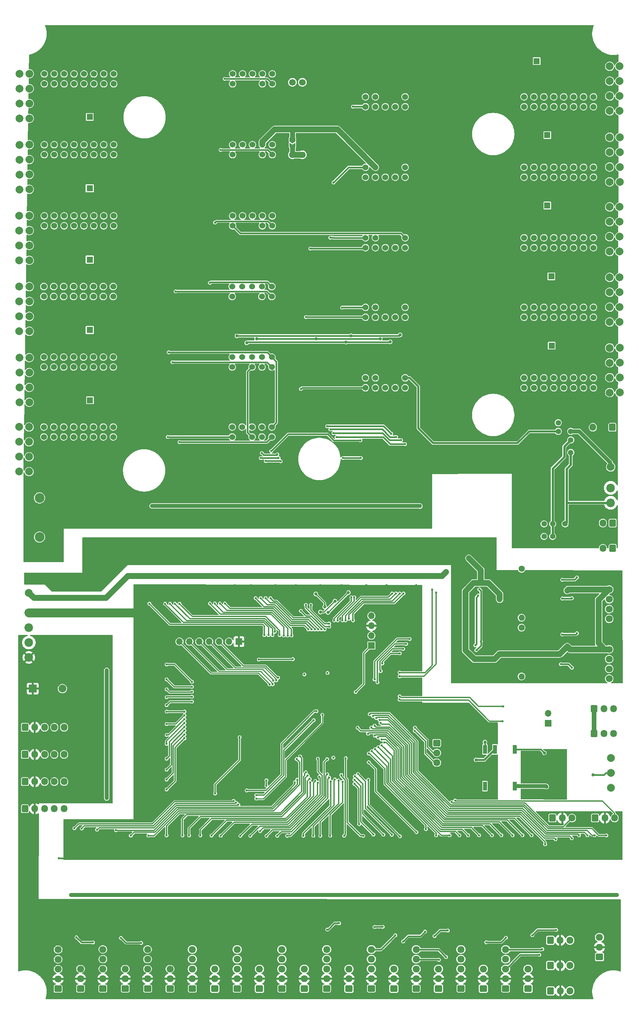
<source format=gbr>
%TF.GenerationSoftware,KiCad,Pcbnew,8.0.5*%
%TF.CreationDate,2025-08-05T16:04:56+09:00*%
%TF.ProjectId,motion_controller_main,6d6f7469-6f6e-45f6-936f-6e74726f6c6c,rev?*%
%TF.SameCoordinates,Original*%
%TF.FileFunction,Copper,L2,Bot*%
%TF.FilePolarity,Positive*%
%FSLAX46Y46*%
G04 Gerber Fmt 4.6, Leading zero omitted, Abs format (unit mm)*
G04 Created by KiCad (PCBNEW 8.0.5) date 2025-08-05 16:04:56*
%MOMM*%
%LPD*%
G01*
G04 APERTURE LIST*
G04 Aperture macros list*
%AMRoundRect*
0 Rectangle with rounded corners*
0 $1 Rounding radius*
0 $2 $3 $4 $5 $6 $7 $8 $9 X,Y pos of 4 corners*
0 Add a 4 corners polygon primitive as box body*
4,1,4,$2,$3,$4,$5,$6,$7,$8,$9,$2,$3,0*
0 Add four circle primitives for the rounded corners*
1,1,$1+$1,$2,$3*
1,1,$1+$1,$4,$5*
1,1,$1+$1,$6,$7*
1,1,$1+$1,$8,$9*
0 Add four rect primitives between the rounded corners*
20,1,$1+$1,$2,$3,$4,$5,0*
20,1,$1+$1,$4,$5,$6,$7,0*
20,1,$1+$1,$6,$7,$8,$9,0*
20,1,$1+$1,$8,$9,$2,$3,0*%
%AMFreePoly0*
4,1,6,1.000000,0.000000,0.500000,-0.750000,-0.500000,-0.750000,-0.500000,0.750000,0.500000,0.750000,1.000000,0.000000,1.000000,0.000000,$1*%
%AMFreePoly1*
4,1,6,0.500000,-0.750000,-0.650000,-0.750000,-0.150000,0.000000,-0.650000,0.750000,0.500000,0.750000,0.500000,-0.750000,0.500000,-0.750000,$1*%
G04 Aperture macros list end*
%TA.AperFunction,SMDPad,CuDef*%
%ADD10R,1.000000X2.300000*%
%TD*%
%TA.AperFunction,ComponentPad*%
%ADD11R,1.700000X1.700000*%
%TD*%
%TA.AperFunction,ComponentPad*%
%ADD12O,1.700000X1.700000*%
%TD*%
%TA.AperFunction,ComponentPad*%
%ADD13RoundRect,0.250000X0.675000X-0.600000X0.675000X0.600000X-0.675000X0.600000X-0.675000X-0.600000X0*%
%TD*%
%TA.AperFunction,ComponentPad*%
%ADD14O,1.850000X1.700000*%
%TD*%
%TA.AperFunction,ComponentPad*%
%ADD15C,1.524000*%
%TD*%
%TA.AperFunction,ComponentPad*%
%ADD16RoundRect,0.250000X-0.600000X-0.675000X0.600000X-0.675000X0.600000X0.675000X-0.600000X0.675000X0*%
%TD*%
%TA.AperFunction,ComponentPad*%
%ADD17O,1.700000X1.850000*%
%TD*%
%TA.AperFunction,ComponentPad*%
%ADD18R,1.600000X1.600000*%
%TD*%
%TA.AperFunction,ComponentPad*%
%ADD19C,1.600000*%
%TD*%
%TA.AperFunction,ComponentPad*%
%ADD20C,2.000000*%
%TD*%
%TA.AperFunction,ComponentPad*%
%ADD21C,2.200000*%
%TD*%
%TA.AperFunction,ComponentPad*%
%ADD22O,1.600000X1.600000*%
%TD*%
%TA.AperFunction,ComponentPad*%
%ADD23C,1.700000*%
%TD*%
%TA.AperFunction,ComponentPad*%
%ADD24RoundRect,0.250000X0.600000X0.675000X-0.600000X0.675000X-0.600000X-0.675000X0.600000X-0.675000X0*%
%TD*%
%TA.AperFunction,ComponentPad*%
%ADD25C,1.400000*%
%TD*%
%TA.AperFunction,ComponentPad*%
%ADD26R,2.000000X2.000000*%
%TD*%
%TA.AperFunction,ComponentPad*%
%ADD27R,1.800000X1.800000*%
%TD*%
%TA.AperFunction,ComponentPad*%
%ADD28C,1.800000*%
%TD*%
%TA.AperFunction,ComponentPad*%
%ADD29RoundRect,0.250000X-0.675000X0.600000X-0.675000X-0.600000X0.675000X-0.600000X0.675000X0.600000X0*%
%TD*%
%TA.AperFunction,ComponentPad*%
%ADD30C,2.500000*%
%TD*%
%TA.AperFunction,SMDPad,CuDef*%
%ADD31FreePoly0,270.000000*%
%TD*%
%TA.AperFunction,SMDPad,CuDef*%
%ADD32FreePoly1,270.000000*%
%TD*%
%TA.AperFunction,ViaPad*%
%ADD33C,0.600000*%
%TD*%
%TA.AperFunction,ViaPad*%
%ADD34C,0.800000*%
%TD*%
%TA.AperFunction,Conductor*%
%ADD35C,0.304800*%
%TD*%
%TA.AperFunction,Conductor*%
%ADD36C,0.381000*%
%TD*%
%TA.AperFunction,Conductor*%
%ADD37C,1.200000*%
%TD*%
%TA.AperFunction,Conductor*%
%ADD38C,2.300000*%
%TD*%
%TA.AperFunction,Conductor*%
%ADD39C,1.524000*%
%TD*%
%TA.AperFunction,Conductor*%
%ADD40C,0.250000*%
%TD*%
%TA.AperFunction,Conductor*%
%ADD41C,1.016000*%
%TD*%
%TA.AperFunction,Conductor*%
%ADD42C,1.000000*%
%TD*%
%TA.AperFunction,Conductor*%
%ADD43C,0.457200*%
%TD*%
%TA.AperFunction,Conductor*%
%ADD44C,1.500000*%
%TD*%
%TA.AperFunction,Conductor*%
%ADD45C,1.270000*%
%TD*%
%TA.AperFunction,Conductor*%
%ADD46C,0.600000*%
%TD*%
%TA.AperFunction,Conductor*%
%ADD47C,0.500000*%
%TD*%
G04 APERTURE END LIST*
D10*
%TO.P,PS1,1,-VIN*%
%TO.N,GND*%
X207411000Y-210949930D03*
%TO.P,PS1,3,+VIN*%
%TO.N,Net-(PS1-+VIN)*%
X209951000Y-210949930D03*
%TO.P,PS1,7,-VOUT*%
%TO.N,GND3*%
X215031000Y-210949930D03*
%TO.P,PS1,8,+VOUT*%
%TO.N,Net-(PS1-+VOUT)*%
X215031000Y-220349930D03*
%TO.P,PS1,14,NC*%
%TO.N,unconnected-(PS1-NC-Pad14)*%
X207411000Y-220349930D03*
%TD*%
D11*
%TO.P,J69,1,Pin_1*%
%TO.N,+3.3V*%
X144395000Y-183369930D03*
D12*
%TO.P,J69,2,Pin_2*%
%TO.N,GND*%
X141855000Y-183369930D03*
%TO.P,J69,3,Pin_3*%
%TO.N,PE2*%
X139315000Y-183369930D03*
%TO.P,J69,4,Pin_4*%
%TO.N,PE3*%
X136775000Y-183369930D03*
%TO.P,J69,5,Pin_5*%
%TO.N,PE4*%
X134235000Y-183369930D03*
%TO.P,J69,6,Pin_6*%
%TO.N,PE5*%
X131695000Y-183369930D03*
%TO.P,J69,7,Pin_7*%
%TO.N,PE6*%
X129155000Y-183369930D03*
%TD*%
D13*
%TO.P,J23,1,Pin_1*%
%TO.N,GND1*%
X212735420Y-272141930D03*
D14*
%TO.P,J23,2,Pin_2*%
%TO.N,+12V*%
X212735420Y-269641930D03*
%TO.P,J23,3,Pin_3*%
%TO.N,S_EZ10*%
X212735420Y-267141930D03*
%TO.P,J23,4,Pin_4*%
%TO.N,S_EB10*%
X212735420Y-264641930D03*
%TO.P,J23,5,Pin_5*%
%TO.N,S_EA10*%
X212735420Y-262141930D03*
%TD*%
D13*
%TO.P,J28,1,Pin_1*%
%TO.N,GND1*%
X236781000Y-264053930D03*
D14*
%TO.P,J28,2,Pin_2*%
%TO.N,+12V*%
X236781000Y-261553930D03*
%TO.P,J28,3,Pin_3*%
%TO.N,S_H14*%
X236781000Y-259053930D03*
%TD*%
D15*
%TO.P,U26,1,CSN*%
%TO.N,CS4_O*%
X152925000Y-38081930D03*
%TO.P,U26,2,DIAG0*%
%TO.N,DIAG0_4_O*%
X152925000Y-40621930D03*
%TO.P,U26,3,3V3*%
%TO.N,+3.3VP*%
X150385000Y-38081930D03*
%TO.P,U26,4,3V3*%
X150385000Y-40621930D03*
%TO.P,U26,5,MISO*%
%TO.N,SPI3_MISO_O*%
X147845000Y-38081930D03*
%TO.P,U26,6,CLK16*%
%TO.N,GND2*%
X147845000Y-40621930D03*
%TO.P,U26,7,MOSI*%
%TO.N,SPI3_MOSI_O*%
X145305000Y-38081930D03*
%TO.P,U26,8,GND*%
%TO.N,GND2*%
X145305000Y-40621930D03*
%TO.P,U26,9,SCK*%
%TO.N,SPI3_SCK_O*%
X142765000Y-38081930D03*
%TO.P,U26,10,DRV_ENN*%
%TO.N,DRV_ENN_O*%
X142765000Y-40621930D03*
%TO.P,U26,11,GND*%
%TO.N,GND2*%
X117365000Y-38081930D03*
%TO.P,U26,12,GND*%
X117365000Y-40621930D03*
%TO.P,U26,13,GND*%
X114825000Y-38081930D03*
%TO.P,U26,14,GND*%
X114825000Y-40621930D03*
%TO.P,U26,15,12V*%
%TO.N,+24V*%
X112285000Y-38081930D03*
%TO.P,U26,16,12V*%
X112285000Y-40621930D03*
%TO.P,U26,17,60V*%
%TO.N,VPP*%
X109745000Y-38081930D03*
%TO.P,U26,18,60V*%
X109745000Y-40621930D03*
%TO.P,U26,19,60V*%
X107205000Y-38081930D03*
%TO.P,U26,20,60V*%
X107205000Y-40621930D03*
%TO.P,U26,21,60V*%
X104665000Y-38081930D03*
%TO.P,U26,22,60V*%
X104665000Y-40621930D03*
%TO.P,U26,23,B1*%
%TO.N,B1_4*%
X102125000Y-38081930D03*
%TO.P,U26,24,B1*%
X102125000Y-40621930D03*
%TO.P,U26,25,B2*%
%TO.N,B2_4*%
X99585000Y-38081930D03*
%TO.P,U26,26,B2*%
X99585000Y-40621930D03*
%TO.P,U26,27,A1*%
%TO.N,A1_4*%
X97045000Y-38081930D03*
%TO.P,U26,28,A1*%
X97045000Y-40621930D03*
%TO.P,U26,29,A2*%
%TO.N,A2_4*%
X94505000Y-38081930D03*
%TO.P,U26,30,A2*%
X94505000Y-40621930D03*
%TD*%
D16*
%TO.P,J60,1,Pin_1*%
%TO.N,GND1*%
X89571000Y-212233930D03*
D17*
%TO.P,J60,2,Pin_2*%
%TO.N,+12V*%
X92071000Y-212233930D03*
%TO.P,J60,3,Pin_3*%
%TO.N,S_EZ12*%
X94571000Y-212233930D03*
%TO.P,J60,4,Pin_4*%
%TO.N,S_EB12*%
X97071000Y-212233930D03*
%TO.P,J60,5,Pin_5*%
%TO.N,S_EA12*%
X99571000Y-212233930D03*
%TD*%
D18*
%TO.P,C52,1*%
%TO.N,VPP*%
X224443000Y-89889930D03*
D19*
%TO.P,C52,2*%
%TO.N,GND2*%
X229443000Y-89889930D03*
%TD*%
D20*
%TO.P,J42,1,Pin_1*%
%TO.N,A2_0*%
X90655000Y-110701930D03*
%TO.P,J42,2,Pin_2*%
%TO.N,A1_0*%
X90655000Y-114511930D03*
%TO.P,J42,3,Pin_3*%
%TO.N,B2_0*%
X90655000Y-118321930D03*
%TO.P,J42,4,Pin_4*%
%TO.N,B1_0*%
X90655000Y-122131930D03*
%TD*%
D13*
%TO.P,J15,1,Pin_1*%
%TO.N,GND1*%
X166859252Y-272141930D03*
D14*
%TO.P,J15,2,Pin_2*%
%TO.N,+12V*%
X166859252Y-269641930D03*
%TO.P,J15,3,Pin_3*%
%TO.N,S_EZ6*%
X166859252Y-267141930D03*
%TO.P,J15,4,Pin_4*%
%TO.N,S_EB6*%
X166859252Y-264641930D03*
%TO.P,J15,5,Pin_5*%
%TO.N,S_EA6*%
X166859252Y-262141930D03*
%TD*%
D21*
%TO.P,J29,1,Pin_1*%
%TO.N,+3.3V*%
X90555000Y-175981930D03*
%TO.P,J29,2,Pin_2*%
%TO.N,GND*%
X90555000Y-179791930D03*
%TO.P,J29,3,Pin_3*%
%TO.N,GND1*%
X90555000Y-183601930D03*
%TO.P,J29,4,Pin_4*%
%TO.N,+12V*%
X90555000Y-187411930D03*
%TD*%
D20*
%TO.P,J36,1,Pin_1*%
%TO.N,A2_5*%
X239391000Y-119639930D03*
%TO.P,J36,2,Pin_2*%
%TO.N,A1_5*%
X239391000Y-115829930D03*
%TO.P,J36,3,Pin_3*%
%TO.N,B2_5*%
X239391000Y-112019930D03*
%TO.P,J36,4,Pin_4*%
%TO.N,B1_5*%
X239391000Y-108209930D03*
%TD*%
D18*
%TO.P,C51,1*%
%TO.N,VPP*%
X106215000Y-121606930D03*
D19*
%TO.P,C51,2*%
%TO.N,GND2*%
X101215000Y-121606930D03*
%TD*%
D13*
%TO.P,J8,1,Pin_1*%
%TO.N,GND1*%
X126717605Y-272141930D03*
D14*
%TO.P,J8,2,Pin_2*%
%TO.N,+12V*%
X126717605Y-269641930D03*
%TO.P,J8,3,Pin_3*%
%TO.N,S_H2*%
X126717605Y-267141930D03*
%TD*%
D13*
%TO.P,J21,1,Pin_1*%
%TO.N,GND1*%
X201266378Y-272141930D03*
D14*
%TO.P,J21,2,Pin_2*%
%TO.N,+12V*%
X201266378Y-269641930D03*
%TO.P,J21,3,Pin_3*%
%TO.N,S_EZ9*%
X201266378Y-267141930D03*
%TO.P,J21,4,Pin_4*%
%TO.N,S_EB9*%
X201266378Y-264641930D03*
%TO.P,J21,5,Pin_5*%
%TO.N,S_EA9*%
X201266378Y-262141930D03*
%TD*%
D20*
%TO.P,J32,1,Pin_1*%
%TO.N,A2_3*%
X90655000Y-56206930D03*
%TO.P,J32,2,Pin_2*%
%TO.N,A1_3*%
X90655000Y-60016930D03*
%TO.P,J32,3,Pin_3*%
%TO.N,B2_3*%
X90655000Y-63826930D03*
%TO.P,J32,4,Pin_4*%
%TO.N,B1_3*%
X90655000Y-67636930D03*
%TD*%
D16*
%TO.P,J26,1,Pin_1*%
%TO.N,GND1*%
X224193000Y-259790930D03*
D17*
%TO.P,J26,2,Pin_2*%
%TO.N,+12V*%
X226693000Y-259790930D03*
%TO.P,J26,3,Pin_3*%
%TO.N,S_H11*%
X229193000Y-259790930D03*
%TD*%
D13*
%TO.P,J24,1,Pin_1*%
%TO.N,GND1*%
X218477980Y-272141930D03*
D14*
%TO.P,J24,2,Pin_2*%
%TO.N,+12V*%
X218477980Y-269641930D03*
%TO.P,J24,3,Pin_3*%
%TO.N,S_H10*%
X218477980Y-267141930D03*
%TD*%
D19*
%TO.P,C78,1*%
%TO.N,Net-(IC3--IN)*%
X216804000Y-164743930D03*
D22*
%TO.P,C78,2*%
%TO.N,Net-(IC3-+IN)*%
X216804000Y-177243930D03*
%TD*%
D15*
%TO.P,U29,1,CSN*%
%TO.N,CS7_O*%
X176815000Y-82576930D03*
%TO.P,U29,2,DIAG0*%
%TO.N,DIAG0_7_O*%
X176815000Y-80036930D03*
%TO.P,U29,3,3V3*%
%TO.N,+3.3VP*%
X179355000Y-82576930D03*
%TO.P,U29,4,3V3*%
X179355000Y-80036930D03*
%TO.P,U29,5,MISO*%
%TO.N,SPI3_MISO_O*%
X181895000Y-82576930D03*
%TO.P,U29,6,CLK16*%
%TO.N,GND2*%
X181895000Y-80036930D03*
%TO.P,U29,7,MOSI*%
%TO.N,SPI3_MOSI_O*%
X184435000Y-82576930D03*
%TO.P,U29,8,GND*%
%TO.N,GND2*%
X184435000Y-80036930D03*
%TO.P,U29,9,SCK*%
%TO.N,SPI3_SCK_O*%
X186975000Y-82576930D03*
%TO.P,U29,10,DRV_ENN*%
%TO.N,DRV_ENN_O*%
X186975000Y-80036930D03*
%TO.P,U29,11,GND*%
%TO.N,GND2*%
X212375000Y-82576930D03*
%TO.P,U29,12,GND*%
X212375000Y-80036930D03*
%TO.P,U29,13,GND*%
X214915000Y-82576930D03*
%TO.P,U29,14,GND*%
X214915000Y-80036930D03*
%TO.P,U29,15,12V*%
%TO.N,+24V*%
X217455000Y-82576930D03*
%TO.P,U29,16,12V*%
X217455000Y-80036930D03*
%TO.P,U29,17,60V*%
%TO.N,VPP*%
X219995000Y-82576930D03*
%TO.P,U29,18,60V*%
X219995000Y-80036930D03*
%TO.P,U29,19,60V*%
X222535000Y-82576930D03*
%TO.P,U29,20,60V*%
X222535000Y-80036930D03*
%TO.P,U29,21,60V*%
X225075000Y-82576930D03*
%TO.P,U29,22,60V*%
X225075000Y-80036930D03*
%TO.P,U29,23,B1*%
%TO.N,B1_7*%
X227615000Y-82576930D03*
%TO.P,U29,24,B1*%
X227615000Y-80036930D03*
%TO.P,U29,25,B2*%
%TO.N,B2_7*%
X230155000Y-82576930D03*
%TO.P,U29,26,B2*%
X230155000Y-80036930D03*
%TO.P,U29,27,A1*%
%TO.N,A1_7*%
X232695000Y-82576930D03*
%TO.P,U29,28,A1*%
X232695000Y-80036930D03*
%TO.P,U29,29,A2*%
%TO.N,A2_7*%
X235235000Y-82576930D03*
%TO.P,U29,30,A2*%
X235235000Y-80036930D03*
%TD*%
D13*
%TO.P,J10,1,Pin_1*%
%TO.N,GND1*%
X138186647Y-272141930D03*
D14*
%TO.P,J10,2,Pin_2*%
%TO.N,+12V*%
X138186647Y-269641930D03*
%TO.P,J10,3,Pin_3*%
%TO.N,S_H3*%
X138186647Y-267141930D03*
%TD*%
D13*
%TO.P,J22,1,Pin_1*%
%TO.N,GND1*%
X207000899Y-272141930D03*
D14*
%TO.P,J22,2,Pin_2*%
%TO.N,+12V*%
X207000899Y-269641930D03*
%TO.P,J22,3,Pin_3*%
%TO.N,S_H9*%
X207000899Y-267141930D03*
%TD*%
D18*
%TO.P,C48,1*%
%TO.N,VPP*%
X106155000Y-67356930D03*
D19*
%TO.P,C48,2*%
%TO.N,GND2*%
X101155000Y-67356930D03*
%TD*%
D13*
%TO.P,J13,1,Pin_1*%
%TO.N,GND1*%
X155390210Y-272141930D03*
D14*
%TO.P,J13,2,Pin_2*%
%TO.N,+12V*%
X155390210Y-269641930D03*
%TO.P,J13,3,Pin_3*%
%TO.N,S_EZ5*%
X155390210Y-267141930D03*
%TO.P,J13,4,Pin_4*%
%TO.N,S_EB5*%
X155390210Y-264641930D03*
%TO.P,J13,5,Pin_5*%
%TO.N,S_EA5*%
X155390210Y-262141930D03*
%TD*%
D18*
%TO.P,C55,1*%
%TO.N,VPP*%
X223405000Y-53761930D03*
D19*
%TO.P,C55,2*%
%TO.N,GND2*%
X228405000Y-53761930D03*
%TD*%
D18*
%TO.P,C56,1*%
%TO.N,VPP*%
X223405000Y-71761930D03*
D19*
%TO.P,C56,2*%
%TO.N,GND2*%
X228405000Y-71761930D03*
%TD*%
D20*
%TO.P,J38,1,Pin_1*%
%TO.N,A2_6*%
X239391000Y-101581930D03*
%TO.P,J38,2,Pin_2*%
%TO.N,A1_6*%
X239391000Y-97771930D03*
%TO.P,J38,3,Pin_3*%
%TO.N,B2_6*%
X239391000Y-93961930D03*
%TO.P,J38,4,Pin_4*%
%TO.N,B1_6*%
X239391000Y-90151930D03*
%TD*%
D23*
%TO.P,U39,1,IN-*%
%TO.N,GND2*%
X171319000Y-40240930D03*
%TO.P,U39,2,IN-*%
X168779000Y-40240930D03*
%TO.P,U39,3,IN+*%
%TO.N,+24V*%
X160651000Y-40240930D03*
%TO.P,U39,4,IN+*%
X158111000Y-40240930D03*
%TO.P,U39,5,OUT+*%
%TO.N,Net-(JP1-B)*%
X158111000Y-58782930D03*
%TO.P,U39,6,OUT+*%
X160651000Y-58782930D03*
%TO.P,U39,7,OUT-*%
%TO.N,GND2*%
X168779000Y-58782930D03*
%TO.P,U39,8,OUT-*%
X171319000Y-58782930D03*
%TD*%
D15*
%TO.P,U28,1,CSN*%
%TO.N,CS6_O*%
X176805400Y-100362730D03*
%TO.P,U28,2,DIAG0*%
%TO.N,DIAG0_6_O*%
X176805400Y-97822730D03*
%TO.P,U28,3,3V3*%
%TO.N,+3.3VP*%
X179345400Y-100362730D03*
%TO.P,U28,4,3V3*%
X179345400Y-97822730D03*
%TO.P,U28,5,MISO*%
%TO.N,SPI3_MISO_O*%
X181885400Y-100362730D03*
%TO.P,U28,6,CLK16*%
%TO.N,GND2*%
X181885400Y-97822730D03*
%TO.P,U28,7,MOSI*%
%TO.N,SPI3_MOSI_O*%
X184425400Y-100362730D03*
%TO.P,U28,8,GND*%
%TO.N,GND2*%
X184425400Y-97822730D03*
%TO.P,U28,9,SCK*%
%TO.N,SPI3_SCK_O*%
X186965400Y-100362730D03*
%TO.P,U28,10,DRV_ENN*%
%TO.N,DRV_ENN_O*%
X186965400Y-97822730D03*
%TO.P,U28,11,GND*%
%TO.N,GND2*%
X212365400Y-100362730D03*
%TO.P,U28,12,GND*%
X212365400Y-97822730D03*
%TO.P,U28,13,GND*%
X214905400Y-100362730D03*
%TO.P,U28,14,GND*%
X214905400Y-97822730D03*
%TO.P,U28,15,12V*%
%TO.N,+24V*%
X217445400Y-100362730D03*
%TO.P,U28,16,12V*%
X217445400Y-97822730D03*
%TO.P,U28,17,60V*%
%TO.N,VPP*%
X219985400Y-100362730D03*
%TO.P,U28,18,60V*%
X219985400Y-97822730D03*
%TO.P,U28,19,60V*%
X222525400Y-100362730D03*
%TO.P,U28,20,60V*%
X222525400Y-97822730D03*
%TO.P,U28,21,60V*%
X225065400Y-100362730D03*
%TO.P,U28,22,60V*%
X225065400Y-97822730D03*
%TO.P,U28,23,B1*%
%TO.N,B1_6*%
X227605400Y-100362730D03*
%TO.P,U28,24,B1*%
X227605400Y-97822730D03*
%TO.P,U28,25,B2*%
%TO.N,B2_6*%
X230145400Y-100362730D03*
%TO.P,U28,26,B2*%
X230145400Y-97822730D03*
%TO.P,U28,27,A1*%
%TO.N,A1_6*%
X232685400Y-100362730D03*
%TO.P,U28,28,A1*%
X232685400Y-97822730D03*
%TO.P,U28,29,A2*%
%TO.N,A2_6*%
X235225400Y-100362730D03*
%TO.P,U28,30,A2*%
X235225400Y-97822730D03*
%TD*%
D13*
%TO.P,J12,1,Pin_1*%
%TO.N,GND1*%
X149655689Y-272141930D03*
D14*
%TO.P,J12,2,Pin_2*%
%TO.N,+12V*%
X149655689Y-269641930D03*
%TO.P,J12,3,Pin_3*%
%TO.N,S_H4*%
X149655689Y-267141930D03*
%TD*%
D16*
%TO.P,J66,1,Pin_1*%
%TO.N,GND1*%
X89571000Y-219183930D03*
D17*
%TO.P,J66,2,Pin_2*%
%TO.N,+12V*%
X92071000Y-219183930D03*
%TO.P,J66,3,Pin_3*%
%TO.N,S_EZ13*%
X94571000Y-219183930D03*
%TO.P,J66,4,Pin_4*%
%TO.N,S_EB13*%
X97071000Y-219183930D03*
%TO.P,J66,5,Pin_5*%
%TO.N,S_EA13*%
X99571000Y-219183930D03*
%TD*%
D24*
%TO.P,J64,1,Pin_1*%
%TO.N,Net-(D19-K)*%
X240153000Y-159493930D03*
D17*
%TO.P,J64,2,Pin_2*%
%TO.N,INVERTER0_O*%
X237653000Y-159493930D03*
%TD*%
D24*
%TO.P,J53,1,Pin_1*%
%TO.N,Net-(D18-K)*%
X240153000Y-153026930D03*
D17*
%TO.P,J53,2,Pin_2*%
%TO.N,INVERTER1_O*%
X237653000Y-153026930D03*
%TD*%
D13*
%TO.P,J5,1,Pin_1*%
%TO.N,GND1*%
X109514042Y-272141930D03*
D14*
%TO.P,J5,2,Pin_2*%
%TO.N,+12V*%
X109514042Y-269641930D03*
%TO.P,J5,3,Pin_3*%
%TO.N,S_EZ1*%
X109514042Y-267141930D03*
%TO.P,J5,4,Pin_4*%
%TO.N,S_EB1*%
X109514042Y-264641930D03*
%TO.P,J5,5,Pin_5*%
%TO.N,S_EA1*%
X109514042Y-262141930D03*
%TD*%
D16*
%TO.P,J25,1,Pin_1*%
%TO.N,GND1*%
X224193000Y-266267930D03*
D17*
%TO.P,J25,2,Pin_2*%
%TO.N,+12V*%
X226693000Y-266267930D03*
%TO.P,J25,3,Pin_3*%
%TO.N,S_H12*%
X229193000Y-266267930D03*
%TD*%
D16*
%TO.P,J54,1,Pin_1*%
%TO.N,GND*%
X235391000Y-206901930D03*
D17*
%TO.P,J54,2,Pin_2*%
%TO.N,CAN1L*%
X237891000Y-206901930D03*
%TO.P,J54,3,Pin_3*%
%TO.N,CAN1H*%
X240391000Y-206901930D03*
%TD*%
D11*
%TO.P,J48,1,Pin_1*%
%TO.N,SWDIO*%
X178304000Y-184385930D03*
D12*
%TO.P,J48,2,Pin_2*%
%TO.N,SWCLK*%
X178304000Y-181845930D03*
%TO.P,J48,3,Pin_3*%
%TO.N,+3.3V*%
X178304000Y-179305930D03*
%TO.P,J48,4,Pin_4*%
%TO.N,GND*%
X178304000Y-176765930D03*
%TD*%
D15*
%TO.P,U25,1,CSN*%
%TO.N,CS3_O*%
X152925000Y-56213180D03*
%TO.P,U25,2,DIAG0*%
%TO.N,DIAG0_3_O*%
X152925000Y-58753180D03*
%TO.P,U25,3,3V3*%
%TO.N,+3.3VP*%
X150385000Y-56213180D03*
%TO.P,U25,4,3V3*%
X150385000Y-58753180D03*
%TO.P,U25,5,MISO*%
%TO.N,SPI3_MISO_O*%
X147845000Y-56213180D03*
%TO.P,U25,6,CLK16*%
%TO.N,GND2*%
X147845000Y-58753180D03*
%TO.P,U25,7,MOSI*%
%TO.N,SPI3_MOSI_O*%
X145305000Y-56213180D03*
%TO.P,U25,8,GND*%
%TO.N,GND2*%
X145305000Y-58753180D03*
%TO.P,U25,9,SCK*%
%TO.N,SPI3_SCK_O*%
X142765000Y-56213180D03*
%TO.P,U25,10,DRV_ENN*%
%TO.N,DRV_ENN_O*%
X142765000Y-58753180D03*
%TO.P,U25,11,GND*%
%TO.N,GND2*%
X117365000Y-56213180D03*
%TO.P,U25,12,GND*%
X117365000Y-58753180D03*
%TO.P,U25,13,GND*%
X114825000Y-56213180D03*
%TO.P,U25,14,GND*%
X114825000Y-58753180D03*
%TO.P,U25,15,12V*%
%TO.N,+24V*%
X112285000Y-56213180D03*
%TO.P,U25,16,12V*%
X112285000Y-58753180D03*
%TO.P,U25,17,60V*%
%TO.N,VPP*%
X109745000Y-56213180D03*
%TO.P,U25,18,60V*%
X109745000Y-58753180D03*
%TO.P,U25,19,60V*%
X107205000Y-56213180D03*
%TO.P,U25,20,60V*%
X107205000Y-58753180D03*
%TO.P,U25,21,60V*%
X104665000Y-56213180D03*
%TO.P,U25,22,60V*%
X104665000Y-58753180D03*
%TO.P,U25,23,B1*%
%TO.N,B1_3*%
X102125000Y-56213180D03*
%TO.P,U25,24,B1*%
X102125000Y-58753180D03*
%TO.P,U25,25,B2*%
%TO.N,B2_3*%
X99585000Y-56213180D03*
%TO.P,U25,26,B2*%
X99585000Y-58753180D03*
%TO.P,U25,27,A1*%
%TO.N,A1_3*%
X97045000Y-56213180D03*
%TO.P,U25,28,A1*%
X97045000Y-58753180D03*
%TO.P,U25,29,A2*%
%TO.N,A2_3*%
X94505000Y-56213180D03*
%TO.P,U25,30,A2*%
X94505000Y-58753180D03*
%TD*%
D20*
%TO.P,J40,1,Pin_1*%
%TO.N,A2_7*%
X239391000Y-83547930D03*
%TO.P,J40,2,Pin_2*%
%TO.N,A1_7*%
X239391000Y-79737930D03*
%TO.P,J40,3,Pin_3*%
%TO.N,B2_7*%
X239391000Y-75927930D03*
%TO.P,J40,4,Pin_4*%
%TO.N,B1_7*%
X239391000Y-72117930D03*
%TD*%
%TO.P,J63,1,Pin_1*%
%TO.N,A2_9*%
X239391000Y-47556930D03*
%TO.P,J63,2,Pin_2*%
%TO.N,A1_9*%
X239391000Y-43746930D03*
%TO.P,J63,3,Pin_3*%
%TO.N,B2_9*%
X239391000Y-39936930D03*
%TO.P,J63,4,Pin_4*%
%TO.N,B1_9*%
X239391000Y-36126930D03*
%TD*%
D13*
%TO.P,J20,1,Pin_1*%
%TO.N,GND1*%
X195531857Y-272141930D03*
D14*
%TO.P,J20,2,Pin_2*%
%TO.N,+12V*%
X195531857Y-269641930D03*
%TO.P,J20,3,Pin_3*%
%TO.N,S_H8*%
X195531857Y-267141930D03*
%TD*%
D20*
%TO.P,J61,1,Pin_1*%
%TO.N,A2_8*%
X239391000Y-65717930D03*
%TO.P,J61,2,Pin_2*%
%TO.N,A1_8*%
X239391000Y-61907930D03*
%TO.P,J61,3,Pin_3*%
%TO.N,B2_8*%
X239391000Y-58097930D03*
%TO.P,J61,4,Pin_4*%
%TO.N,B1_8*%
X239391000Y-54287930D03*
%TD*%
D16*
%TO.P,J27,1,Pin_1*%
%TO.N,GND1*%
X224233000Y-272744930D03*
D17*
%TO.P,J27,2,Pin_2*%
%TO.N,+12V*%
X226733000Y-272744930D03*
%TO.P,J27,3,Pin_3*%
%TO.N,S_H13*%
X229233000Y-272744930D03*
%TD*%
D25*
%TO.P,U46,1,+*%
%TO.N,EMERGENCY_O*%
X227961000Y-153245930D03*
%TO.P,U46,2,NC1*%
%TO.N,+24V*%
X224761000Y-153245930D03*
%TO.P,U46,3,COM1*%
%TO.N,INVERTER1_O*%
X222561000Y-153245930D03*
%TO.P,U46,4,NO1*%
%TO.N,GND2*%
X220361000Y-153245930D03*
%TO.P,U46,5,NO2*%
X220361000Y-156445930D03*
%TO.P,U46,6,COM2*%
%TO.N,INVERTER0_O*%
X222561000Y-156445930D03*
%TO.P,U46,7,NC2*%
%TO.N,+24V*%
X224761000Y-156445930D03*
%TO.P,U46,8,-*%
%TO.N,GND2*%
X227961000Y-156445930D03*
%TD*%
D16*
%TO.P,J67,1,Pin_1*%
%TO.N,GND1*%
X89571000Y-226133930D03*
D17*
%TO.P,J67,2,Pin_2*%
%TO.N,+12V*%
X92071000Y-226133930D03*
%TO.P,J67,3,Pin_3*%
%TO.N,S_EZ14*%
X94571000Y-226133930D03*
%TO.P,J67,4,Pin_4*%
%TO.N,S_EB14*%
X97071000Y-226133930D03*
%TO.P,J67,5,Pin_5*%
%TO.N,S_EA14*%
X99571000Y-226133930D03*
%TD*%
D18*
%TO.P,C54,1*%
%TO.N,VPP*%
X220675000Y-34831930D03*
D19*
%TO.P,C54,2*%
%TO.N,GND2*%
X225675000Y-34831930D03*
%TD*%
D20*
%TO.P,J34,1,Pin_1*%
%TO.N,A2_4*%
X90655000Y-38041930D03*
%TO.P,J34,2,Pin_2*%
%TO.N,A1_4*%
X90655000Y-41851930D03*
%TO.P,J34,3,Pin_3*%
%TO.N,B2_4*%
X90655000Y-45661930D03*
%TO.P,J34,4,Pin_4*%
%TO.N,B1_4*%
X90655000Y-49471930D03*
%TD*%
D15*
%TO.P,U24,1,CSN*%
%TO.N,CS2_O*%
X152925000Y-74416930D03*
%TO.P,U24,2,DIAG0*%
%TO.N,DIAG0_2_O*%
X152925000Y-76956930D03*
%TO.P,U24,3,3V3*%
%TO.N,+3.3VP*%
X150385000Y-74416930D03*
%TO.P,U24,4,3V3*%
X150385000Y-76956930D03*
%TO.P,U24,5,MISO*%
%TO.N,SPI3_MISO_O*%
X147845000Y-74416930D03*
%TO.P,U24,6,CLK16*%
%TO.N,GND2*%
X147845000Y-76956930D03*
%TO.P,U24,7,MOSI*%
%TO.N,SPI3_MOSI_O*%
X145305000Y-74416930D03*
%TO.P,U24,8,GND*%
%TO.N,GND2*%
X145305000Y-76956930D03*
%TO.P,U24,9,SCK*%
%TO.N,SPI3_SCK_O*%
X142765000Y-74416930D03*
%TO.P,U24,10,DRV_ENN*%
%TO.N,DRV_ENN_O*%
X142765000Y-76956930D03*
%TO.P,U24,11,GND*%
%TO.N,GND2*%
X117365000Y-74416930D03*
%TO.P,U24,12,GND*%
X117365000Y-76956930D03*
%TO.P,U24,13,GND*%
X114825000Y-74416930D03*
%TO.P,U24,14,GND*%
X114825000Y-76956930D03*
%TO.P,U24,15,12V*%
%TO.N,+24V*%
X112285000Y-74416930D03*
%TO.P,U24,16,12V*%
X112285000Y-76956930D03*
%TO.P,U24,17,60V*%
%TO.N,VPP*%
X109745000Y-74416930D03*
%TO.P,U24,18,60V*%
X109745000Y-76956930D03*
%TO.P,U24,19,60V*%
X107205000Y-74416930D03*
%TO.P,U24,20,60V*%
X107205000Y-76956930D03*
%TO.P,U24,21,60V*%
X104665000Y-74416930D03*
%TO.P,U24,22,60V*%
X104665000Y-76956930D03*
%TO.P,U24,23,B1*%
%TO.N,B1_2*%
X102125000Y-74416930D03*
%TO.P,U24,24,B1*%
X102125000Y-76956930D03*
%TO.P,U24,25,B2*%
%TO.N,B2_2*%
X99585000Y-74416930D03*
%TO.P,U24,26,B2*%
X99585000Y-76956930D03*
%TO.P,U24,27,A1*%
%TO.N,A1_2*%
X97045000Y-74416930D03*
%TO.P,U24,28,A1*%
X97045000Y-76956930D03*
%TO.P,U24,29,A2*%
%TO.N,A2_2*%
X94505000Y-74416930D03*
%TO.P,U24,30,A2*%
X94505000Y-76956930D03*
%TD*%
D13*
%TO.P,J19,1,Pin_1*%
%TO.N,GND1*%
X189797336Y-272141930D03*
D14*
%TO.P,J19,2,Pin_2*%
%TO.N,+12V*%
X189797336Y-269641930D03*
%TO.P,J19,3,Pin_3*%
%TO.N,S_EZ8*%
X189797336Y-267141930D03*
%TO.P,J19,4,Pin_4*%
%TO.N,S_EB8*%
X189797336Y-264641930D03*
%TO.P,J19,5,Pin_5*%
%TO.N,S_EA8*%
X189797336Y-262141930D03*
%TD*%
D18*
%TO.P,C53,1*%
%TO.N,VPP*%
X224540349Y-107639930D03*
D19*
%TO.P,C53,2*%
%TO.N,GND2*%
X229540349Y-107639930D03*
%TD*%
D13*
%TO.P,J17,1,Pin_1*%
%TO.N,GND1*%
X178328294Y-272141930D03*
D14*
%TO.P,J17,2,Pin_2*%
%TO.N,+12V*%
X178328294Y-269641930D03*
%TO.P,J17,3,Pin_3*%
%TO.N,S_EZ7*%
X178328294Y-267141930D03*
%TO.P,J17,4,Pin_4*%
%TO.N,S_EB7*%
X178328294Y-264641930D03*
%TO.P,J17,5,Pin_5*%
%TO.N,S_EA7*%
X178328294Y-262141930D03*
%TD*%
D18*
%TO.P,C49,1*%
%TO.N,VPP*%
X106155000Y-103606930D03*
D19*
%TO.P,C49,2*%
%TO.N,GND2*%
X101155000Y-103606930D03*
%TD*%
D26*
%TO.P,BZ1,1,+*%
%TO.N,+12V*%
X91555000Y-195401930D03*
D20*
%TO.P,BZ1,2,-*%
%TO.N,Net-(BZ1--)*%
X99155000Y-195401930D03*
%TD*%
D13*
%TO.P,J6,1,Pin_1*%
%TO.N,GND1*%
X115248563Y-272141930D03*
D14*
%TO.P,J6,2,Pin_2*%
%TO.N,+12V*%
X115248563Y-269641930D03*
%TO.P,J6,3,Pin_3*%
%TO.N,S_H1*%
X115248563Y-267141930D03*
%TD*%
D13*
%TO.P,J11,1,Pin_1*%
%TO.N,GND1*%
X143921168Y-272141930D03*
D14*
%TO.P,J11,2,Pin_2*%
%TO.N,+12V*%
X143921168Y-269641930D03*
%TO.P,J11,3,Pin_3*%
%TO.N,S_EZ4*%
X143921168Y-267141930D03*
%TO.P,J11,4,Pin_4*%
%TO.N,S_EB4*%
X143921168Y-264641930D03*
%TO.P,J11,5,Pin_5*%
%TO.N,S_EA4*%
X143921168Y-262141930D03*
%TD*%
D18*
%TO.P,C47,1*%
%TO.N,VPP*%
X106155000Y-49106930D03*
D19*
%TO.P,C47,2*%
%TO.N,GND2*%
X101155000Y-49106930D03*
%TD*%
%TO.P,C72,1*%
%TO.N,Net-(IC2--IN)*%
X216804000Y-179793930D03*
D22*
%TO.P,C72,2*%
%TO.N,Net-(IC2-+IN)*%
X216804000Y-192293930D03*
%TD*%
D24*
%TO.P,J51,1,Pin_1*%
%TO.N,+24V*%
X240073000Y-128505930D03*
D17*
%TO.P,J51,2,Pin_2*%
%TO.N,GND2*%
X237573000Y-128505930D03*
%TO.P,J51,3,Pin_3*%
%TO.N,+3.3VP*%
X235073000Y-128505930D03*
%TD*%
D13*
%TO.P,J18,1,Pin_1*%
%TO.N,GND1*%
X184062815Y-272141930D03*
D14*
%TO.P,J18,2,Pin_2*%
%TO.N,+12V*%
X184062815Y-269641930D03*
%TO.P,J18,3,Pin_3*%
%TO.N,S_H7*%
X184062815Y-267141930D03*
%TD*%
D20*
%TO.P,J59,1,Pin_1*%
%TO.N,RS232_TX*%
X239669000Y-220729930D03*
%TO.P,J59,2,Pin_2*%
%TO.N,RS232_RX*%
X239669000Y-216919930D03*
%TO.P,J59,3,Pin_3*%
%TO.N,GND3*%
X239669000Y-213109930D03*
%TD*%
D13*
%TO.P,J14,1,Pin_1*%
%TO.N,GND1*%
X161124731Y-272141930D03*
D14*
%TO.P,J14,2,Pin_2*%
%TO.N,+12V*%
X161124731Y-269641930D03*
%TO.P,J14,3,Pin_3*%
%TO.N,S_H5*%
X161124731Y-267141930D03*
%TD*%
D11*
%TO.P,J58,1,Pin_1*%
%TO.N,CAN1L*%
X223593000Y-204281930D03*
D12*
%TO.P,J58,2,Pin_2*%
%TO.N,Net-(J58-Pin_2)*%
X223593000Y-201741930D03*
%TD*%
D25*
%TO.P,U36,1,+*%
%TO.N,EMERGENCY_O*%
X229405000Y-134962930D03*
%TO.P,U36,2,NC1*%
%TO.N,+24V*%
X229405000Y-131762930D03*
%TO.P,U36,3,COM1*%
%TO.N,SOLVALVE_MAIN*%
X229405000Y-129562930D03*
%TO.P,U36,4,NO1*%
%TO.N,GND2*%
X229405000Y-127362930D03*
%TO.P,U36,5,NO2*%
%TO.N,+3.3VP*%
X226205000Y-127362930D03*
%TO.P,U36,6,COM2*%
%TO.N,DRV_ENN_O*%
X226205000Y-129562930D03*
%TO.P,U36,7,NC2*%
%TO.N,GND2*%
X226205000Y-131762930D03*
%TO.P,U36,8,-*%
X226205000Y-134962930D03*
%TD*%
D20*
%TO.P,J46,1,Pin_1*%
%TO.N,A2_2*%
X90655000Y-74371930D03*
%TO.P,J46,2,Pin_2*%
%TO.N,A1_2*%
X90655000Y-78181930D03*
%TO.P,J46,3,Pin_3*%
%TO.N,B2_2*%
X90655000Y-81991930D03*
%TO.P,J46,4,Pin_4*%
%TO.N,B1_2*%
X90655000Y-85801930D03*
%TD*%
%TO.P,J68,1,Pin_1*%
%TO.N,A2_11*%
X90610000Y-128441930D03*
%TO.P,J68,2,Pin_2*%
%TO.N,A1_11*%
X90610000Y-132251930D03*
%TO.P,J68,3,Pin_3*%
%TO.N,B2_11*%
X90610000Y-136061930D03*
%TO.P,J68,4,Pin_4*%
%TO.N,B1_11*%
X90610000Y-139871930D03*
%TD*%
D16*
%TO.P,J70,1,Pin_1*%
%TO.N,GND*%
X235645000Y-228491930D03*
D17*
%TO.P,J70,2,Pin_2*%
%TO.N,+3.3V*%
X238145000Y-228491930D03*
%TO.P,J70,3,Pin_3*%
%TO.N,ADC1_IN15*%
X240645000Y-228491930D03*
%TD*%
D27*
%TO.P,J65,1,Pin_1*%
%TO.N,GNDS*%
X239264000Y-182843930D03*
D28*
%TO.P,J65,2,Pin_2*%
%TO.N,+5V*%
X239264000Y-185343930D03*
%TO.P,J65,3,Pin_3*%
%TO.N,S0-*%
X239264000Y-187843930D03*
%TO.P,J65,4,Pin_4*%
%TO.N,S0+*%
X239264000Y-190343930D03*
%TO.P,J65,5,Pin_5*%
%TO.N,Net-(J65-Pin_5)*%
X239264000Y-192843930D03*
%TD*%
D29*
%TO.P,J1,1,Pin_1*%
%TO.N,GND*%
X195077000Y-209339930D03*
D14*
%TO.P,J1,2,Pin_2*%
%TO.N,USART1_RX*%
X195077000Y-211839930D03*
%TO.P,J1,3,Pin_3*%
%TO.N,USART1_TX*%
X195077000Y-214339930D03*
%TD*%
D15*
%TO.P,U27,1,CSN*%
%TO.N,CS5_O*%
X176805400Y-118400230D03*
%TO.P,U27,2,DIAG0*%
%TO.N,DIAG0_5_O*%
X176805400Y-115860230D03*
%TO.P,U27,3,3V3*%
%TO.N,+3.3VP*%
X179345400Y-118400230D03*
%TO.P,U27,4,3V3*%
X179345400Y-115860230D03*
%TO.P,U27,5,MISO*%
%TO.N,SPI3_MISO_O*%
X181885400Y-118400230D03*
%TO.P,U27,6,CLK16*%
%TO.N,GND2*%
X181885400Y-115860230D03*
%TO.P,U27,7,MOSI*%
%TO.N,SPI3_MOSI_O*%
X184425400Y-118400230D03*
%TO.P,U27,8,GND*%
%TO.N,GND2*%
X184425400Y-115860230D03*
%TO.P,U27,9,SCK*%
%TO.N,SPI3_SCK_O*%
X186965400Y-118400230D03*
%TO.P,U27,10,DRV_ENN*%
%TO.N,DRV_ENN_O*%
X186965400Y-115860230D03*
%TO.P,U27,11,GND*%
%TO.N,GND2*%
X212365400Y-118400230D03*
%TO.P,U27,12,GND*%
X212365400Y-115860230D03*
%TO.P,U27,13,GND*%
X214905400Y-118400230D03*
%TO.P,U27,14,GND*%
X214905400Y-115860230D03*
%TO.P,U27,15,12V*%
%TO.N,+24V*%
X217445400Y-118400230D03*
%TO.P,U27,16,12V*%
X217445400Y-115860230D03*
%TO.P,U27,17,60V*%
%TO.N,VPP*%
X219985400Y-118400230D03*
%TO.P,U27,18,60V*%
X219985400Y-115860230D03*
%TO.P,U27,19,60V*%
X222525400Y-118400230D03*
%TO.P,U27,20,60V*%
X222525400Y-115860230D03*
%TO.P,U27,21,60V*%
X225065400Y-118400230D03*
%TO.P,U27,22,60V*%
X225065400Y-115860230D03*
%TO.P,U27,23,B1*%
%TO.N,B1_5*%
X227605400Y-118400230D03*
%TO.P,U27,24,B1*%
X227605400Y-115860230D03*
%TO.P,U27,25,B2*%
%TO.N,B2_5*%
X230145400Y-118400230D03*
%TO.P,U27,26,B2*%
X230145400Y-115860230D03*
%TO.P,U27,27,A1*%
%TO.N,A1_5*%
X232685400Y-118400230D03*
%TO.P,U27,28,A1*%
X232685400Y-115860230D03*
%TO.P,U27,29,A2*%
%TO.N,A2_5*%
X235225400Y-118400230D03*
%TO.P,U27,30,A2*%
X235225400Y-115860230D03*
%TD*%
D16*
%TO.P,J49,1,Pin_1*%
%TO.N,GND*%
X235391000Y-200551930D03*
D17*
%TO.P,J49,2,Pin_2*%
%TO.N,CAN1L*%
X237891000Y-200551930D03*
%TO.P,J49,3,Pin_3*%
%TO.N,CAN1H*%
X240391000Y-200551930D03*
%TD*%
D13*
%TO.P,J4,1,Pin_1*%
%TO.N,GND1*%
X103779521Y-272141930D03*
D14*
%TO.P,J4,2,Pin_2*%
%TO.N,+12V*%
X103779521Y-269641930D03*
%TO.P,J4,3,Pin_3*%
%TO.N,S_H0*%
X103779521Y-267141930D03*
%TD*%
D13*
%TO.P,J16,1,Pin_1*%
%TO.N,GND1*%
X172593773Y-272141930D03*
D14*
%TO.P,J16,2,Pin_2*%
%TO.N,+12V*%
X172593773Y-269641930D03*
%TO.P,J16,3,Pin_3*%
%TO.N,S_H6*%
X172593773Y-267141930D03*
%TD*%
D15*
%TO.P,U44,1,CSN*%
%TO.N,CS9_O*%
X176815000Y-46501930D03*
%TO.P,U44,2,DIAG0*%
%TO.N,DIAG0_9_O*%
X176815000Y-43961930D03*
%TO.P,U44,3,3V3*%
%TO.N,+3.3VP*%
X179355000Y-46501930D03*
%TO.P,U44,4,3V3*%
X179355000Y-43961930D03*
%TO.P,U44,5,MISO*%
%TO.N,SPI3_MISO_O*%
X181895000Y-46501930D03*
%TO.P,U44,6,CLK16*%
%TO.N,GND2*%
X181895000Y-43961930D03*
%TO.P,U44,7,MOSI*%
%TO.N,SPI3_MOSI_O*%
X184435000Y-46501930D03*
%TO.P,U44,8,GND*%
%TO.N,GND2*%
X184435000Y-43961930D03*
%TO.P,U44,9,SCK*%
%TO.N,SPI3_SCK_O*%
X186975000Y-46501930D03*
%TO.P,U44,10,DRV_ENN*%
%TO.N,DRV_ENN_O*%
X186975000Y-43961930D03*
%TO.P,U44,11,GND*%
%TO.N,GND2*%
X212375000Y-46501930D03*
%TO.P,U44,12,GND*%
X212375000Y-43961930D03*
%TO.P,U44,13,GND*%
X214915000Y-46501930D03*
%TO.P,U44,14,GND*%
X214915000Y-43961930D03*
%TO.P,U44,15,12V*%
%TO.N,+24V*%
X217455000Y-46501930D03*
%TO.P,U44,16,12V*%
X217455000Y-43961930D03*
%TO.P,U44,17,60V*%
%TO.N,VPP*%
X219995000Y-46501930D03*
%TO.P,U44,18,60V*%
X219995000Y-43961930D03*
%TO.P,U44,19,60V*%
X222535000Y-46501930D03*
%TO.P,U44,20,60V*%
X222535000Y-43961930D03*
%TO.P,U44,21,60V*%
X225075000Y-46501930D03*
%TO.P,U44,22,60V*%
X225075000Y-43961930D03*
%TO.P,U44,23,B1*%
%TO.N,B1_9*%
X227615000Y-46501930D03*
%TO.P,U44,24,B1*%
X227615000Y-43961930D03*
%TO.P,U44,25,B2*%
%TO.N,B2_9*%
X230155000Y-46501930D03*
%TO.P,U44,26,B2*%
X230155000Y-43961930D03*
%TO.P,U44,27,A1*%
%TO.N,A1_9*%
X232695000Y-46501930D03*
%TO.P,U44,28,A1*%
X232695000Y-43961930D03*
%TO.P,U44,29,A2*%
%TO.N,A2_9*%
X235235000Y-46501930D03*
%TO.P,U44,30,A2*%
X235235000Y-43961930D03*
%TD*%
D18*
%TO.P,C50,1*%
%TO.N,VPP*%
X106155000Y-85606930D03*
D19*
%TO.P,C50,2*%
%TO.N,GND2*%
X101155000Y-85606930D03*
%TD*%
D30*
%TO.P,J30,1,Pin_1*%
%TO.N,VPP*%
X93280000Y-146601930D03*
%TO.P,J30,2,Pin_2*%
%TO.N,GND2*%
X93280000Y-151601930D03*
%TO.P,J30,3,Pin_3*%
%TO.N,+24V*%
X93280000Y-156601930D03*
%TO.P,J30,4,Pin_4*%
%TO.N,GND2*%
X93280000Y-161601930D03*
%TD*%
D13*
%TO.P,J3,1,Pin_1*%
%TO.N,GND1*%
X98045000Y-272181930D03*
D14*
%TO.P,J3,2,Pin_2*%
%TO.N,+12V*%
X98045000Y-269681930D03*
%TO.P,J3,3,Pin_3*%
%TO.N,S_EZ0*%
X98045000Y-267181930D03*
%TO.P,J3,4,Pin_4*%
%TO.N,S_EB0*%
X98045000Y-264681930D03*
%TO.P,J3,5,Pin_5*%
%TO.N,S_EA0*%
X98045000Y-262181930D03*
%TD*%
D15*
%TO.P,U35,1,CSN*%
%TO.N,CS8_O*%
X176815000Y-64539430D03*
%TO.P,U35,2,DIAG0*%
%TO.N,DIAG0_8_O*%
X176815000Y-61999430D03*
%TO.P,U35,3,3V3*%
%TO.N,+3.3VP*%
X179355000Y-64539430D03*
%TO.P,U35,4,3V3*%
X179355000Y-61999430D03*
%TO.P,U35,5,MISO*%
%TO.N,SPI3_MISO_O*%
X181895000Y-64539430D03*
%TO.P,U35,6,CLK16*%
%TO.N,GND2*%
X181895000Y-61999430D03*
%TO.P,U35,7,MOSI*%
%TO.N,SPI3_MOSI_O*%
X184435000Y-64539430D03*
%TO.P,U35,8,GND*%
%TO.N,GND2*%
X184435000Y-61999430D03*
%TO.P,U35,9,SCK*%
%TO.N,SPI3_SCK_O*%
X186975000Y-64539430D03*
%TO.P,U35,10,DRV_ENN*%
%TO.N,DRV_ENN_O*%
X186975000Y-61999430D03*
%TO.P,U35,11,GND*%
%TO.N,GND2*%
X212375000Y-64539430D03*
%TO.P,U35,12,GND*%
X212375000Y-61999430D03*
%TO.P,U35,13,GND*%
X214915000Y-64539430D03*
%TO.P,U35,14,GND*%
X214915000Y-61999430D03*
%TO.P,U35,15,12V*%
%TO.N,+24V*%
X217455000Y-64539430D03*
%TO.P,U35,16,12V*%
X217455000Y-61999430D03*
%TO.P,U35,17,60V*%
%TO.N,VPP*%
X219995000Y-64539430D03*
%TO.P,U35,18,60V*%
X219995000Y-61999430D03*
%TO.P,U35,19,60V*%
X222535000Y-64539430D03*
%TO.P,U35,20,60V*%
X222535000Y-61999430D03*
%TO.P,U35,21,60V*%
X225075000Y-64539430D03*
%TO.P,U35,22,60V*%
X225075000Y-61999430D03*
%TO.P,U35,23,B1*%
%TO.N,B1_8*%
X227615000Y-64539430D03*
%TO.P,U35,24,B1*%
X227615000Y-61999430D03*
%TO.P,U35,25,B2*%
%TO.N,B2_8*%
X230155000Y-64539430D03*
%TO.P,U35,26,B2*%
X230155000Y-61999430D03*
%TO.P,U35,27,A1*%
%TO.N,A1_8*%
X232695000Y-64539430D03*
%TO.P,U35,28,A1*%
X232695000Y-61999430D03*
%TO.P,U35,29,A2*%
%TO.N,A2_8*%
X235235000Y-64539430D03*
%TO.P,U35,30,A2*%
X235235000Y-61999430D03*
%TD*%
D20*
%TO.P,J44,1,Pin_1*%
%TO.N,A2_1*%
X90655000Y-92536930D03*
%TO.P,J44,2,Pin_2*%
%TO.N,A1_1*%
X90655000Y-96346930D03*
%TO.P,J44,3,Pin_3*%
%TO.N,B2_1*%
X90655000Y-100156930D03*
%TO.P,J44,4,Pin_4*%
%TO.N,B1_1*%
X90655000Y-103966930D03*
%TD*%
D15*
%TO.P,U52,1,CSN*%
%TO.N,CS0_O*%
X152815000Y-128461930D03*
%TO.P,U52,2,DIAG0*%
%TO.N,DIAG0_11_O*%
X152815000Y-131001930D03*
%TO.P,U52,3,3V3*%
%TO.N,+3.3VP*%
X150275000Y-128461930D03*
%TO.P,U52,4,3V3*%
X150275000Y-131001930D03*
%TO.P,U52,5,MISO*%
%TO.N,SPI3_MISO_O*%
X147735000Y-128461930D03*
%TO.P,U52,6,CLK16*%
%TO.N,16MHz*%
X147735000Y-131001930D03*
%TO.P,U52,7,MOSI*%
%TO.N,SPI3_MOSI_O*%
X145195000Y-128461930D03*
%TO.P,U52,8,GND*%
%TO.N,GND2*%
X145195000Y-131001930D03*
%TO.P,U52,9,SCK*%
%TO.N,SPI3_SCK_O*%
X142655000Y-128461930D03*
%TO.P,U52,10,DRV_ENN*%
%TO.N,DRV_ENN_O*%
X142655000Y-131001930D03*
%TO.P,U52,11,GND*%
%TO.N,GND2*%
X117255000Y-128461930D03*
%TO.P,U52,12,GND*%
X117255000Y-131001930D03*
%TO.P,U52,13,GND*%
X114715000Y-128461930D03*
%TO.P,U52,14,GND*%
X114715000Y-131001930D03*
%TO.P,U52,15,12V*%
%TO.N,+24V*%
X112175000Y-128461930D03*
%TO.P,U52,16,12V*%
X112175000Y-131001930D03*
%TO.P,U52,17,60V*%
%TO.N,VPP*%
X109635000Y-128461930D03*
%TO.P,U52,18,60V*%
X109635000Y-131001930D03*
%TO.P,U52,19,60V*%
X107095000Y-128461930D03*
%TO.P,U52,20,60V*%
X107095000Y-131001930D03*
%TO.P,U52,21,60V*%
X104555000Y-128461930D03*
%TO.P,U52,22,60V*%
X104555000Y-131001930D03*
%TO.P,U52,23,B1*%
%TO.N,B1_11*%
X102015000Y-128461930D03*
%TO.P,U52,24,B1*%
X102015000Y-131001930D03*
%TO.P,U52,25,B2*%
%TO.N,B2_11*%
X99475000Y-128461930D03*
%TO.P,U52,26,B2*%
X99475000Y-131001930D03*
%TO.P,U52,27,A1*%
%TO.N,A1_11*%
X96935000Y-128461930D03*
%TO.P,U52,28,A1*%
X96935000Y-131001930D03*
%TO.P,U52,29,A2*%
%TO.N,A2_11*%
X94395000Y-128461930D03*
%TO.P,U52,30,A2*%
X94395000Y-131001930D03*
%TD*%
D20*
%TO.P,J47,1,Pin_1*%
%TO.N,SOLVALVE_MAIN*%
X239645000Y-138665930D03*
%TO.P,J47,2,Pin_2*%
%TO.N,GND2*%
X239645000Y-134855930D03*
%TD*%
%TO.P,J55,1,Pin_1*%
%TO.N,GNDS*%
X90555000Y-167091930D03*
%TO.P,J55,2,Pin_2*%
%TO.N,+5V5*%
X90555000Y-170901930D03*
%TD*%
D16*
%TO.P,J71,1,Pin_1*%
%TO.N,GND*%
X224723000Y-228491930D03*
D17*
%TO.P,J71,2,Pin_2*%
%TO.N,+3.3V*%
X227223000Y-228491930D03*
%TO.P,J71,3,Pin_3*%
%TO.N,ADC1_IN14*%
X229723000Y-228491930D03*
%TD*%
D13*
%TO.P,J9,1,Pin_1*%
%TO.N,GND1*%
X132452126Y-272141930D03*
D14*
%TO.P,J9,2,Pin_2*%
%TO.N,+12V*%
X132452126Y-269641930D03*
%TO.P,J9,3,Pin_3*%
%TO.N,S_EZ3*%
X132452126Y-267141930D03*
%TO.P,J9,4,Pin_4*%
%TO.N,S_EB3*%
X132452126Y-264641930D03*
%TO.P,J9,5,Pin_5*%
%TO.N,S_EA3*%
X132452126Y-262141930D03*
%TD*%
D21*
%TO.P,J2,1,Pin_1*%
%TO.N,EMERGENCY_O*%
X239645000Y-147834930D03*
%TO.P,J2,2,Pin_2*%
%TO.N,+24V*%
X239645000Y-144024930D03*
%TD*%
D16*
%TO.P,J50,1,Pin_1*%
%TO.N,GND1*%
X89571000Y-205283930D03*
D17*
%TO.P,J50,2,Pin_2*%
%TO.N,+12V*%
X92071000Y-205283930D03*
%TO.P,J50,3,Pin_3*%
%TO.N,S_EZ11*%
X94571000Y-205283930D03*
%TO.P,J50,4,Pin_4*%
%TO.N,S_EB11*%
X97071000Y-205283930D03*
%TO.P,J50,5,Pin_5*%
%TO.N,S_EA11*%
X99571000Y-205283930D03*
%TD*%
D15*
%TO.P,U22,1,CSN*%
%TO.N,CS0_O*%
X152825000Y-110566930D03*
%TO.P,U22,2,DIAG0*%
%TO.N,DIAG0_0_O*%
X152825000Y-113106930D03*
%TO.P,U22,3,3V3*%
%TO.N,+3.3VP*%
X150285000Y-110566930D03*
%TO.P,U22,4,3V3*%
X150285000Y-113106930D03*
%TO.P,U22,5,MISO*%
%TO.N,SPI3_MISO_O*%
X147745000Y-110566930D03*
%TO.P,U22,6,CLK16*%
%TO.N,16MHz*%
X147745000Y-113106930D03*
%TO.P,U22,7,MOSI*%
%TO.N,SPI3_MOSI_O*%
X145205000Y-110566930D03*
%TO.P,U22,8,GND*%
%TO.N,GND2*%
X145205000Y-113106930D03*
%TO.P,U22,9,SCK*%
%TO.N,SPI3_SCK_O*%
X142665000Y-110566930D03*
%TO.P,U22,10,DRV_ENN*%
%TO.N,DRV_ENN_O*%
X142665000Y-113106930D03*
%TO.P,U22,11,GND*%
%TO.N,GND2*%
X117265000Y-110566930D03*
%TO.P,U22,12,GND*%
X117265000Y-113106930D03*
%TO.P,U22,13,GND*%
X114725000Y-110566930D03*
%TO.P,U22,14,GND*%
X114725000Y-113106930D03*
%TO.P,U22,15,12V*%
%TO.N,+24V*%
X112185000Y-110566930D03*
%TO.P,U22,16,12V*%
X112185000Y-113106930D03*
%TO.P,U22,17,60V*%
%TO.N,VPP*%
X109645000Y-110566930D03*
%TO.P,U22,18,60V*%
X109645000Y-113106930D03*
%TO.P,U22,19,60V*%
X107105000Y-110566930D03*
%TO.P,U22,20,60V*%
X107105000Y-113106930D03*
%TO.P,U22,21,60V*%
X104565000Y-110566930D03*
%TO.P,U22,22,60V*%
X104565000Y-113106930D03*
%TO.P,U22,23,B1*%
%TO.N,B1_0*%
X102025000Y-110566930D03*
%TO.P,U22,24,B1*%
X102025000Y-113106930D03*
%TO.P,U22,25,B2*%
%TO.N,B2_0*%
X99485000Y-110566930D03*
%TO.P,U22,26,B2*%
X99485000Y-113106930D03*
%TO.P,U22,27,A1*%
%TO.N,A1_0*%
X96945000Y-110566930D03*
%TO.P,U22,28,A1*%
X96945000Y-113106930D03*
%TO.P,U22,29,A2*%
%TO.N,A2_0*%
X94405000Y-110566930D03*
%TO.P,U22,30,A2*%
X94405000Y-113106930D03*
%TD*%
%TO.P,U23,1,CSN*%
%TO.N,CS1_O*%
X152805000Y-92506930D03*
%TO.P,U23,2,DIAG0*%
%TO.N,DIAG0_1_O*%
X152805000Y-95046930D03*
%TO.P,U23,3,3V3*%
%TO.N,+3.3VP*%
X150265000Y-92506930D03*
%TO.P,U23,4,3V3*%
X150265000Y-95046930D03*
%TO.P,U23,5,MISO*%
%TO.N,SPI3_MISO_O*%
X147725000Y-92506930D03*
%TO.P,U23,6,CLK16*%
%TO.N,GND2*%
X147725000Y-95046930D03*
%TO.P,U23,7,MOSI*%
%TO.N,SPI3_MOSI_O*%
X145185000Y-92506930D03*
%TO.P,U23,8,GND*%
%TO.N,GND2*%
X145185000Y-95046930D03*
%TO.P,U23,9,SCK*%
%TO.N,SPI3_SCK_O*%
X142645000Y-92506930D03*
%TO.P,U23,10,DRV_ENN*%
%TO.N,DRV_ENN_O*%
X142645000Y-95046930D03*
%TO.P,U23,11,GND*%
%TO.N,GND2*%
X117245000Y-92506930D03*
%TO.P,U23,12,GND*%
X117245000Y-95046930D03*
%TO.P,U23,13,GND*%
X114705000Y-92506930D03*
%TO.P,U23,14,GND*%
X114705000Y-95046930D03*
%TO.P,U23,15,12V*%
%TO.N,+24V*%
X112165000Y-92506930D03*
%TO.P,U23,16,12V*%
X112165000Y-95046930D03*
%TO.P,U23,17,60V*%
%TO.N,VPP*%
X109625000Y-92506930D03*
%TO.P,U23,18,60V*%
X109625000Y-95046930D03*
%TO.P,U23,19,60V*%
X107085000Y-92506930D03*
%TO.P,U23,20,60V*%
X107085000Y-95046930D03*
%TO.P,U23,21,60V*%
X104545000Y-92506930D03*
%TO.P,U23,22,60V*%
X104545000Y-95046930D03*
%TO.P,U23,23,B1*%
%TO.N,B1_1*%
X102005000Y-92506930D03*
%TO.P,U23,24,B1*%
X102005000Y-95046930D03*
%TO.P,U23,25,B2*%
%TO.N,B2_1*%
X99465000Y-92506930D03*
%TO.P,U23,26,B2*%
X99465000Y-95046930D03*
%TO.P,U23,27,A1*%
%TO.N,A1_1*%
X96925000Y-92506930D03*
%TO.P,U23,28,A1*%
X96925000Y-95046930D03*
%TO.P,U23,29,A2*%
%TO.N,A2_1*%
X94385000Y-92506930D03*
%TO.P,U23,30,A2*%
X94385000Y-95046930D03*
%TD*%
D13*
%TO.P,J7,1,Pin_1*%
%TO.N,GND1*%
X120983084Y-272141930D03*
D14*
%TO.P,J7,2,Pin_2*%
%TO.N,+12V*%
X120983084Y-269641930D03*
%TO.P,J7,3,Pin_3*%
%TO.N,S_EZ2*%
X120983084Y-267141930D03*
%TO.P,J7,4,Pin_4*%
%TO.N,S_EB2*%
X120983084Y-264641930D03*
%TO.P,J7,5,Pin_5*%
%TO.N,S_EA2*%
X120983084Y-262141930D03*
%TD*%
D27*
%TO.P,J52,1,Pin_1*%
%TO.N,GNDS*%
X239264000Y-167543930D03*
D28*
%TO.P,J52,2,Pin_2*%
%TO.N,+5V*%
X239264000Y-170043930D03*
%TO.P,J52,3,Pin_3*%
%TO.N,S1-*%
X239264000Y-172543930D03*
%TO.P,J52,4,Pin_4*%
%TO.N,S1+*%
X239264000Y-175043930D03*
%TO.P,J52,5,Pin_5*%
%TO.N,Net-(J52-Pin_5)*%
X239264000Y-177543930D03*
%TD*%
D20*
%TO.P,J37,1,Pin_1*%
%TO.N,B1_6*%
X241931000Y-90151930D03*
%TO.P,J37,2,Pin_2*%
%TO.N,B2_6*%
X241931000Y-93961930D03*
%TO.P,J37,3,Pin_3*%
%TO.N,A1_6*%
X241931000Y-97771930D03*
%TO.P,J37,4,Pin_4*%
%TO.N,A2_6*%
X241931000Y-101581930D03*
%TD*%
%TO.P,J62,1,Pin_1*%
%TO.N,B1_9*%
X241931000Y-36126930D03*
%TO.P,J62,2,Pin_2*%
%TO.N,B2_9*%
X241931000Y-39936930D03*
%TO.P,J62,3,Pin_3*%
%TO.N,A1_9*%
X241931000Y-43746930D03*
%TO.P,J62,4,Pin_4*%
%TO.N,A2_9*%
X241931000Y-47556930D03*
%TD*%
%TO.P,J39,1,Pin_1*%
%TO.N,B1_7*%
X241931000Y-72117930D03*
%TO.P,J39,2,Pin_2*%
%TO.N,B2_7*%
X241931000Y-75927930D03*
%TO.P,J39,3,Pin_3*%
%TO.N,A1_7*%
X241931000Y-79737930D03*
%TO.P,J39,4,Pin_4*%
%TO.N,A2_7*%
X241931000Y-83547930D03*
%TD*%
%TO.P,J56,1,Pin_1*%
%TO.N,B1_8*%
X241995000Y-54287930D03*
%TO.P,J56,2,Pin_2*%
%TO.N,B2_8*%
X241995000Y-58097930D03*
%TO.P,J56,3,Pin_3*%
%TO.N,A1_8*%
X241995000Y-61907930D03*
%TO.P,J56,4,Pin_4*%
%TO.N,A2_8*%
X241995000Y-65717930D03*
%TD*%
%TO.P,J45,1,Pin_1*%
%TO.N,B1_2*%
X88105000Y-85771930D03*
%TO.P,J45,2,Pin_2*%
%TO.N,B2_2*%
X88105000Y-81961930D03*
%TO.P,J45,3,Pin_3*%
%TO.N,A1_2*%
X88105000Y-78151930D03*
%TO.P,J45,4,Pin_4*%
%TO.N,A2_2*%
X88105000Y-74341930D03*
%TD*%
%TO.P,J31,1,Pin_1*%
%TO.N,B1_3*%
X88155000Y-67656930D03*
%TO.P,J31,2,Pin_2*%
%TO.N,B2_3*%
X88155000Y-63846930D03*
%TO.P,J31,3,Pin_3*%
%TO.N,A1_3*%
X88155000Y-60036930D03*
%TO.P,J31,4,Pin_4*%
%TO.N,A2_3*%
X88155000Y-56226930D03*
%TD*%
%TO.P,J57,1,Pin_1*%
%TO.N,B1_11*%
X88070000Y-139808930D03*
%TO.P,J57,2,Pin_2*%
%TO.N,B2_11*%
X88070000Y-135998930D03*
%TO.P,J57,3,Pin_3*%
%TO.N,A1_11*%
X88070000Y-132188930D03*
%TO.P,J57,4,Pin_4*%
%TO.N,A2_11*%
X88070000Y-128378930D03*
%TD*%
%TO.P,J43,1,Pin_1*%
%TO.N,B1_1*%
X88055000Y-103971930D03*
%TO.P,J43,2,Pin_2*%
%TO.N,B2_1*%
X88055000Y-100161930D03*
%TO.P,J43,3,Pin_3*%
%TO.N,A1_1*%
X88055000Y-96351930D03*
%TO.P,J43,4,Pin_4*%
%TO.N,A2_1*%
X88055000Y-92541930D03*
%TD*%
%TO.P,J35,1,Pin_1*%
%TO.N,B1_5*%
X241951000Y-108199930D03*
%TO.P,J35,2,Pin_2*%
%TO.N,B2_5*%
X241951000Y-112009930D03*
%TO.P,J35,3,Pin_3*%
%TO.N,A1_5*%
X241951000Y-115819930D03*
%TO.P,J35,4,Pin_4*%
%TO.N,A2_5*%
X241951000Y-119629930D03*
%TD*%
D31*
%TO.P,JP1,1,A*%
%TO.N,+3.3VP*%
X158111000Y-54882930D03*
D32*
%TO.P,JP1,2,B*%
%TO.N,Net-(JP1-B)*%
X158111000Y-56332930D03*
%TD*%
D20*
%TO.P,J33,1,Pin_1*%
%TO.N,B1_4*%
X88155000Y-49471930D03*
%TO.P,J33,2,Pin_2*%
%TO.N,B2_4*%
X88155000Y-45661930D03*
%TO.P,J33,3,Pin_3*%
%TO.N,A1_4*%
X88155000Y-41851930D03*
%TO.P,J33,4,Pin_4*%
%TO.N,A2_4*%
X88155000Y-38041930D03*
%TD*%
%TO.P,J41,1,Pin_1*%
%TO.N,B1_0*%
X88155000Y-122166930D03*
%TO.P,J41,2,Pin_2*%
%TO.N,B2_0*%
X88155000Y-118356930D03*
%TO.P,J41,3,Pin_3*%
%TO.N,A1_0*%
X88155000Y-114546930D03*
%TO.P,J41,4,Pin_4*%
%TO.N,A2_0*%
X88155000Y-110736930D03*
%TD*%
D33*
%TO.N,CS0*%
X125446600Y-173667130D03*
X151964200Y-181693530D03*
%TO.N,CS1*%
X155875800Y-181795374D03*
X136978200Y-173622730D03*
%TO.N,CS2*%
X148662200Y-172238530D03*
X162988353Y-180245730D03*
%TO.N,DIAG0_11*%
X154824332Y-181693530D03*
X129155000Y-173667130D03*
%TO.N,Net-(U2-VCAP_1)*%
X168577000Y-213059130D03*
%TO.N,GND*%
X167079530Y-191377400D03*
D34*
X207411000Y-209045930D03*
D33*
X161159000Y-191751930D03*
%TO.N,+3.3V*%
X180487000Y-200201930D03*
X188155000Y-234401930D03*
X174855000Y-185701930D03*
X152705000Y-209166530D03*
X179705000Y-234501930D03*
X111515000Y-234331930D03*
X130577400Y-168993530D03*
X109615000Y-234301930D03*
X166239000Y-212783130D03*
X173705000Y-234501930D03*
X124075000Y-199371930D03*
X174388154Y-222726930D03*
X177059400Y-168993530D03*
X135708200Y-168993530D03*
X239955000Y-234251930D03*
X124075000Y-194291930D03*
X143455000Y-211851930D03*
X160105000Y-234551930D03*
X143455000Y-210101930D03*
X161565400Y-184436730D03*
X149005000Y-234201930D03*
X182255000Y-234451930D03*
X144237500Y-198101930D03*
X145255000Y-216601930D03*
X226355000Y-234251930D03*
X159025400Y-168993530D03*
X144005000Y-234301930D03*
X185455000Y-236191930D03*
X193255000Y-234351930D03*
X152702000Y-210696930D03*
X162705000Y-234501930D03*
X128755000Y-234251930D03*
X120315800Y-168993530D03*
X237405000Y-234251930D03*
X119980000Y-238751930D03*
X182241000Y-168993530D03*
X234855000Y-234251930D03*
X124075000Y-214611930D03*
X124075000Y-203181930D03*
X174292000Y-194186930D03*
X124580000Y-238751930D03*
X165273800Y-168993530D03*
X101505000Y-234311930D03*
X170160089Y-212646841D03*
X124075000Y-196831930D03*
X147544600Y-168993530D03*
X170709400Y-168993530D03*
X124075000Y-217151930D03*
X190705000Y-234401930D03*
X180355000Y-215601930D03*
X105135000Y-234311930D03*
X115380000Y-238751930D03*
X187448000Y-178821930D03*
X168655000Y-234551930D03*
X189810200Y-168993530D03*
X223805000Y-234251930D03*
X124075000Y-210801930D03*
X199355000Y-234451930D03*
X124075000Y-205721930D03*
X171105000Y-234551930D03*
X134905000Y-191501930D03*
X154734000Y-213363930D03*
X210205000Y-234351930D03*
X155825000Y-191401930D03*
X98205000Y-238826930D03*
X155055000Y-234601930D03*
X117655000Y-234301930D03*
X142355000Y-222601930D03*
X146405000Y-234301930D03*
X161719000Y-213363930D03*
D34*
X204023000Y-211417930D03*
D33*
X102805000Y-238826930D03*
X167890000Y-169526930D03*
X143379000Y-168993530D03*
X143980000Y-192026930D03*
X215305000Y-234301930D03*
X212805000Y-234301930D03*
X186914600Y-187078330D03*
X206805000Y-234351930D03*
X204355000Y-234351930D03*
X221255000Y-234251930D03*
X118655000Y-185201930D03*
X124075000Y-219691930D03*
X166055000Y-234551930D03*
X208935000Y-204727930D03*
X124075000Y-208261930D03*
X217905000Y-234251930D03*
X132855000Y-234301930D03*
X201805000Y-234401930D03*
X157605000Y-234551930D03*
D34*
X202166000Y-217935930D03*
D33*
X228855000Y-234251930D03*
X135305000Y-234301930D03*
X177155000Y-234501930D03*
X167153400Y-181591930D03*
X174292000Y-212093930D03*
X151505000Y-234501930D03*
X124075000Y-191751930D03*
X137791000Y-234296930D03*
X152702000Y-202695930D03*
X232355000Y-234251930D03*
X172183800Y-201298930D03*
X165642430Y-191362700D03*
X160143000Y-191497930D03*
D34*
X204871000Y-212347930D03*
D33*
X124075000Y-222231930D03*
X150405000Y-220751930D03*
X172768000Y-191265930D03*
X122255000Y-234301930D03*
X157095000Y-169526930D03*
X173630000Y-206701930D03*
X152702000Y-198631930D03*
X153793000Y-168993530D03*
X124125800Y-168993530D03*
X140505000Y-234401930D03*
X107405000Y-238776930D03*
X126805000Y-234301930D03*
X195755000Y-234351930D03*
%TO.N,FRAM_CS*%
X146355000Y-221451930D03*
X164255000Y-201151930D03*
%TO.N,FRAM_WP*%
X148855000Y-223551930D03*
X165755000Y-202091130D03*
%TO.N,SPI1_SCK*%
X151417858Y-218871730D03*
X151417858Y-220232130D03*
%TO.N,FRAM_HOLD*%
X163529400Y-203476330D03*
X148855000Y-222651930D03*
%TO.N,EMERGENCY*%
X121433400Y-173667130D03*
X150897400Y-181693530D03*
%TO.N,CS3*%
X163827106Y-180245730D03*
X149950800Y-172238530D03*
%TO.N,CS4*%
X164665859Y-180245730D03*
X151220800Y-172238530D03*
%TO.N,CS5*%
X166343367Y-180245730D03*
X160270000Y-175495930D03*
D34*
%TO.N,SPI3_MOSI*%
X168982200Y-173006730D03*
X165273800Y-175800730D03*
%TO.N,SPI3_MISO*%
X164080000Y-171177930D03*
X166352181Y-174479930D03*
%TO.N,SPI3_SCK*%
X167204200Y-175902330D03*
X172436600Y-170822330D03*
D33*
%TO.N,CS6*%
X161540000Y-173971930D03*
X167547100Y-179521830D03*
%TO.N,CS7*%
X167500162Y-178745445D03*
X162825200Y-173971930D03*
%TO.N,DIAG0_7*%
X184603409Y-171050930D03*
X171690403Y-177930972D03*
%TO.N,DIAG0_6*%
X173960600Y-172041530D03*
X169671358Y-177930972D03*
%TO.N,DIAG0_5*%
X152472200Y-172238530D03*
X165504612Y-180245730D03*
%TO.N,DIAG0_4*%
X162149600Y-180245730D03*
X140788200Y-173597330D03*
%TO.N,DIAG0_3*%
X139518200Y-173622730D03*
X157864808Y-181795374D03*
%TO.N,SPI2_MISO*%
X181145585Y-188957930D03*
X185592000Y-186380930D03*
%TO.N,SPI2_SCK*%
X186481000Y-185237930D03*
X180717000Y-190899530D03*
%TO.N,SWDIO*%
X174305000Y-196251930D03*
%TO.N,CAN1_TX*%
X212093000Y-199901930D03*
X185567000Y-197361930D03*
%TO.N,CAN1_RX*%
X185529170Y-198197118D03*
X211959000Y-203711930D03*
%TO.N,H14*%
X238545000Y-232951930D03*
X177905000Y-201936330D03*
%TO.N,H13*%
X235530000Y-232921930D03*
X178745293Y-202436330D03*
%TO.N,H12*%
X233677200Y-232921930D03*
X179585587Y-202936330D03*
%TO.N,H11*%
X180425881Y-203436330D03*
X231525800Y-232921930D03*
%TO.N,EA10*%
X229681800Y-233683930D03*
X180679044Y-204171779D03*
%TO.N,EZ10*%
X225531400Y-233937930D03*
X179151817Y-204896730D03*
%TO.N,H10*%
X178311523Y-205396730D03*
X222843800Y-235207930D03*
%TO.N,EB10*%
X219377000Y-232921930D03*
X174805000Y-205401930D03*
%TO.N,H9*%
X217047800Y-232921930D03*
X177471228Y-206936331D03*
%TO.N,EZ9*%
X179204188Y-207436330D03*
X214507800Y-232921930D03*
%TO.N,EB9*%
X211630000Y-232921930D03*
X180054593Y-207918930D03*
%TO.N,EA9*%
X180905000Y-208401530D03*
X209217000Y-232921930D03*
%TO.N,H8*%
X205915000Y-232921930D03*
X181655000Y-209166530D03*
%TO.N,EA8*%
X180943883Y-209896730D03*
X203105000Y-232921930D03*
%TO.N,EB8*%
X200885800Y-232921930D03*
X180103589Y-210396730D03*
%TO.N,EZ8*%
X198371200Y-232921930D03*
X179263295Y-210896730D03*
%TO.N,H7*%
X194916800Y-232921930D03*
X178423001Y-211396730D03*
%TO.N,EZ7*%
X192300600Y-231347130D03*
X177655000Y-212001930D03*
%TO.N,EA7*%
X189869800Y-232109130D03*
X177655000Y-214251930D03*
%TO.N,EB7*%
X177543954Y-218751930D03*
X185636600Y-233183530D03*
%TO.N,H6*%
X183555000Y-232786930D03*
X174905000Y-217251930D03*
%TO.N,EZ6*%
X181386200Y-232769530D03*
X174091419Y-217794317D03*
%TO.N,EB6*%
X173973186Y-218708744D03*
X178846200Y-232744130D03*
%TO.N,H5*%
X175205000Y-230076930D03*
X173977954Y-219778976D03*
%TO.N,EA6*%
X171750246Y-213204339D03*
X176255000Y-233061930D03*
%TO.N,EZ5*%
X170598122Y-217521793D03*
X171345000Y-233041930D03*
%TO.N,EB5*%
X167771800Y-233023530D03*
X170925220Y-219231710D03*
%TO.N,EA5*%
X165231800Y-233048930D03*
X169904527Y-218893516D03*
%TO.N,H4*%
X163438600Y-233023530D03*
X168961949Y-218633437D03*
%TO.N,EZ4*%
X167885200Y-219132735D03*
X160898600Y-233048930D03*
%TO.N,EB4*%
X167516800Y-218182519D03*
X156748200Y-233048930D03*
%TO.N,EA4*%
X167016800Y-217342224D03*
X154208200Y-233048930D03*
%TO.N,H3*%
X166977200Y-213451930D03*
X151435000Y-233091930D03*
%TO.N,EZ3*%
X164605000Y-213351930D03*
X149824200Y-231880530D03*
%TO.N,EB3*%
X147284200Y-233048930D03*
X164977200Y-217957496D03*
%TO.N,EA3*%
X164577200Y-219493800D03*
X144744200Y-233048930D03*
%TO.N,H2*%
X163966502Y-219012116D03*
X139730200Y-233023530D03*
%TO.N,EZ2*%
X137351290Y-232998130D03*
X162689665Y-219444920D03*
%TO.N,EB2*%
X162516800Y-218482519D03*
X134505000Y-232951930D03*
%TO.N,EA2*%
X162016800Y-217642224D03*
X131605000Y-232951930D03*
%TO.N,H1*%
X129917000Y-232951930D03*
X161516800Y-216801930D03*
%TO.N,EZ1*%
X160055000Y-212751930D03*
X125830000Y-232951930D03*
%TO.N,EB1*%
X121180000Y-233026930D03*
X159155000Y-213401930D03*
%TO.N,EA1*%
X159347000Y-218697930D03*
X116680000Y-233001930D03*
%TO.N,H0*%
X158716800Y-219388540D03*
X112899000Y-231629930D03*
%TO.N,EZ0*%
X108025000Y-231502930D03*
X144224952Y-225097930D03*
%TO.N,EB0*%
X143614976Y-224615330D03*
X104105000Y-231181930D03*
%TO.N,EA0*%
X102231000Y-231121930D03*
X143005000Y-224132730D03*
%TO.N,BUZZER*%
X125853000Y-189211930D03*
X132330000Y-193656930D03*
%TO.N,DIAG0_0*%
X126716600Y-173667130D03*
X152969431Y-181693530D03*
%TO.N,DIAG0_1*%
X127986600Y-173667130D03*
X153599631Y-180829930D03*
%TO.N,DIAG0_2*%
X138197400Y-173622730D03*
X156887482Y-181795374D03*
%TO.N,GND1*%
X106155000Y-248301930D03*
X110486000Y-220834930D03*
X238605000Y-248201930D03*
X163855000Y-248201930D03*
X113955000Y-248301930D03*
X110486000Y-218294930D03*
X130355000Y-248201930D03*
X189405000Y-248201930D03*
X127455000Y-248301930D03*
X110486000Y-215754930D03*
X118605000Y-248301930D03*
X233555000Y-248201930D03*
X191955000Y-248201930D03*
X167255000Y-248201930D03*
X185955000Y-248201930D03*
X180855000Y-248201930D03*
X205505000Y-248201930D03*
X147755000Y-248201930D03*
X225105000Y-248201930D03*
X110486000Y-211944930D03*
X136655000Y-248201930D03*
X110486000Y-193021930D03*
X152805000Y-248201930D03*
X141855000Y-248201930D03*
X108581000Y-248201930D03*
X208105000Y-248201930D03*
X214105000Y-248201930D03*
X169855000Y-248201930D03*
X110486000Y-190735930D03*
X145205000Y-248201930D03*
X110486000Y-206864930D03*
X241255000Y-248201930D03*
X110486000Y-195561930D03*
X110486000Y-200641930D03*
X236155000Y-248201930D03*
X222505000Y-248201930D03*
X110486000Y-223374930D03*
X134055000Y-248201930D03*
X197055000Y-248201930D03*
X174955000Y-248201930D03*
X110486000Y-204324930D03*
X178355000Y-248201930D03*
X203005000Y-248201930D03*
X230205000Y-248201930D03*
X123105000Y-248301930D03*
X211455000Y-248201930D03*
X158855000Y-248201930D03*
X219155000Y-248201930D03*
X110486000Y-209404930D03*
X110486000Y-198101930D03*
X156305000Y-248201930D03*
X101505000Y-248301930D03*
%TO.N,Net-(D6-A)*%
X170045000Y-255441930D03*
X167005000Y-257051930D03*
%TO.N,Net-(D7-A)*%
X179105000Y-256401930D03*
X181205000Y-256351930D03*
%TO.N,Net-(D8-A)*%
X186455000Y-260101930D03*
X192085000Y-257571930D03*
%TO.N,S_EA7*%
X184440551Y-258513681D03*
%TO.N,Net-(D9-A)*%
X197905000Y-257301930D03*
X194505000Y-258701930D03*
%TO.N,Net-(D10-A)*%
X212785000Y-259141930D03*
X207755000Y-260301930D03*
%TO.N,Net-(D11-A)*%
X225655000Y-257151930D03*
X219555000Y-258501930D03*
%TO.N,S_EB8*%
X195653400Y-264798930D03*
%TO.N,S_EA8*%
X197453971Y-264084901D03*
%TO.N,S_EZ10*%
X221373300Y-263501930D03*
%TO.N,S_EA10*%
X222123300Y-262051930D03*
%TO.N,GND2*%
X200529000Y-105137930D03*
X123821000Y-121393930D03*
X219833000Y-139173930D03*
X161413000Y-71863930D03*
X121281000Y-66275930D03*
X157095000Y-112503930D03*
X157857000Y-91675930D03*
X200529000Y-69323930D03*
X123821000Y-103105930D03*
X177669000Y-137903930D03*
X177669000Y-140443930D03*
X121281000Y-105645930D03*
X161413000Y-74403930D03*
X200529000Y-107677930D03*
X180209000Y-140443930D03*
X197989000Y-69323930D03*
X200529000Y-74403930D03*
X180209000Y-142983930D03*
X197989000Y-89897930D03*
X189353000Y-139681930D03*
X197989000Y-87357930D03*
X222373000Y-141713930D03*
X160397000Y-91675930D03*
X200529000Y-87357930D03*
X200529000Y-71863930D03*
X121281000Y-71355930D03*
X197989000Y-92437930D03*
X191893000Y-134601930D03*
X200529000Y-126981930D03*
X157095000Y-115043930D03*
X191893000Y-137141930D03*
X197989000Y-121901930D03*
X123821000Y-86595930D03*
X121281000Y-68815930D03*
X219833000Y-141713930D03*
X158873000Y-69323930D03*
X164715000Y-44431930D03*
X123821000Y-118853930D03*
X197989000Y-74403930D03*
X222373000Y-144253930D03*
X200529000Y-110217930D03*
X191893000Y-139681930D03*
X121281000Y-89135930D03*
X222373000Y-139173930D03*
X123821000Y-105645930D03*
X159635000Y-115043930D03*
X197989000Y-107677930D03*
X157095000Y-109963930D03*
X123821000Y-84055930D03*
X162175000Y-49511930D03*
X160397000Y-89135930D03*
X197989000Y-124441930D03*
X121281000Y-118853930D03*
X157857000Y-89135930D03*
X197989000Y-110217930D03*
X219833000Y-144253930D03*
X158873000Y-74403930D03*
X160397000Y-94215930D03*
X161413000Y-69323930D03*
X200529000Y-124441930D03*
X123821000Y-89135930D03*
X123821000Y-66275930D03*
X200529000Y-92437930D03*
X123821000Y-100565930D03*
X200529000Y-121901930D03*
X177669000Y-142983930D03*
X189353000Y-134601930D03*
X159635000Y-109963930D03*
X162175000Y-46971930D03*
X197989000Y-126981930D03*
X121281000Y-84055930D03*
X164715000Y-46971930D03*
X123821000Y-71355930D03*
X200529000Y-89897930D03*
X123821000Y-123933930D03*
X123821000Y-68815930D03*
X157857000Y-94215930D03*
X121281000Y-121393930D03*
X197989000Y-105137930D03*
X162175000Y-44431930D03*
X164715000Y-49511930D03*
X189353000Y-137141930D03*
X180209000Y-137903930D03*
X121281000Y-103105930D03*
X121281000Y-100565930D03*
X121281000Y-123933930D03*
X158873000Y-71863930D03*
X159635000Y-112503930D03*
X197989000Y-71863930D03*
X121281000Y-86595930D03*
D34*
%TO.N,SPI3_MISO_O*%
X148914800Y-105899930D03*
X164207000Y-105899930D03*
X180590000Y-105899930D03*
%TO.N,SPI3_MOSI_O*%
X146374800Y-106915930D03*
X171827000Y-106706330D03*
X183130000Y-106661930D03*
%TO.N,SPI3_SCK_O*%
X185670000Y-104883930D03*
X173097000Y-105093530D03*
X143887000Y-105137930D03*
D33*
%TO.N,+3.3VP*%
X182088600Y-148622730D03*
X147392200Y-148622730D03*
X153793000Y-148622730D03*
X190775400Y-148673530D03*
X122144600Y-148622730D03*
X170607800Y-148622730D03*
X168017000Y-148622730D03*
X135708200Y-148622730D03*
X188438600Y-148622730D03*
X165375400Y-148622730D03*
X124227400Y-148622730D03*
X144141000Y-148622730D03*
X142109000Y-148622730D03*
X176957800Y-148622730D03*
X158974600Y-148622730D03*
X156333000Y-148622730D03*
X145411000Y-148622730D03*
X131847400Y-148622730D03*
%TO.N,CS2_O*%
X150237000Y-135109930D03*
X154225868Y-135465485D03*
%TO.N,CS1_O*%
X136927400Y-91574330D03*
%TO.N,CS0_O*%
X126361000Y-109354330D03*
%TO.N,DIAG0_0_O*%
X127343700Y-111868930D03*
%TO.N,DIAG0_1_O*%
X128139000Y-93758730D03*
%TO.N,DIAG0_2_O*%
X138248200Y-76131130D03*
%TO.N,CS5_O*%
X160270000Y-118726930D03*
%TO.N,CS4_O*%
X151253000Y-137154530D03*
X155094297Y-137201863D03*
%TO.N,CS3_O*%
X154555000Y-136386230D03*
X149983000Y-136386230D03*
%TO.N,CS6_O*%
X161540000Y-100311930D03*
%TO.N,DIAG0_3_O*%
X139670600Y-57538330D03*
%TO.N,DIAG0_6_O*%
X175637000Y-136379930D03*
X171065000Y-136379930D03*
X170811000Y-97898930D03*
%TO.N,DIAG0_5_O*%
X152650000Y-134601930D03*
X175510000Y-131852330D03*
%TO.N,DIAG0_4_O*%
X140737400Y-39351930D03*
%TO.N,CS7_O*%
X162683000Y-82785930D03*
%TO.N,DIAG0_7_O*%
X167801200Y-129058330D03*
X184654000Y-131001530D03*
X167801200Y-79991930D03*
%TO.N,DRV_ENN_O*%
X126149900Y-131001930D03*
%TO.N,+12V*%
X104390000Y-194291930D03*
X132335000Y-254471930D03*
X104390000Y-208261930D03*
X140204000Y-254362930D03*
X104771000Y-203181930D03*
X148028400Y-254511930D03*
X107905000Y-182201930D03*
X187652400Y-254511930D03*
X129045000Y-254481930D03*
X201343000Y-254511930D03*
X134975000Y-254491930D03*
X170380400Y-254511930D03*
X161769800Y-254511930D03*
X159179000Y-254511930D03*
X142948400Y-254511930D03*
X123715000Y-254491930D03*
X190141600Y-254511930D03*
X206397600Y-254511930D03*
X104390000Y-219691930D03*
X100405000Y-188951930D03*
X104771000Y-217151930D03*
X104771000Y-214484930D03*
X184096400Y-254511930D03*
X154073600Y-254511930D03*
X104771000Y-210801930D03*
X228825800Y-254511930D03*
X97915000Y-254371930D03*
X172945800Y-254435730D03*
X178889400Y-254511930D03*
X104390000Y-205721930D03*
X106845000Y-254421930D03*
X195247000Y-254511930D03*
X217624400Y-254511930D03*
X150517600Y-254511930D03*
X104771000Y-188957930D03*
X212468200Y-254511930D03*
X104390000Y-199371930D03*
X104390000Y-191751930D03*
X104771000Y-196831930D03*
X203908400Y-254511930D03*
X209979000Y-254511930D03*
X145463000Y-254511930D03*
X176451000Y-254511930D03*
X181556400Y-254511930D03*
X221180400Y-254511930D03*
X167840400Y-254511930D03*
X165198800Y-254511930D03*
X111265000Y-254441930D03*
X104390000Y-222231930D03*
X156613600Y-254511930D03*
X102385000Y-254401930D03*
X115705000Y-254471930D03*
X192681600Y-254511930D03*
X137595000Y-254491930D03*
X223695000Y-254511930D03*
X120145000Y-254471930D03*
X198828400Y-254511930D03*
X226235000Y-254511930D03*
X215059000Y-254511930D03*
%TO.N,Net-(D2-A)*%
X102755000Y-259051930D03*
X106955000Y-260351930D03*
%TO.N,Net-(D3-A)*%
X114155000Y-259201930D03*
X119334389Y-260481319D03*
%TO.N,GNDS*%
X205609000Y-160509930D03*
X201037000Y-159747930D03*
X200783000Y-163557930D03*
%TO.N,SPI2_MISO_O*%
X206004000Y-169999130D03*
X205204000Y-185543930D03*
X206404000Y-183343930D03*
%TO.N,SPI2_SCK_O*%
X205673800Y-171576590D03*
X204954000Y-184293930D03*
%TO.N,USART1_TX*%
X189426965Y-206201965D03*
%TO.N,USART1_RX*%
X189491584Y-205375346D03*
%TO.N,ADC_CS1*%
X188132000Y-182697930D03*
X179142200Y-193036330D03*
%TO.N,INVERTER1*%
X193925000Y-170034930D03*
X185543000Y-191282127D03*
%TO.N,INVERTER0*%
X185543000Y-192259930D03*
X194941000Y-170796930D03*
%TO.N,ADC_CS0*%
X187243000Y-183967930D03*
X179885185Y-193783930D03*
%TO.N,Net-(SW3A-C)*%
X138299000Y-222231930D03*
X144555000Y-207851930D03*
%TO.N,Net-(SW4A-D)*%
X149475000Y-187941930D03*
X158212600Y-187840330D03*
D34*
%TO.N,RS232_RX*%
X235097000Y-217427930D03*
D33*
%TO.N,DIAG0_8_O*%
X185924000Y-131807930D03*
X168607600Y-130029930D03*
X168607600Y-65894930D03*
%TO.N,DIAG0_9_O*%
X169414000Y-131045930D03*
X186940000Y-132823930D03*
%TO.N,CS9_O*%
X183384000Y-130156930D03*
X173605000Y-46463930D03*
X166994800Y-128251930D03*
D34*
%TO.N,Net-(PS1-+VIN)*%
X205125000Y-213617930D03*
%TO.N,+3.3ISO*%
X227477000Y-221745930D03*
X222651000Y-213363930D03*
%TO.N,Net-(PS1-+VOUT)*%
X223159000Y-220475930D03*
%TO.N,GND3*%
X222651000Y-211839930D03*
D33*
%TO.N,Net-(U43A--)*%
X226904000Y-189143930D03*
X229704000Y-190043930D03*
%TO.N,Net-(U43B--)*%
X227204000Y-181543930D03*
X231004000Y-181243930D03*
%TO.N,+5V*%
X211204000Y-186543930D03*
X202434000Y-178821930D03*
X228504000Y-170293930D03*
X203323000Y-162033930D03*
X228504000Y-184643930D03*
X204704000Y-187865930D03*
X202434000Y-177019930D03*
X211204000Y-172543930D03*
%TO.N,Net-(U45A--)*%
X229704000Y-172243930D03*
X227204000Y-172343930D03*
%TO.N,Net-(U45B--)*%
X227204000Y-167543930D03*
X231004000Y-166943930D03*
%TO.N,CS8*%
X168793939Y-177930972D03*
X173182797Y-172041530D03*
%TO.N,DIAG0_8*%
X172589000Y-177527930D03*
X185581198Y-171050930D03*
%TO.N,DIAG0_9*%
X186559000Y-171050930D03*
X173605000Y-177930972D03*
%TO.N,CS9*%
X183628019Y-171050930D03*
X170912600Y-177930972D03*
%TO.N,DIAG0_11_O*%
X129155000Y-132315930D03*
%TO.N,EA11*%
X132330000Y-197466930D03*
X125853000Y-197593930D03*
%TO.N,EB11*%
X125853000Y-195561930D03*
X132330000Y-196196930D03*
%TO.N,EZ11*%
X125853000Y-193021930D03*
X132330000Y-194926930D03*
%TO.N,EA12*%
X125853000Y-204451930D03*
X130425440Y-202253318D03*
%TO.N,EB12*%
X125853000Y-201276930D03*
X130425440Y-201276930D03*
%TO.N,EZ12*%
X132330000Y-198736930D03*
X125853000Y-199625930D03*
%TO.N,EA13*%
X130425440Y-205182482D03*
X125853000Y-213341930D03*
%TO.N,EB13*%
X130425440Y-204206094D03*
X125853000Y-209531930D03*
%TO.N,EZ13*%
X125853000Y-207245930D03*
X130425440Y-203229706D03*
%TO.N,EA14*%
X130425440Y-208111647D03*
X125853000Y-221215930D03*
%TO.N,EB14*%
X125853000Y-218675930D03*
X130425440Y-207135258D03*
%TO.N,EZ14*%
X130425440Y-206158870D03*
X125853000Y-216135930D03*
%TO.N,+5V5*%
X197481000Y-165589930D03*
%TO.N,PE4*%
X153184299Y-193360828D03*
%TO.N,PE2*%
X154430022Y-192601789D03*
%TO.N,PE5*%
X153031000Y-194291930D03*
%TO.N,PE6*%
X152242269Y-194337016D03*
%TO.N,PE3*%
X153954644Y-193253385D03*
%TO.N,ADC1_IN15*%
X199791000Y-224036730D03*
%TO.N,ADC1_IN14*%
X198917116Y-224447308D03*
%TD*%
D35*
%TO.N,CS0*%
X130145600Y-178467730D02*
X150690900Y-178467730D01*
X125446600Y-173768730D02*
X130145600Y-178467730D01*
X150690900Y-178467730D02*
X151964200Y-179741030D01*
X151964200Y-179741030D02*
X151964200Y-181693530D01*
%TO.N,CS1*%
X155875800Y-179623930D02*
X155875800Y-181744330D01*
X152611400Y-176359530D02*
X155875800Y-179623930D01*
X136978200Y-173724330D02*
X139613400Y-176359530D01*
X139613400Y-176359530D02*
X152611400Y-176359530D01*
%TO.N,CS2*%
X162988353Y-180193245D02*
X161516838Y-178721730D01*
X162988353Y-180245730D02*
X162988353Y-180193245D01*
X153411000Y-174429130D02*
X150846600Y-174429130D01*
X163046421Y-180251312D02*
X163046421Y-180109892D01*
X161516838Y-178721730D02*
X157703600Y-178721730D01*
X157703600Y-178721730D02*
X153411000Y-174429130D01*
X150846600Y-174429130D02*
X148662200Y-172244730D01*
%TO.N,DIAG0_11*%
X132406200Y-176918330D02*
X151189000Y-176918330D01*
X151189000Y-176918330D02*
X154824332Y-180553662D01*
X154824332Y-180553662D02*
X154824332Y-181693530D01*
X129155000Y-173667130D02*
X132406200Y-176918330D01*
%TO.N,Net-(U2-VCAP_1)*%
X168577650Y-213058480D02*
X168577000Y-213059130D01*
D36*
%TO.N,GND*%
X207411000Y-210949930D02*
X207411000Y-209045930D01*
D37*
X235391000Y-206901930D02*
X235391000Y-200551930D01*
D36*
%TO.N,+3.3V*%
X102805000Y-238826930D02*
X98205000Y-238826930D01*
D38*
X90555000Y-175981930D02*
X118535000Y-175981930D01*
D39*
X118535000Y-175981930D02*
X118555000Y-176001930D01*
D35*
%TO.N,FRAM_CS*%
X164255000Y-201151930D02*
X163705000Y-201151930D01*
X155364200Y-209492730D02*
X155364200Y-217392730D01*
X155364200Y-217392730D02*
X151305000Y-221451930D01*
X163705000Y-201151930D02*
X155364200Y-209492730D01*
X151305000Y-221451930D02*
X146355000Y-221451930D01*
D40*
%TO.N,FRAM_WP*%
X165755000Y-204197130D02*
X156302000Y-213650130D01*
X165755000Y-202091130D02*
X165755000Y-204197130D01*
X148905000Y-223601930D02*
X148855000Y-223551930D01*
X150626804Y-223601930D02*
X148905000Y-223601930D01*
X156302000Y-217926734D02*
X150626804Y-223601930D01*
X156302000Y-213650130D02*
X156302000Y-217926734D01*
D35*
%TO.N,SPI1_SCK*%
X151417858Y-220232130D02*
X151417858Y-218871730D01*
%TO.N,FRAM_HOLD*%
X155846800Y-211158930D02*
X155846800Y-217592630D01*
X155846800Y-217592630D02*
X150787500Y-222651930D01*
X163529400Y-203476330D02*
X155846800Y-211158930D01*
X150787500Y-222651930D02*
X148855000Y-222651930D01*
%TO.N,EMERGENCY*%
X150897400Y-179356730D02*
X150491000Y-178950330D01*
X150491000Y-178950330D02*
X126716600Y-178950330D01*
X126716600Y-178950330D02*
X121433400Y-173667130D01*
X150897400Y-181693530D02*
X150897400Y-179356730D01*
%TO.N,CS3*%
X161925478Y-178239130D02*
X157903500Y-178239130D01*
X151652600Y-173946530D02*
X149950800Y-172244730D01*
X157903500Y-178239130D02*
X153610900Y-173946530D01*
X163827106Y-180140758D02*
X161925478Y-178239130D01*
X153610900Y-173946530D02*
X151652600Y-173946530D01*
X163827106Y-180245730D02*
X163827106Y-180140758D01*
%TO.N,CS4*%
X153810800Y-173463930D02*
X158103400Y-177756530D01*
X164665859Y-180193245D02*
X164665859Y-180245730D01*
X151220800Y-172244730D02*
X152440000Y-173463930D01*
X152440000Y-173463930D02*
X153810800Y-173463930D01*
X158103400Y-177756530D02*
X162229144Y-177756530D01*
X162229144Y-177756530D02*
X164665859Y-180193245D01*
%TO.N,CS5*%
X162941450Y-176791330D02*
X161565400Y-176791330D01*
X166343367Y-180193247D02*
X162941450Y-176791330D01*
X161565400Y-176791330D02*
X160270000Y-175495930D01*
X166343367Y-180245730D02*
X166343367Y-180193247D01*
%TO.N,SPI3_MOSI*%
X165273800Y-175800730D02*
X166188200Y-175800730D01*
X166188200Y-175800730D02*
X168982200Y-173006730D01*
%TO.N,SPI3_MISO*%
X166352181Y-174479930D02*
X166352181Y-173450111D01*
X166352181Y-173450111D02*
X164080000Y-171177930D01*
%TO.N,SPI3_SCK*%
X172436600Y-170822330D02*
X167356600Y-175902330D01*
X167356600Y-175902330D02*
X167204200Y-175902330D01*
%TO.N,CS6*%
X166354450Y-179521830D02*
X161540000Y-174707380D01*
X167547100Y-179521830D02*
X166354450Y-179521830D01*
X161540000Y-174707380D02*
X161540000Y-173971930D01*
%TO.N,CS7*%
X167500162Y-178745445D02*
X166260565Y-178745445D01*
X162825200Y-175310080D02*
X162825200Y-173971930D01*
X166260565Y-178745445D02*
X162825200Y-175310080D01*
%TO.N,DIAG0_7*%
X175897600Y-172498730D02*
X183155609Y-172498730D01*
X171690403Y-176705927D02*
X175897600Y-172498730D01*
X183155609Y-172498730D02*
X184603409Y-171050930D01*
X171690403Y-177930972D02*
X171690403Y-176705927D01*
%TO.N,DIAG0_6*%
X169671358Y-177273872D02*
X169671358Y-177930972D01*
X173960600Y-172984630D02*
X169671358Y-177273872D01*
X173960600Y-172041530D02*
X173960600Y-172984630D01*
%TO.N,DIAG0_5*%
X152472200Y-172238530D02*
X153215000Y-172981330D01*
X158303300Y-177273930D02*
X162585297Y-177273930D01*
X153215000Y-172981330D02*
X154010700Y-172981330D01*
X162585297Y-177273930D02*
X165504612Y-180193245D01*
X154010700Y-172981330D02*
X158303300Y-177273930D01*
X165504612Y-180193245D02*
X165504612Y-180245730D01*
%TO.N,DIAG0_4*%
X153211100Y-174911730D02*
X157503700Y-179204330D01*
X140788200Y-173597330D02*
X142102600Y-174911730D01*
X157503700Y-179204330D02*
X161108200Y-179204330D01*
X161108200Y-179204330D02*
X162149600Y-180245730D01*
X142102600Y-174911730D02*
X153211100Y-174911730D01*
%TO.N,DIAG0_3*%
X153011200Y-175394330D02*
X157864808Y-180247938D01*
X139518200Y-173622730D02*
X141289800Y-175394330D01*
X141289800Y-175394330D02*
X153011200Y-175394330D01*
X157864808Y-180247938D02*
X157864808Y-181795374D01*
%TO.N,SPI2_MISO*%
X181145585Y-188957930D02*
X181145585Y-188494045D01*
X183258700Y-186380930D02*
X185592000Y-186380930D01*
X181145585Y-188494045D02*
X183258700Y-186380930D01*
%TO.N,SPI2_SCK*%
X180717000Y-190899530D02*
X180515385Y-190697915D01*
X180515385Y-188441745D02*
X183719200Y-185237930D01*
X183719200Y-185237930D02*
X186481000Y-185237930D01*
X180515385Y-190697915D02*
X180515385Y-188441745D01*
%TO.N,SWDIO*%
X176405000Y-186284930D02*
X178304000Y-184385930D01*
X176405000Y-194151930D02*
X176405000Y-186284930D01*
X174305000Y-196251930D02*
X176405000Y-194151930D01*
%TO.N,CAN1_TX*%
X203522031Y-197670961D02*
X205753000Y-199901930D01*
X205753000Y-199901930D02*
X212093000Y-199901930D01*
X185567000Y-197361930D02*
X185876031Y-197670961D01*
X185876031Y-197670961D02*
X203522031Y-197670961D01*
%TO.N,CAN1_RX*%
X203207000Y-198355930D02*
X208563000Y-203711930D01*
X185529170Y-198197118D02*
X185687982Y-198355930D01*
X208563000Y-203711930D02*
X211959000Y-203711930D01*
X185687982Y-198355930D02*
X203207000Y-198355930D01*
%TO.N,H14*%
X236598200Y-232951930D02*
X234855000Y-231208730D01*
X238545000Y-232951930D02*
X236598200Y-232951930D01*
X198728100Y-225149530D02*
X189998238Y-216419668D01*
X234855000Y-231208730D02*
X223588300Y-231208730D01*
X182865900Y-201705330D02*
X178136000Y-201705330D01*
X189998238Y-216419668D02*
X189998238Y-208837668D01*
X217529100Y-225149530D02*
X198728100Y-225149530D01*
X223588300Y-231208730D02*
X217529100Y-225149530D01*
X178136000Y-201705330D02*
X177905000Y-201936330D01*
X189998238Y-208837668D02*
X182865900Y-201705330D01*
%TO.N,H13*%
X235530000Y-232921930D02*
X234850000Y-232921930D01*
X233619400Y-231691330D02*
X223388400Y-231691330D01*
X198528200Y-225632130D02*
X189515638Y-216619568D01*
X234850000Y-232921930D02*
X233619400Y-231691330D01*
X217329200Y-225632130D02*
X198528200Y-225632130D01*
X178993693Y-202187930D02*
X178745293Y-202436330D01*
X189515638Y-216619568D02*
X189515638Y-209037568D01*
X182666000Y-202187930D02*
X178993693Y-202187930D01*
X223388400Y-231691330D02*
X217329200Y-225632130D01*
X189515638Y-209037568D02*
X182666000Y-202187930D01*
%TO.N,H12*%
X217129300Y-226114730D02*
X223188500Y-232173930D01*
X189033038Y-216819468D02*
X198328300Y-226114730D01*
X179825987Y-202695930D02*
X182491500Y-202695930D01*
X182491500Y-202695930D02*
X189033038Y-209237468D01*
X179585587Y-202936330D02*
X179825987Y-202695930D01*
X198328300Y-226114730D02*
X217129300Y-226114730D01*
X189033038Y-209237468D02*
X189033038Y-216819468D01*
X232929200Y-232173930D02*
X233677200Y-232921930D01*
X223188500Y-232173930D02*
X232929200Y-232173930D01*
%TO.N,H11*%
X231260400Y-232656530D02*
X231525800Y-232921930D01*
X198128400Y-226597330D02*
X216929400Y-226597330D01*
X188550438Y-209437368D02*
X188550438Y-217019368D01*
X188550438Y-217019368D02*
X198128400Y-226597330D01*
X182549400Y-203436330D02*
X188550438Y-209437368D01*
X222988600Y-232656530D02*
X231260400Y-232656530D01*
X216929400Y-226597330D02*
X222988600Y-232656530D01*
X180425881Y-203436330D02*
X182549400Y-203436330D01*
%TO.N,EA10*%
X229681800Y-233683930D02*
X229137000Y-233139130D01*
X188067838Y-217219268D02*
X188067838Y-209637268D01*
X222788700Y-233139130D02*
X216729500Y-227079930D01*
X229137000Y-233139130D02*
X222788700Y-233139130D01*
X197928500Y-227079930D02*
X188067838Y-217219268D01*
X216729500Y-227079930D02*
X197928500Y-227079930D01*
X181009195Y-204501930D02*
X180679044Y-204171779D01*
X182932500Y-204501930D02*
X181009195Y-204501930D01*
X188067838Y-209637268D02*
X182932500Y-204501930D01*
%TO.N,EZ10*%
X180400345Y-205251930D02*
X180393945Y-205258330D01*
X225531400Y-233937930D02*
X225215200Y-233621730D01*
X222588800Y-233621730D02*
X216529600Y-227562530D01*
X216529600Y-227562530D02*
X197728600Y-227562530D01*
X187585238Y-217419168D02*
X187585238Y-209837168D01*
X187585238Y-209837168D02*
X183000000Y-205251930D01*
X179513417Y-205258330D02*
X179151817Y-204896730D01*
X180393945Y-205258330D02*
X179513417Y-205258330D01*
X225215200Y-233621730D02*
X222588800Y-233621730D01*
X183000000Y-205251930D02*
X180400345Y-205251930D01*
X197728600Y-227562530D02*
X187585238Y-217419168D01*
%TO.N,H10*%
X197528700Y-228045130D02*
X187098000Y-217614430D01*
X216250200Y-228045130D02*
X197528700Y-228045130D01*
X187098000Y-217614430D02*
X187098000Y-210032430D01*
X187098000Y-210032430D02*
X182806500Y-205740930D01*
X182806500Y-205740930D02*
X178655723Y-205740930D01*
X178655723Y-205740930D02*
X178311523Y-205396730D01*
X222843800Y-235207930D02*
X222843800Y-234638730D01*
X222843800Y-234638730D02*
X216250200Y-228045130D01*
%TO.N,EB10*%
X175626600Y-206223530D02*
X182606600Y-206223530D01*
X174805000Y-205401930D02*
X175626600Y-206223530D01*
X214982800Y-228527730D02*
X219377000Y-232921930D01*
X182606600Y-206223530D02*
X186615400Y-210232330D01*
X197328800Y-228527730D02*
X214982800Y-228527730D01*
X186615400Y-217814330D02*
X197328800Y-228527730D01*
X186615400Y-210232330D02*
X186615400Y-217814330D01*
%TO.N,H9*%
X182406700Y-206706130D02*
X186132800Y-210432230D01*
X186132800Y-210432230D02*
X186132800Y-218014229D01*
X197128900Y-229010330D02*
X213136200Y-229010330D01*
X186132800Y-218014229D02*
X197128900Y-229010330D01*
X177701429Y-206706130D02*
X182406700Y-206706130D01*
X213136200Y-229010330D02*
X217047800Y-232921930D01*
X177471228Y-206936331D02*
X177701429Y-206706130D01*
%TO.N,EZ9*%
X185650200Y-218214130D02*
X196929000Y-229492930D01*
X182206800Y-207188730D02*
X185650200Y-210632130D01*
X211078800Y-229492930D02*
X214507800Y-232921930D01*
X196929000Y-229492930D02*
X211078800Y-229492930D01*
X185650200Y-210632130D02*
X185650200Y-218214130D01*
X179451788Y-207188730D02*
X182206800Y-207188730D01*
X179204188Y-207436330D02*
X179451788Y-207188730D01*
%TO.N,EB9*%
X180054593Y-207918930D02*
X180302193Y-207671330D01*
X185167600Y-218414030D02*
X196729100Y-229975530D01*
X180302193Y-207671330D02*
X182006900Y-207671330D01*
X185167600Y-210832030D02*
X185167600Y-218414030D01*
X196729100Y-229975530D02*
X208683600Y-229975530D01*
X208683600Y-229975530D02*
X211630000Y-232921930D01*
X182006900Y-207671330D02*
X185167600Y-210832030D01*
%TO.N,EA9*%
X206753200Y-230458130D02*
X209217000Y-232921930D01*
X184685000Y-218613930D02*
X196529200Y-230458130D01*
X182054600Y-208401530D02*
X184685000Y-211031930D01*
X196529200Y-230458130D02*
X206753200Y-230458130D01*
X180905000Y-208401530D02*
X182054600Y-208401530D01*
X184685000Y-211031930D02*
X184685000Y-218613930D01*
%TO.N,H8*%
X184202400Y-211231830D02*
X184202400Y-218813830D01*
X184202400Y-218813830D02*
X196329300Y-230940730D01*
X182137100Y-209166530D02*
X184202400Y-211231830D01*
X203933800Y-230940730D02*
X205915000Y-232921930D01*
X181655000Y-209166530D02*
X182137100Y-209166530D01*
X196329300Y-230940730D02*
X203933800Y-230940730D01*
%TO.N,EA8*%
X183719800Y-212672647D02*
X183719800Y-219013730D01*
X196129400Y-231423330D02*
X201606400Y-231423330D01*
X201606400Y-231423330D02*
X203105000Y-232921930D01*
X183719800Y-219013730D02*
X196129400Y-231423330D01*
X180943883Y-209896730D02*
X183719800Y-212672647D01*
%TO.N,EB8*%
X195929500Y-231905930D02*
X199869800Y-231905930D01*
X180103589Y-210396730D02*
X183237200Y-213530341D01*
X183237200Y-219213630D02*
X195929500Y-231905930D01*
X183237200Y-213530341D02*
X183237200Y-219213630D01*
X199869800Y-231905930D02*
X200885800Y-232921930D01*
%TO.N,EZ8*%
X196263000Y-232921930D02*
X198371200Y-232921930D01*
X182754600Y-219413530D02*
X196263000Y-232921930D01*
X182754600Y-214388035D02*
X182754600Y-219413530D01*
X179263295Y-210896730D02*
X182754600Y-214388035D01*
%TO.N,H7*%
X194916800Y-232258230D02*
X194916800Y-232921930D01*
X182272000Y-219613430D02*
X194916800Y-232258230D01*
X178423001Y-211396730D02*
X182272000Y-215245729D01*
X182272000Y-215245729D02*
X182272000Y-219613430D01*
%TO.N,EZ7*%
X177855000Y-212001930D02*
X181789400Y-215936330D01*
X181789400Y-215936330D02*
X181789400Y-219813330D01*
X181789400Y-219813330D02*
X192300600Y-230324530D01*
X192300600Y-230324530D02*
X192300600Y-231347130D01*
X177655000Y-212001930D02*
X177855000Y-212001930D01*
%TO.N,EA7*%
X179455000Y-216051930D02*
X179455000Y-221701930D01*
X179455000Y-221701930D02*
X189862200Y-232109130D01*
X177655000Y-214251930D02*
X179455000Y-216051930D01*
X189862200Y-232109130D02*
X189869800Y-232109130D01*
%TO.N,EB7*%
X177543954Y-218751930D02*
X177543954Y-225090884D01*
X177543954Y-225090884D02*
X185636600Y-233183530D01*
%TO.N,H6*%
X174905000Y-217251930D02*
X176813754Y-219160684D01*
X176813754Y-226045684D02*
X183555000Y-232786930D01*
X176813754Y-219160684D02*
X176813754Y-226045684D01*
%TO.N,EZ6*%
X174091419Y-217794317D02*
X176083554Y-219786452D01*
X176083554Y-219786452D02*
X176083554Y-227466884D01*
X176083554Y-227466884D02*
X181386200Y-232769530D01*
%TO.N,EB6*%
X173973187Y-218708744D02*
X175600954Y-220336511D01*
X173973186Y-218708744D02*
X173973187Y-218708744D01*
X175600954Y-229498884D02*
X178846200Y-232744130D01*
X175600954Y-220336511D02*
X175600954Y-229498884D01*
%TO.N,H5*%
X175118354Y-220919376D02*
X173977954Y-219778976D01*
X175118354Y-229990284D02*
X175118354Y-220919376D01*
X175205000Y-230076930D02*
X175118354Y-229990284D01*
%TO.N,EA6*%
X171750246Y-213204339D02*
X171750246Y-218233261D01*
X175583741Y-233061930D02*
X176255000Y-233061930D01*
X172155000Y-218638015D02*
X172155000Y-229633189D01*
X171750246Y-218233261D02*
X172155000Y-218638015D01*
X172155000Y-229633189D02*
X175583741Y-233061930D01*
%TO.N,EZ5*%
X171655000Y-218820515D02*
X171655000Y-232731930D01*
X170598122Y-217521793D02*
X170598122Y-217763637D01*
X171655000Y-232731930D02*
X171345000Y-233041930D01*
X170598122Y-217763637D02*
X171655000Y-218820515D01*
%TO.N,EB5*%
X167771800Y-227646630D02*
X167771800Y-233023530D01*
X170925220Y-224493210D02*
X167771800Y-227646630D01*
X170925220Y-219231710D02*
X170925220Y-224493210D01*
%TO.N,EA5*%
X165231800Y-229504130D02*
X165231800Y-233048930D01*
X169904527Y-218893516D02*
X169904527Y-224831403D01*
X169904527Y-224831403D02*
X165231800Y-229504130D01*
%TO.N,H4*%
X163438600Y-230614830D02*
X163438600Y-233023530D01*
X168961949Y-218633437D02*
X168755000Y-218840386D01*
X168755000Y-225298430D02*
X163438600Y-230614830D01*
X168755000Y-218840386D02*
X168755000Y-225298430D01*
%TO.N,EZ4*%
X160898600Y-232472330D02*
X160898600Y-233048930D01*
X167885200Y-225485730D02*
X160898600Y-232472330D01*
X167885200Y-219132735D02*
X167885200Y-225485730D01*
%TO.N,EB4*%
X167155200Y-218544119D02*
X167155200Y-223434230D01*
X167516800Y-218182519D02*
X167155200Y-218544119D01*
X167155200Y-223434230D02*
X157540500Y-233048930D01*
X157540500Y-233048930D02*
X156748200Y-233048930D01*
%TO.N,EA4*%
X157799714Y-232001930D02*
X155255200Y-232001930D01*
X166672600Y-217686424D02*
X166672600Y-223129044D01*
X167016800Y-217342224D02*
X166672600Y-217686424D01*
X166672600Y-223129044D02*
X157799714Y-232001930D01*
X155255200Y-232001930D02*
X154208200Y-233048930D01*
%TO.N,H3*%
X166977200Y-213451930D02*
X166190000Y-214239130D01*
X166190000Y-214239130D02*
X166190000Y-222929144D01*
X166190000Y-222929144D02*
X157599814Y-231519330D01*
X153007600Y-231519330D02*
X151435000Y-233091930D01*
X157599814Y-231519330D02*
X153007600Y-231519330D01*
%TO.N,EZ3*%
X165707400Y-217649471D02*
X165707400Y-222729244D01*
X150668000Y-231036730D02*
X149824200Y-231880530D01*
X164705000Y-213451930D02*
X164705000Y-216647071D01*
X165707400Y-222729244D02*
X157399914Y-231036730D01*
X164605000Y-213351930D02*
X164705000Y-213451930D01*
X157399914Y-231036730D02*
X150668000Y-231036730D01*
X164705000Y-216647071D02*
X165707400Y-217649471D01*
%TO.N,EB3*%
X164977200Y-217957496D02*
X165207400Y-218187696D01*
X165207400Y-218187696D02*
X165207400Y-222546744D01*
X149779000Y-230554130D02*
X147284200Y-233048930D01*
X157200014Y-230554130D02*
X149779000Y-230554130D01*
X165207400Y-222546744D02*
X157200014Y-230554130D01*
%TO.N,EA3*%
X164505000Y-219566000D02*
X164505000Y-222566644D01*
X157000114Y-230071530D02*
X147721600Y-230071530D01*
X164577200Y-219493800D02*
X164505000Y-219566000D01*
X147721600Y-230071530D02*
X144744200Y-233048930D01*
X164505000Y-222566644D02*
X157000114Y-230071530D01*
%TO.N,H2*%
X163505000Y-222884144D02*
X156800214Y-229588930D01*
X163505000Y-219473618D02*
X163505000Y-222884144D01*
X163966502Y-219012116D02*
X163505000Y-219473618D01*
X143164800Y-229588930D02*
X139730200Y-233023530D01*
X156800214Y-229588930D02*
X143164800Y-229588930D01*
%TO.N,EZ2*%
X156600314Y-229106330D02*
X141243090Y-229106330D01*
X162689665Y-223016979D02*
X156600314Y-229106330D01*
X141243090Y-229106330D02*
X137351290Y-232998130D01*
X162689665Y-219444920D02*
X162689665Y-223016979D01*
%TO.N,EB2*%
X161907600Y-219091719D02*
X162516800Y-218482519D01*
X137378220Y-228623730D02*
X156400414Y-228623730D01*
X156400414Y-228623730D02*
X161907600Y-223116544D01*
X161907600Y-223116544D02*
X161907600Y-219091719D01*
X134505000Y-231496950D02*
X137378220Y-228623730D01*
X134505000Y-232951930D02*
X134505000Y-231496950D01*
%TO.N,EA2*%
X161425000Y-218234024D02*
X162016800Y-217642224D01*
X155415800Y-228141130D02*
X161425000Y-222131930D01*
X131605000Y-231101930D02*
X134565800Y-228141130D01*
X134565800Y-228141130D02*
X155415800Y-228141130D01*
X161425000Y-222131930D02*
X161425000Y-218234024D01*
X131605000Y-232951930D02*
X131605000Y-231101930D01*
%TO.N,H1*%
X160942400Y-221932030D02*
X160942400Y-217906144D01*
X131023400Y-227658530D02*
X155215900Y-227658530D01*
X129917000Y-228764930D02*
X131023400Y-227658530D01*
X161190000Y-217658545D02*
X161190000Y-217128730D01*
X155215900Y-227658530D02*
X160942400Y-221932030D01*
X129917000Y-232951930D02*
X129917000Y-228764930D01*
X161190000Y-217128730D02*
X161516800Y-216801930D01*
X160942400Y-217906144D02*
X161190000Y-217658545D01*
%TO.N,EZ1*%
X155016000Y-227175930D02*
X160459800Y-221732130D01*
X129156000Y-227175930D02*
X155016000Y-227175930D01*
X125830000Y-230501930D02*
X129156000Y-227175930D01*
X160459800Y-213156730D02*
X160055000Y-212751930D01*
X125830000Y-232951930D02*
X125830000Y-230501930D01*
X160459800Y-221732130D02*
X160459800Y-213156730D01*
%TO.N,EB1*%
X159977200Y-219959608D02*
X159977200Y-214224130D01*
X121180000Y-233026930D02*
X122622500Y-233026930D01*
X128956100Y-226693330D02*
X153243478Y-226693330D01*
X153243478Y-226693330D02*
X159977200Y-219959608D01*
X122622500Y-233026930D02*
X128956100Y-226693330D01*
X159977200Y-214224130D02*
X159155000Y-213401930D01*
%TO.N,EA1*%
X117544000Y-232137930D02*
X116680000Y-233001930D01*
X159347000Y-218697930D02*
X159347000Y-219907308D01*
X159347000Y-219907308D02*
X153043578Y-226210730D01*
X153043578Y-226210730D02*
X128756200Y-226210730D01*
X128756200Y-226210730D02*
X122829000Y-232137930D01*
X122829000Y-232137930D02*
X117544000Y-232137930D01*
%TO.N,H0*%
X122629100Y-231655330D02*
X112924400Y-231655330D01*
X152843678Y-225728130D02*
X128556300Y-225728130D01*
X128556300Y-225728130D02*
X122629100Y-231655330D01*
X158716800Y-219388540D02*
X158716800Y-219855008D01*
X112924400Y-231655330D02*
X112899000Y-231629930D01*
X158716800Y-219855008D02*
X152843678Y-225728130D01*
%TO.N,EZ0*%
X128356400Y-225245530D02*
X144077352Y-225245530D01*
X122607000Y-230994930D02*
X128356400Y-225245530D01*
X144077352Y-225245530D02*
X144224952Y-225097930D01*
X108025000Y-231502930D02*
X108533000Y-230994930D01*
X108533000Y-230994930D02*
X122607000Y-230994930D01*
%TO.N,EB0*%
X128156500Y-224762930D02*
X122407100Y-230512330D01*
X104774600Y-230512330D02*
X104105000Y-231181930D01*
X143614976Y-224615330D02*
X143467376Y-224762930D01*
X143467376Y-224762930D02*
X128156500Y-224762930D01*
X122407100Y-230512330D02*
X104774600Y-230512330D01*
%TO.N,EA0*%
X122207200Y-230029730D02*
X127956600Y-224280330D01*
X103323200Y-230029730D02*
X122207200Y-230029730D01*
X142857400Y-224280330D02*
X143005000Y-224132730D01*
X102231000Y-231121930D02*
X103323200Y-230029730D01*
X127956600Y-224280330D02*
X142857400Y-224280330D01*
%TO.N,BUZZER*%
X125853000Y-189211930D02*
X127885000Y-189211930D01*
X127885000Y-189211930D02*
X132330000Y-193656930D01*
%TO.N,DIAG0_0*%
X130983800Y-177985130D02*
X150890800Y-177985130D01*
X150890800Y-177985130D02*
X152969431Y-180063761D01*
X152969431Y-180063761D02*
X152969431Y-181693530D01*
X126716600Y-173717930D02*
X130983800Y-177985130D01*
%TO.N,DIAG0_1*%
X151090700Y-177502530D02*
X131822000Y-177502530D01*
X153599631Y-180011461D02*
X151090700Y-177502530D01*
X153599631Y-180829930D02*
X153599631Y-180011461D01*
X131822000Y-177502530D02*
X127986600Y-173667130D01*
%TO.N,DIAG0_2*%
X152811300Y-175876930D02*
X156887482Y-179953112D01*
X140356400Y-175876930D02*
X152811300Y-175876930D01*
X156887482Y-179953112D02*
X156887482Y-181764852D01*
X138197400Y-173717930D02*
X140356400Y-175876930D01*
D41*
%TO.N,GND1*%
X110486000Y-193656930D02*
X110486000Y-195561930D01*
X110486000Y-215754930D02*
X110486000Y-218294930D01*
D36*
X145155000Y-248351930D02*
X145205000Y-248301930D01*
D41*
X136655000Y-248201930D02*
X101355000Y-248201930D01*
X152805000Y-248201930D02*
X241255000Y-248201930D01*
X110486000Y-218294930D02*
X110486000Y-220834930D01*
X110486000Y-206864930D02*
X110486000Y-209404930D01*
X110486000Y-220834930D02*
X110486000Y-223374930D01*
X136655000Y-248201930D02*
X152805000Y-248201930D01*
X110486000Y-198101930D02*
X110486000Y-200641930D01*
X110486000Y-195561930D02*
X110486000Y-198101930D01*
X110486000Y-193656930D02*
X110486000Y-190735930D01*
D35*
X110486000Y-193021930D02*
X110486000Y-190735930D01*
D41*
X110486000Y-193021930D02*
X110486000Y-193656930D01*
X110486000Y-211944930D02*
X110486000Y-215754930D01*
X110486000Y-209404930D02*
X110486000Y-211944930D01*
X110486000Y-204324930D02*
X110486000Y-206864930D01*
X110486000Y-200641930D02*
X110486000Y-204324930D01*
D36*
%TO.N,Net-(D6-A)*%
X167255000Y-257051930D02*
X167005000Y-257051930D01*
X170045000Y-255441930D02*
X168865000Y-255441930D01*
X168865000Y-255441930D02*
X167255000Y-257051930D01*
%TO.N,Net-(D7-A)*%
X181205000Y-256351930D02*
X179155000Y-256351930D01*
X179155000Y-256351930D02*
X179105000Y-256401930D01*
%TO.N,Net-(D8-A)*%
X190905000Y-258751930D02*
X187805000Y-258751930D01*
X187805000Y-258751930D02*
X186455000Y-260101930D01*
X192085000Y-257571930D02*
X190905000Y-258751930D01*
%TO.N,S_EA7*%
X184440551Y-258513681D02*
X180742302Y-262211930D01*
X180742302Y-262211930D02*
X178290060Y-262211930D01*
%TO.N,Net-(D9-A)*%
X195905000Y-257301930D02*
X194505000Y-258701930D01*
X197905000Y-257301930D02*
X195905000Y-257301930D01*
%TO.N,Net-(D10-A)*%
X211625000Y-260301930D02*
X207755000Y-260301930D01*
X212785000Y-259141930D02*
X211625000Y-260301930D01*
%TO.N,Net-(D11-A)*%
X225655000Y-257151930D02*
X220905000Y-257151930D01*
X220905000Y-257151930D02*
X219555000Y-258501930D01*
%TO.N,S_EB8*%
X195653400Y-264798930D02*
X195566400Y-264711930D01*
X195566400Y-264711930D02*
X189775180Y-264711930D01*
%TO.N,S_EA8*%
X195581000Y-262211930D02*
X189775180Y-262211930D01*
X197453971Y-264084901D02*
X195581000Y-262211930D01*
%TO.N,S_EZ10*%
X221373300Y-263501930D02*
X216455420Y-263501930D01*
X216455420Y-263501930D02*
X212745420Y-267211930D01*
%TO.N,S_EA10*%
X221963300Y-262211930D02*
X212745420Y-262211930D01*
X222123300Y-262051930D02*
X221963300Y-262211930D01*
D42*
%TO.N,GND2*%
X220361000Y-156445930D02*
X220361000Y-153245930D01*
D43*
%TO.N,SPI3_MISO_O*%
X164207000Y-105899930D02*
X148914800Y-105899930D01*
X164207000Y-105899930D02*
X180590000Y-105899930D01*
%TO.N,SPI3_MOSI_O*%
X146584400Y-106706330D02*
X146374800Y-106915930D01*
X171827000Y-106706330D02*
X183085600Y-106706330D01*
X171827000Y-106706330D02*
X146584400Y-106706330D01*
X183085600Y-106706330D02*
X183130000Y-106661930D01*
%TO.N,SPI3_SCK_O*%
X173097000Y-105093530D02*
X143931400Y-105093530D01*
X173097000Y-105093530D02*
X185460400Y-105093530D01*
X185460400Y-105093530D02*
X185670000Y-104883930D01*
X143931400Y-105093530D02*
X143887000Y-105137930D01*
D41*
%TO.N,+3.3VP*%
X168017000Y-148622730D02*
X170607800Y-148622730D01*
X190775400Y-148673530D02*
X190724600Y-148622730D01*
X165375400Y-148622730D02*
X168017000Y-148622730D01*
X131847400Y-148622730D02*
X135708200Y-148622730D01*
X142109000Y-148622730D02*
X144141000Y-148622730D01*
X122144600Y-148622730D02*
X124227400Y-148622730D01*
D44*
X153539000Y-52305930D02*
X150385000Y-55459930D01*
D41*
X135708200Y-148622730D02*
X142109000Y-148622730D01*
X124227400Y-148622730D02*
X131847400Y-148622730D01*
D44*
X158111000Y-52305930D02*
X169661500Y-52305930D01*
D45*
X158111000Y-54882930D02*
X158111000Y-52305930D01*
D41*
X144141000Y-148622730D02*
X145411000Y-148622730D01*
X190724600Y-148622730D02*
X188438600Y-148622730D01*
X153793000Y-148622730D02*
X156333000Y-148622730D01*
X176957800Y-148622730D02*
X182088600Y-148622730D01*
X158974600Y-148622730D02*
X165375400Y-148622730D01*
D44*
X150385000Y-55459930D02*
X150385000Y-56213180D01*
D41*
X182088600Y-148622730D02*
X188438600Y-148622730D01*
X145411000Y-148622730D02*
X153793000Y-148622730D01*
D44*
X169661500Y-52305930D02*
X179355000Y-61999430D01*
D41*
X156333000Y-148622730D02*
X158974600Y-148622730D01*
D44*
X158111000Y-52305930D02*
X153539000Y-52305930D01*
D41*
X170607800Y-148622730D02*
X176957800Y-148622730D01*
D36*
%TO.N,CS2_O*%
X154073423Y-135617930D02*
X150745000Y-135617930D01*
X150745000Y-135617930D02*
X150237000Y-135109930D01*
X154225868Y-135465485D02*
X154073423Y-135617930D01*
X152938000Y-74403930D02*
X152925000Y-74416930D01*
%TO.N,CS1_O*%
X151674700Y-91376630D02*
X152805000Y-92506930D01*
X137125100Y-91376630D02*
X151674700Y-91376630D01*
X136927400Y-91574330D02*
X137125100Y-91376630D01*
%TO.N,CS0_O*%
X152825000Y-110566930D02*
X153955300Y-111697230D01*
X126361000Y-109354330D02*
X151612400Y-109354330D01*
X153955300Y-127321630D02*
X152815000Y-128461930D01*
X151612400Y-109354330D02*
X152825000Y-110566930D01*
X153955300Y-111697230D02*
X153955300Y-127321630D01*
%TO.N,DIAG0_0_O*%
X127343700Y-111868930D02*
X151587000Y-111868930D01*
X151587000Y-111868930D02*
X152825000Y-113106930D01*
X152825000Y-113106930D02*
X152825000Y-113725930D01*
%TO.N,DIAG0_1_O*%
X128139000Y-93758730D02*
X151516800Y-93758730D01*
X151516800Y-93758730D02*
X152805000Y-95046930D01*
%TO.N,DIAG0_2_O*%
X151794700Y-75826630D02*
X152925000Y-76956930D01*
X138248200Y-76131130D02*
X138552700Y-75826630D01*
X138552700Y-75826630D02*
X151794700Y-75826630D01*
%TO.N,CS5_O*%
X160270000Y-118726930D02*
X160596700Y-118400230D01*
X160596700Y-118400230D02*
X176805400Y-118400230D01*
%TO.N,CS4_O*%
X155094297Y-137201863D02*
X155046964Y-137154530D01*
X155046964Y-137154530D02*
X151253000Y-137154530D01*
%TO.N,CS3_O*%
X154555000Y-136386230D02*
X149983000Y-136386230D01*
%TO.N,CS6_O*%
X176754600Y-100311930D02*
X176805400Y-100362730D01*
X161540000Y-100311930D02*
X176754600Y-100311930D01*
%TO.N,DIAG0_3_O*%
X139670600Y-57538330D02*
X151710150Y-57538330D01*
X151710150Y-57538330D02*
X152925000Y-58753180D01*
D43*
%TO.N,DIAG0_6_O*%
X170811000Y-97898930D02*
X170887200Y-97822730D01*
X175637000Y-136379930D02*
X171065000Y-136379930D01*
X170887200Y-97822730D02*
X176805400Y-97822730D01*
D36*
%TO.N,DIAG0_5_O*%
X156968000Y-130283930D02*
X167109303Y-130283930D01*
X168677703Y-131852330D02*
X175510000Y-131852330D01*
X167109303Y-130283930D02*
X168677703Y-131852330D01*
X152650000Y-134601930D02*
X156968000Y-130283930D01*
%TO.N,DIAG0_4_O*%
X140737400Y-39351930D02*
X151655000Y-39351930D01*
X151655000Y-39351930D02*
X152925000Y-40621930D01*
%TO.N,CS7_O*%
X162683000Y-82785930D02*
X176606000Y-82785930D01*
X176606000Y-82785930D02*
X176815000Y-82576930D01*
D43*
%TO.N,DIAG0_7_O*%
X181100578Y-129013930D02*
X183088178Y-131001530D01*
X167801200Y-129058330D02*
X167845600Y-129013930D01*
X168525000Y-79991930D02*
X168570000Y-80036930D01*
X168570000Y-80036930D02*
X176815000Y-80036930D01*
X167801200Y-79991930D02*
X168525000Y-79991930D01*
X167845600Y-129013930D02*
X181100578Y-129013930D01*
X183088178Y-131001530D02*
X184654000Y-131001530D01*
D46*
%TO.N,+24V*%
X224761000Y-139071930D02*
X224761000Y-153245930D01*
X224761000Y-156445930D02*
X224761000Y-153245930D01*
X227729000Y-133438930D02*
X227729000Y-136103930D01*
X229405000Y-131762930D02*
X227729000Y-133438930D01*
X227729000Y-136103930D02*
X224761000Y-139071930D01*
D47*
%TO.N,DRV_ENN_O*%
X188137300Y-115860230D02*
X186965400Y-115860230D01*
X190369000Y-118091930D02*
X188137300Y-115860230D01*
X194179000Y-132569930D02*
X190369000Y-128759930D01*
X218776000Y-129562930D02*
X215769000Y-132569930D01*
D36*
X144714700Y-78906630D02*
X142765000Y-76956930D01*
X126149900Y-131001930D02*
X142655000Y-131001930D01*
D47*
X215769000Y-132569930D02*
X194179000Y-132569930D01*
X226205000Y-129562930D02*
X218776000Y-129562930D01*
D36*
X185844700Y-78906630D02*
X144714700Y-78906630D01*
D47*
X190369000Y-128759930D02*
X190369000Y-118091930D01*
D36*
X186975000Y-80036930D02*
X185844700Y-78906630D01*
%TO.N,16MHz*%
X146604700Y-114247230D02*
X146604700Y-129871630D01*
X147745000Y-113106930D02*
X146604700Y-114247230D01*
X146604700Y-129871630D02*
X147735000Y-131001930D01*
%TO.N,Net-(D2-A)*%
X104055000Y-260351930D02*
X102755000Y-259051930D01*
X106955000Y-260351930D02*
X104055000Y-260351930D01*
%TO.N,Net-(D3-A)*%
X119334389Y-260481319D02*
X115434389Y-260481319D01*
X115434389Y-260481319D02*
X114155000Y-259201930D01*
D43*
%TO.N,SPI2_MISO_O*%
X206404000Y-170399130D02*
X206404000Y-183343930D01*
X206404000Y-183343930D02*
X206404000Y-184343930D01*
X206004000Y-169999130D02*
X206404000Y-170399130D01*
X206404000Y-184343930D02*
X205204000Y-185543930D01*
X205204000Y-185543930D02*
X205304000Y-185543930D01*
%TO.N,SPI2_SCK_O*%
X205204000Y-184043930D02*
X204954000Y-184293930D01*
X205673800Y-171576590D02*
X205204000Y-172046390D01*
X205204000Y-172046390D02*
X205204000Y-184043930D01*
D35*
%TO.N,USART1_TX*%
X192171000Y-211941930D02*
X194569000Y-214339930D01*
X194569000Y-214339930D02*
X195077000Y-214339930D01*
X192171000Y-208946000D02*
X192171000Y-211941930D01*
X189426965Y-206201965D02*
X192171000Y-208946000D01*
%TO.N,USART1_RX*%
X192679000Y-208562762D02*
X192679000Y-210315930D01*
X192679000Y-210315930D02*
X194203000Y-211839930D01*
X194203000Y-211839930D02*
X195077000Y-211839930D01*
X189491584Y-205375346D02*
X192679000Y-208562762D01*
%TO.N,ADC_CS1*%
X179142200Y-193036330D02*
X179142200Y-188449930D01*
X188066000Y-182631930D02*
X188132000Y-182697930D01*
X179142200Y-188449930D02*
X184894200Y-182697930D01*
X184894200Y-182697930D02*
X188132000Y-182697930D01*
X188132000Y-182697930D02*
X188062600Y-182767330D01*
%TO.N,INVERTER1*%
X193925000Y-189465930D02*
X192108803Y-191282127D01*
X193925000Y-170034930D02*
X193925000Y-189465930D01*
X192108803Y-191282127D02*
X185543000Y-191282127D01*
%TO.N,INVERTER0*%
X194941000Y-170796930D02*
X194941000Y-189132430D01*
X191813500Y-192259930D02*
X185543000Y-192259930D01*
X194941000Y-189132430D02*
X191813500Y-192259930D01*
%TO.N,ADC_CS0*%
X179885185Y-193783930D02*
X179885185Y-188389445D01*
X179885185Y-188389445D02*
X184306700Y-183967930D01*
X184306700Y-183967930D02*
X187243000Y-183967930D01*
%TO.N,Net-(SW3A-C)*%
X138299000Y-219907930D02*
X144555000Y-213651930D01*
X138299000Y-222231930D02*
X138299000Y-219907930D01*
X144555000Y-213651930D02*
X144555000Y-207851930D01*
%TO.N,Net-(SW4A-D)*%
X158151000Y-187901930D02*
X158212600Y-187840330D01*
X149515000Y-187901930D02*
X158151000Y-187901930D01*
X149475000Y-187941930D02*
X149515000Y-187901930D01*
D36*
%TO.N,RS232_RX*%
X235097000Y-217427930D02*
X237891000Y-217427930D01*
X238399000Y-216919930D02*
X239669000Y-216919930D01*
X237891000Y-217427930D02*
X238399000Y-216919930D01*
D44*
%TO.N,Net-(JP1-B)*%
X158111000Y-58782930D02*
X160651000Y-58782930D01*
D45*
X158111000Y-58782930D02*
X158111000Y-56815633D01*
D43*
%TO.N,DIAG0_8_O*%
X181218552Y-130029930D02*
X168607600Y-130029930D01*
X172503100Y-61999430D02*
X176815000Y-61999430D01*
X182996552Y-131807930D02*
X181218552Y-130029930D01*
X168607600Y-65894930D02*
X172503100Y-61999430D01*
X185924000Y-131807930D02*
X182996552Y-131807930D01*
%TO.N,DIAG0_9_O*%
X169414000Y-131045930D02*
X181336526Y-131045930D01*
X181336526Y-131045930D02*
X183114526Y-132823930D01*
X183114526Y-132823930D02*
X186940000Y-132823930D01*
%TO.N,CS9_O*%
X166994800Y-128251930D02*
X181479000Y-128251930D01*
X173605000Y-46463930D02*
X176777000Y-46463930D01*
X181479000Y-128251930D02*
X183384000Y-130156930D01*
X176777000Y-46463930D02*
X176815000Y-46501930D01*
D47*
%TO.N,Net-(PS1-+VIN)*%
X205125000Y-213617930D02*
X207283000Y-213617930D01*
X207283000Y-213617930D02*
X209951000Y-210949930D01*
D42*
%TO.N,Net-(PS1-+VOUT)*%
X223033000Y-220349930D02*
X215031000Y-220349930D01*
X223159000Y-220475930D02*
X223033000Y-220349930D01*
D36*
%TO.N,GND3*%
X215031000Y-210949930D02*
X221761000Y-210949930D01*
X221761000Y-210949930D02*
X222651000Y-211839930D01*
D43*
%TO.N,Net-(U43A--)*%
X228804000Y-189143930D02*
X229704000Y-190043930D01*
X226904000Y-189143930D02*
X228804000Y-189143930D01*
%TO.N,Net-(U43B--)*%
X230704000Y-181543930D02*
X227204000Y-181543930D01*
X231004000Y-181243930D02*
X230704000Y-181543930D01*
D44*
%TO.N,+5V*%
X239179100Y-170043930D02*
X239264000Y-170043930D01*
X204516800Y-168358530D02*
X206371000Y-168358530D01*
X226604000Y-186543930D02*
X228504000Y-184643930D01*
X239264000Y-185343930D02*
X238108400Y-185343930D01*
X209882000Y-187865930D02*
X211204000Y-186543930D01*
X202434000Y-170441330D02*
X204516800Y-168358530D01*
D39*
X202434000Y-170796930D02*
X202434000Y-177019930D01*
D44*
X206371000Y-165081930D02*
X206371000Y-168358530D01*
X229204000Y-185343930D02*
X239264000Y-185343930D01*
X202434000Y-178821930D02*
X202434000Y-185595930D01*
X228754000Y-170043930D02*
X228504000Y-170293930D01*
X228504000Y-184643930D02*
X229204000Y-185343930D01*
X202434000Y-185595930D02*
X204704000Y-187865930D01*
X236571600Y-183807130D02*
X236571600Y-172651430D01*
X211204000Y-186543930D02*
X226604000Y-186543930D01*
X206371000Y-168358530D02*
X208301400Y-168358530D01*
X238108400Y-185343930D02*
X236571600Y-183807130D01*
X236571600Y-172651430D02*
X239179100Y-170043930D01*
X204704000Y-187865930D02*
X209882000Y-187865930D01*
X211204000Y-171261130D02*
X211204000Y-172543930D01*
X202434000Y-178821930D02*
X202434000Y-170441330D01*
X203323000Y-162033930D02*
X206371000Y-165081930D01*
X208301400Y-168358530D02*
X211204000Y-171261130D01*
X239264000Y-170043930D02*
X228754000Y-170043930D01*
D43*
%TO.N,Net-(U45A--)*%
X229604000Y-172343930D02*
X227204000Y-172343930D01*
X229704000Y-172243930D02*
X229604000Y-172343930D01*
%TO.N,Net-(U45B--)*%
X230404000Y-167543930D02*
X231004000Y-166943930D01*
X227204000Y-167543930D02*
X230404000Y-167543930D01*
D46*
%TO.N,EMERGENCY_O*%
X228367000Y-139148930D02*
X228367000Y-152839930D01*
X239645000Y-147834930D02*
X228392000Y-147834930D01*
X228392000Y-147834930D02*
X228367000Y-147809930D01*
X229405000Y-134962930D02*
X229405000Y-138110930D01*
X229405000Y-138110930D02*
X228367000Y-139148930D01*
X228367000Y-152839930D02*
X227961000Y-153245930D01*
D42*
%TO.N,SOLVALVE_MAIN*%
X231560000Y-129562930D02*
X239518000Y-137520930D01*
X229405000Y-129562930D02*
X231560000Y-129562930D01*
X239518000Y-137520930D02*
X239518000Y-138685930D01*
D35*
%TO.N,CS8*%
X173182797Y-172041530D02*
X173182797Y-173079933D01*
X173182797Y-173079933D02*
X168793939Y-177468791D01*
X168793939Y-177468791D02*
X168793939Y-177930972D01*
X173081197Y-171939930D02*
X173182797Y-172041530D01*
%TO.N,DIAG0_8*%
X172589000Y-177527930D02*
X172589000Y-176489830D01*
X176097500Y-172981330D02*
X183650798Y-172981330D01*
X172589000Y-176489830D02*
X176097500Y-172981330D01*
X183650798Y-172981330D02*
X185581198Y-171050930D01*
%TO.N,DIAG0_9*%
X173605000Y-176156330D02*
X176297400Y-173463930D01*
X184146000Y-173463930D02*
X186559000Y-171050930D01*
X173605000Y-177930972D02*
X173605000Y-176156330D01*
X176297400Y-173463930D02*
X184146000Y-173463930D01*
%TO.N,CS9*%
X170912600Y-176715130D02*
X175611600Y-172016130D01*
X182662819Y-172016130D02*
X183628019Y-171050930D01*
X175611600Y-172016130D02*
X182662819Y-172016130D01*
X170912600Y-177930972D02*
X170912600Y-176715130D01*
D36*
%TO.N,DIAG0_11_O*%
X151501000Y-132315930D02*
X152815000Y-131001930D01*
X129155000Y-132315930D02*
X151501000Y-132315930D01*
D35*
%TO.N,EA11*%
X132330000Y-197466930D02*
X125980000Y-197466930D01*
X125980000Y-197466930D02*
X125853000Y-197593930D01*
%TO.N,EB11*%
X126615000Y-196323930D02*
X132203000Y-196323930D01*
X132203000Y-196323930D02*
X132330000Y-196196930D01*
X125853000Y-195561930D02*
X126615000Y-196323930D01*
%TO.N,EZ11*%
X132330000Y-194926930D02*
X127758000Y-194926930D01*
X127758000Y-194926930D02*
X125853000Y-193021930D01*
%TO.N,EA12*%
X128226828Y-204451930D02*
X125853000Y-204451930D01*
X130425440Y-202253318D02*
X128226828Y-204451930D01*
%TO.N,EB12*%
X125853000Y-201276930D02*
X130425440Y-201276930D01*
%TO.N,EZ12*%
X125853000Y-199625930D02*
X126742000Y-198736930D01*
X126742000Y-198736930D02*
X132330000Y-198736930D01*
%TO.N,EA13*%
X126583200Y-209024722D02*
X126583200Y-212611730D01*
X126583200Y-212611730D02*
X125853000Y-213341930D01*
X130425440Y-205182482D02*
X126583200Y-209024722D01*
%TO.N,EB13*%
X125853000Y-208778534D02*
X125853000Y-209531930D01*
X130425440Y-204206094D02*
X125853000Y-208778534D01*
%TO.N,EZ13*%
X130425440Y-203229706D02*
X130377224Y-203229706D01*
X130377224Y-203229706D02*
X126361000Y-207245930D01*
X126361000Y-207245930D02*
X125853000Y-207245930D01*
%TO.N,EA14*%
X130425440Y-208111647D02*
X128031000Y-210506087D01*
X128031000Y-210506087D02*
X128031000Y-219037930D01*
X128031000Y-219037930D02*
X125853000Y-221215930D01*
%TO.N,EB14*%
X127548400Y-216980530D02*
X125853000Y-218675930D01*
X127548400Y-210012298D02*
X127548400Y-216980530D01*
X130425440Y-207135258D02*
X127548400Y-210012298D01*
%TO.N,EZ14*%
X130425440Y-206158870D02*
X127065800Y-209518510D01*
X127065800Y-214923130D02*
X125853000Y-216135930D01*
X127065800Y-209518510D02*
X127065800Y-214923130D01*
D44*
%TO.N,+5V5*%
X115947000Y-166605930D02*
X110359000Y-172193930D01*
X110359000Y-172193930D02*
X91847000Y-172193930D01*
X196465000Y-166605930D02*
X115947000Y-166605930D01*
X91847000Y-172193930D02*
X90555000Y-170901930D01*
X197481000Y-165589930D02*
X196465000Y-166605930D01*
D40*
%TO.N,PE4*%
X153184299Y-193360828D02*
X153184299Y-193196006D01*
X141347000Y-190481930D02*
X134235000Y-183369930D01*
X153184299Y-193196006D02*
X150470223Y-190481930D01*
X150470223Y-190481930D02*
X141347000Y-190481930D01*
D35*
%TO.N,PE2*%
X145544000Y-189598930D02*
X139315000Y-183369930D01*
X154227741Y-192601789D02*
X151224882Y-189598930D01*
X151224882Y-189598930D02*
X145544000Y-189598930D01*
X154430022Y-192601789D02*
X154227741Y-192601789D01*
D40*
%TO.N,PE5*%
X153031000Y-194060019D02*
X149960911Y-190989930D01*
X139315000Y-190989930D02*
X131695000Y-183369930D01*
X149960911Y-190989930D02*
X139315000Y-190989930D01*
X153031000Y-194291930D02*
X153031000Y-194060019D01*
%TO.N,PE6*%
X152242269Y-194265199D02*
X149401200Y-191424130D01*
X149401200Y-191424130D02*
X137209200Y-191424130D01*
X137209200Y-191424130D02*
X129155000Y-183369930D01*
X152242269Y-194337016D02*
X152242269Y-194265199D01*
%TO.N,PE3*%
X151036332Y-190054130D02*
X143459200Y-190054130D01*
X153954644Y-192972442D02*
X151036332Y-190054130D01*
X153954644Y-193253385D02*
X153954644Y-192972442D01*
X143459200Y-190054130D02*
X136775000Y-183369930D01*
D35*
%TO.N,ADC1_IN15*%
X199791000Y-224036730D02*
X199938600Y-224184330D01*
X237535400Y-224184330D02*
X240645000Y-227293930D01*
X199938600Y-224184330D02*
X237535400Y-224184330D01*
X240645000Y-227293930D02*
X240645000Y-228491930D01*
%TO.N,ADC1_IN14*%
X198917116Y-224447308D02*
X199136738Y-224666930D01*
X217729000Y-224666930D02*
X223788200Y-230726130D01*
X227488800Y-230726130D02*
X229723000Y-228491930D01*
X223788200Y-230726130D02*
X227488800Y-230726130D01*
X199136738Y-224666930D02*
X217729000Y-224666930D01*
%TD*%
%TA.AperFunction,Conductor*%
%TO.N,GND2*%
G36*
X235280844Y-25599615D02*
G01*
X235326599Y-25652419D01*
X235336543Y-25721577D01*
X235328367Y-25751379D01*
X235298009Y-25824668D01*
X235246996Y-25947824D01*
X235124606Y-26324505D01*
X235115618Y-26352168D01*
X235016366Y-26765579D01*
X234949857Y-27185503D01*
X234916500Y-27609351D01*
X234916500Y-28034509D01*
X234949857Y-28458357D01*
X235016366Y-28878281D01*
X235115618Y-29291692D01*
X235115622Y-29291703D01*
X235246996Y-29696035D01*
X235357572Y-29962989D01*
X235409700Y-30088836D01*
X235602718Y-30467655D01*
X235602723Y-30467663D01*
X235602725Y-30467667D01*
X235602728Y-30467674D01*
X235824856Y-30830152D01*
X235824863Y-30830163D01*
X236074758Y-31174115D01*
X236074768Y-31174129D01*
X236350876Y-31497408D01*
X236350882Y-31497415D01*
X236651515Y-31798048D01*
X236651521Y-31798053D01*
X236974800Y-32074161D01*
X236974807Y-32074166D01*
X237318768Y-32324068D01*
X237424213Y-32388684D01*
X237681255Y-32546201D01*
X237681261Y-32546203D01*
X237681275Y-32546212D01*
X238060094Y-32739230D01*
X238452889Y-32901931D01*
X238452894Y-32901933D01*
X238555705Y-32935338D01*
X238857238Y-33033312D01*
X239270649Y-33132564D01*
X239690573Y-33199073D01*
X240114421Y-33232430D01*
X240114429Y-33232430D01*
X240539571Y-33232430D01*
X240539579Y-33232430D01*
X240963427Y-33199073D01*
X241383351Y-33132564D01*
X241526019Y-33098312D01*
X241595799Y-33101803D01*
X241652616Y-33142466D01*
X241678430Y-33207392D01*
X241678964Y-33219114D01*
X241675917Y-34877406D01*
X241656109Y-34944409D01*
X241603221Y-34990067D01*
X241596719Y-34992801D01*
X241545867Y-35012501D01*
X241403539Y-35067638D01*
X241403535Y-35067640D01*
X241217872Y-35182599D01*
X241056496Y-35329711D01*
X240924897Y-35503977D01*
X240827561Y-35699453D01*
X240827558Y-35699459D01*
X240780266Y-35865678D01*
X240742987Y-35924771D01*
X240679678Y-35954329D01*
X240610438Y-35944967D01*
X240557252Y-35899658D01*
X240541734Y-35865678D01*
X240494441Y-35699459D01*
X240494438Y-35699453D01*
X240469558Y-35649488D01*
X240397103Y-35503978D01*
X240265505Y-35329714D01*
X240265503Y-35329711D01*
X240104127Y-35182599D01*
X240104126Y-35182598D01*
X239918464Y-35067640D01*
X239918463Y-35067639D01*
X239769574Y-35009960D01*
X239714839Y-34988756D01*
X239500186Y-34948630D01*
X239281814Y-34948630D01*
X239067161Y-34988756D01*
X239067158Y-34988756D01*
X239067158Y-34988757D01*
X238863536Y-35067639D01*
X238863535Y-35067640D01*
X238677872Y-35182599D01*
X238516496Y-35329711D01*
X238384897Y-35503977D01*
X238287561Y-35699453D01*
X238287558Y-35699459D01*
X238227801Y-35909487D01*
X238227800Y-35909490D01*
X238207652Y-36126929D01*
X238207652Y-36126930D01*
X238227800Y-36344369D01*
X238227801Y-36344372D01*
X238287558Y-36554400D01*
X238287561Y-36554406D01*
X238384897Y-36749882D01*
X238516496Y-36924148D01*
X238655324Y-37050705D01*
X238677874Y-37071262D01*
X238863536Y-37186220D01*
X239067161Y-37265104D01*
X239281814Y-37305230D01*
X239281816Y-37305230D01*
X239500184Y-37305230D01*
X239500186Y-37305230D01*
X239714839Y-37265104D01*
X239918464Y-37186220D01*
X240104126Y-37071262D01*
X240265505Y-36924146D01*
X240397103Y-36749882D01*
X240494439Y-36554405D01*
X240541734Y-36388178D01*
X240579013Y-36329088D01*
X240642322Y-36299530D01*
X240711562Y-36308892D01*
X240764748Y-36354201D01*
X240780265Y-36388176D01*
X240827560Y-36554400D01*
X240827562Y-36554408D01*
X240924897Y-36749882D01*
X241056496Y-36924148D01*
X241195324Y-37050705D01*
X241217874Y-37071262D01*
X241403536Y-37186220D01*
X241403539Y-37186221D01*
X241592120Y-37259277D01*
X241647522Y-37301850D01*
X241671113Y-37367616D01*
X241671327Y-37375132D01*
X241668912Y-38690119D01*
X241649104Y-38757122D01*
X241596216Y-38802780D01*
X241589706Y-38805518D01*
X241403536Y-38877639D01*
X241403535Y-38877640D01*
X241217872Y-38992599D01*
X241056496Y-39139711D01*
X240924897Y-39313977D01*
X240827561Y-39509453D01*
X240827558Y-39509459D01*
X240780266Y-39675678D01*
X240742987Y-39734771D01*
X240679678Y-39764329D01*
X240610438Y-39754967D01*
X240557252Y-39709658D01*
X240541734Y-39675678D01*
X240494441Y-39509459D01*
X240494438Y-39509453D01*
X240486565Y-39493642D01*
X240397103Y-39313978D01*
X240265505Y-39139714D01*
X240265503Y-39139711D01*
X240104127Y-38992599D01*
X240104126Y-38992598D01*
X239918464Y-38877640D01*
X239918463Y-38877639D01*
X239725226Y-38802780D01*
X239714839Y-38798756D01*
X239500186Y-38758630D01*
X239281814Y-38758630D01*
X239067161Y-38798756D01*
X239067158Y-38798756D01*
X239067158Y-38798757D01*
X238863536Y-38877639D01*
X238863535Y-38877640D01*
X238677872Y-38992599D01*
X238516496Y-39139711D01*
X238384897Y-39313977D01*
X238287561Y-39509453D01*
X238287558Y-39509459D01*
X238227801Y-39719487D01*
X238227800Y-39719490D01*
X238207652Y-39936929D01*
X238207652Y-39936930D01*
X238227800Y-40154369D01*
X238227801Y-40154372D01*
X238287558Y-40364400D01*
X238287561Y-40364406D01*
X238384897Y-40559882D01*
X238516496Y-40734148D01*
X238609036Y-40818508D01*
X238677874Y-40881262D01*
X238863536Y-40996220D01*
X239067161Y-41075104D01*
X239281814Y-41115230D01*
X239281816Y-41115230D01*
X239500184Y-41115230D01*
X239500186Y-41115230D01*
X239714839Y-41075104D01*
X239918464Y-40996220D01*
X240104126Y-40881262D01*
X240265505Y-40734146D01*
X240397103Y-40559882D01*
X240494439Y-40364405D01*
X240541734Y-40198178D01*
X240579013Y-40139088D01*
X240642322Y-40109530D01*
X240711562Y-40118892D01*
X240764748Y-40164201D01*
X240780265Y-40198176D01*
X240821080Y-40341626D01*
X240827562Y-40364408D01*
X240924897Y-40559882D01*
X241056496Y-40734148D01*
X241149036Y-40818508D01*
X241217874Y-40881262D01*
X241403536Y-40996220D01*
X241585127Y-41066568D01*
X241640528Y-41109141D01*
X241664119Y-41174908D01*
X241664333Y-41182423D01*
X241661907Y-42502833D01*
X241642099Y-42569836D01*
X241589211Y-42615494D01*
X241582700Y-42618232D01*
X241403539Y-42687638D01*
X241403535Y-42687640D01*
X241217872Y-42802599D01*
X241056496Y-42949711D01*
X240924897Y-43123977D01*
X240827561Y-43319453D01*
X240827558Y-43319459D01*
X240780266Y-43485678D01*
X240742987Y-43544771D01*
X240679678Y-43574329D01*
X240610438Y-43564967D01*
X240557252Y-43519658D01*
X240541734Y-43485678D01*
X240494441Y-43319459D01*
X240494438Y-43319453D01*
X240406636Y-43143123D01*
X240397103Y-43123978D01*
X240265505Y-42949714D01*
X240265503Y-42949711D01*
X240104127Y-42802599D01*
X240104126Y-42802598D01*
X239918464Y-42687640D01*
X239918463Y-42687639D01*
X239769574Y-42629960D01*
X239714839Y-42608756D01*
X239500186Y-42568630D01*
X239281814Y-42568630D01*
X239067161Y-42608756D01*
X239067158Y-42608756D01*
X239067158Y-42608757D01*
X238863536Y-42687639D01*
X238863535Y-42687640D01*
X238677872Y-42802599D01*
X238516496Y-42949711D01*
X238384897Y-43123977D01*
X238287561Y-43319453D01*
X238287558Y-43319459D01*
X238227801Y-43529487D01*
X238227800Y-43529490D01*
X238207652Y-43746929D01*
X238207652Y-43746930D01*
X238227800Y-43964369D01*
X238227801Y-43964372D01*
X238287558Y-44174400D01*
X238287561Y-44174406D01*
X238384897Y-44369882D01*
X238516496Y-44544148D01*
X238648579Y-44664556D01*
X238677874Y-44691262D01*
X238863536Y-44806220D01*
X239067161Y-44885104D01*
X239281814Y-44925230D01*
X239281816Y-44925230D01*
X239500184Y-44925230D01*
X239500186Y-44925230D01*
X239714839Y-44885104D01*
X239918464Y-44806220D01*
X240104126Y-44691262D01*
X240265505Y-44544146D01*
X240397103Y-44369882D01*
X240494439Y-44174405D01*
X240541734Y-44008178D01*
X240579013Y-43949088D01*
X240642322Y-43919530D01*
X240711562Y-43928892D01*
X240764748Y-43974201D01*
X240780265Y-44008176D01*
X240827560Y-44174400D01*
X240827562Y-44174408D01*
X240924897Y-44369882D01*
X241056496Y-44544148D01*
X241188579Y-44664556D01*
X241217874Y-44691262D01*
X241403536Y-44806220D01*
X241403539Y-44806221D01*
X241578131Y-44873858D01*
X241633533Y-44916431D01*
X241657124Y-44982197D01*
X241657338Y-44989713D01*
X241654902Y-46315546D01*
X241635094Y-46382549D01*
X241582206Y-46428207D01*
X241575696Y-46430945D01*
X241403536Y-46497639D01*
X241403535Y-46497640D01*
X241217872Y-46612599D01*
X241056496Y-46759711D01*
X240924897Y-46933977D01*
X240827561Y-47129453D01*
X240827558Y-47129459D01*
X240780266Y-47295678D01*
X240742987Y-47354771D01*
X240679678Y-47384329D01*
X240610438Y-47374967D01*
X240557252Y-47329658D01*
X240541734Y-47295678D01*
X240494441Y-47129459D01*
X240494438Y-47129453D01*
X240458693Y-47057667D01*
X240397103Y-46933978D01*
X240325956Y-46839764D01*
X240265503Y-46759711D01*
X240104127Y-46612599D01*
X240104126Y-46612598D01*
X239918464Y-46497640D01*
X239918463Y-46497639D01*
X239769574Y-46439960D01*
X239714839Y-46418756D01*
X239500186Y-46378630D01*
X239281814Y-46378630D01*
X239067161Y-46418756D01*
X239067158Y-46418756D01*
X239067158Y-46418757D01*
X238863536Y-46497639D01*
X238863535Y-46497640D01*
X238677872Y-46612599D01*
X238516496Y-46759711D01*
X238384897Y-46933977D01*
X238287561Y-47129453D01*
X238287558Y-47129459D01*
X238227801Y-47339487D01*
X238227800Y-47339490D01*
X238207652Y-47556929D01*
X238207652Y-47556930D01*
X238227800Y-47774369D01*
X238227801Y-47774372D01*
X238287558Y-47984400D01*
X238287561Y-47984406D01*
X238384897Y-48179882D01*
X238516496Y-48354148D01*
X238655324Y-48480705D01*
X238677874Y-48501262D01*
X238863536Y-48616220D01*
X239067161Y-48695104D01*
X239281814Y-48735230D01*
X239281816Y-48735230D01*
X239500184Y-48735230D01*
X239500186Y-48735230D01*
X239714839Y-48695104D01*
X239918464Y-48616220D01*
X240104126Y-48501262D01*
X240265505Y-48354146D01*
X240397103Y-48179882D01*
X240494439Y-47984405D01*
X240541734Y-47818178D01*
X240579013Y-47759088D01*
X240642322Y-47729530D01*
X240711562Y-47738892D01*
X240764748Y-47784201D01*
X240780265Y-47818176D01*
X240827560Y-47984400D01*
X240827562Y-47984408D01*
X240924897Y-48179882D01*
X241056496Y-48354148D01*
X241195324Y-48480705D01*
X241217874Y-48501262D01*
X241403536Y-48616220D01*
X241403539Y-48616221D01*
X241571136Y-48681148D01*
X241626538Y-48723721D01*
X241650129Y-48789487D01*
X241650343Y-48797003D01*
X241642480Y-53076152D01*
X241622672Y-53143155D01*
X241569784Y-53188813D01*
X241563275Y-53191550D01*
X241467534Y-53228640D01*
X241281872Y-53343599D01*
X241120496Y-53490711D01*
X240988897Y-53664977D01*
X240891561Y-53860453D01*
X240891558Y-53860459D01*
X240831801Y-54070487D01*
X240831800Y-54070490D01*
X240816471Y-54235924D01*
X240795082Y-54289788D01*
X240814693Y-54327568D01*
X240816471Y-54339935D01*
X240831800Y-54505369D01*
X240831801Y-54505372D01*
X240891558Y-54715400D01*
X240891561Y-54715406D01*
X240988897Y-54910882D01*
X241120496Y-55085148D01*
X241234582Y-55189150D01*
X241281874Y-55232262D01*
X241467536Y-55347220D01*
X241558824Y-55382585D01*
X241614225Y-55425158D01*
X241637816Y-55490925D01*
X241638030Y-55498440D01*
X241635475Y-56888865D01*
X241615667Y-56955868D01*
X241562779Y-57001526D01*
X241556270Y-57004263D01*
X241467542Y-57038636D01*
X241467535Y-57038640D01*
X241281872Y-57153599D01*
X241120496Y-57300711D01*
X240988897Y-57474977D01*
X240891561Y-57670453D01*
X240891558Y-57670459D01*
X240831801Y-57880487D01*
X240831800Y-57880490D01*
X240816471Y-58045924D01*
X240795082Y-58099788D01*
X240814693Y-58137568D01*
X240816471Y-58149935D01*
X240831800Y-58315369D01*
X240831801Y-58315372D01*
X240891558Y-58525400D01*
X240891561Y-58525406D01*
X240988897Y-58720882D01*
X241120496Y-58895148D01*
X241220981Y-58986751D01*
X241281874Y-59042262D01*
X241467536Y-59157220D01*
X241551829Y-59189875D01*
X241607230Y-59232448D01*
X241630821Y-59298215D01*
X241631035Y-59305730D01*
X241628470Y-60701579D01*
X241608662Y-60768582D01*
X241555774Y-60814240D01*
X241549264Y-60816977D01*
X241467545Y-60848635D01*
X241467535Y-60848640D01*
X241281872Y-60963599D01*
X241120496Y-61110711D01*
X240988897Y-61284977D01*
X240891561Y-61480453D01*
X240891558Y-61480459D01*
X240831801Y-61690487D01*
X240831800Y-61690490D01*
X240816471Y-61855924D01*
X240795082Y-61909788D01*
X240814693Y-61947568D01*
X240816471Y-61959935D01*
X240831800Y-62125369D01*
X240831801Y-62125372D01*
X240891558Y-62335400D01*
X240891561Y-62335406D01*
X240988897Y-62530882D01*
X241120496Y-62705148D01*
X241244550Y-62818237D01*
X241281874Y-62852262D01*
X241467536Y-62967220D01*
X241544834Y-62997165D01*
X241600235Y-63039736D01*
X241623826Y-63105503D01*
X241624040Y-63113019D01*
X241621465Y-64514293D01*
X241601657Y-64581296D01*
X241548769Y-64626954D01*
X241542260Y-64629691D01*
X241467534Y-64658640D01*
X241281872Y-64773599D01*
X241120496Y-64920711D01*
X240988897Y-65094977D01*
X240891561Y-65290453D01*
X240891558Y-65290459D01*
X240831801Y-65500487D01*
X240831800Y-65500490D01*
X240816471Y-65665924D01*
X240795082Y-65719788D01*
X240814693Y-65757568D01*
X240816471Y-65769935D01*
X240831800Y-65935369D01*
X240831801Y-65935372D01*
X240891558Y-66145400D01*
X240891561Y-66145406D01*
X240988897Y-66340882D01*
X241120496Y-66515148D01*
X241259324Y-66641705D01*
X241281874Y-66662262D01*
X241467536Y-66777220D01*
X241537838Y-66804454D01*
X241593240Y-66847026D01*
X241616831Y-66912792D01*
X241617045Y-66920309D01*
X241609744Y-70894040D01*
X241589936Y-70961043D01*
X241537048Y-71006701D01*
X241530538Y-71009439D01*
X241403536Y-71058639D01*
X241403535Y-71058640D01*
X241217872Y-71173599D01*
X241056496Y-71320711D01*
X240924897Y-71494977D01*
X240827561Y-71690453D01*
X240827558Y-71690459D01*
X240780266Y-71856678D01*
X240742987Y-71915771D01*
X240679678Y-71945329D01*
X240610438Y-71935967D01*
X240557252Y-71890658D01*
X240541734Y-71856678D01*
X240494441Y-71690459D01*
X240494438Y-71690453D01*
X240397103Y-71494978D01*
X240265505Y-71320714D01*
X240265503Y-71320711D01*
X240104127Y-71173599D01*
X240104126Y-71173598D01*
X239918464Y-71058640D01*
X239918463Y-71058639D01*
X239769574Y-71000960D01*
X239714839Y-70979756D01*
X239500186Y-70939630D01*
X239281814Y-70939630D01*
X239067161Y-70979756D01*
X239067158Y-70979756D01*
X239067158Y-70979757D01*
X238863536Y-71058639D01*
X238863535Y-71058640D01*
X238677872Y-71173599D01*
X238516496Y-71320711D01*
X238384897Y-71494977D01*
X238287561Y-71690453D01*
X238287558Y-71690459D01*
X238227801Y-71900487D01*
X238227800Y-71900490D01*
X238207652Y-72117929D01*
X238207652Y-72117930D01*
X238227800Y-72335369D01*
X238227801Y-72335372D01*
X238287558Y-72545400D01*
X238287561Y-72545406D01*
X238384897Y-72740882D01*
X238516496Y-72915148D01*
X238655324Y-73041705D01*
X238677874Y-73062262D01*
X238863536Y-73177220D01*
X239067161Y-73256104D01*
X239281814Y-73296230D01*
X239281816Y-73296230D01*
X239500184Y-73296230D01*
X239500186Y-73296230D01*
X239714839Y-73256104D01*
X239918464Y-73177220D01*
X240104126Y-73062262D01*
X240265505Y-72915146D01*
X240397103Y-72740882D01*
X240494439Y-72545405D01*
X240541734Y-72379178D01*
X240579013Y-72320088D01*
X240642322Y-72290530D01*
X240711562Y-72299892D01*
X240764748Y-72345201D01*
X240780265Y-72379176D01*
X240827560Y-72545400D01*
X240827562Y-72545408D01*
X240924897Y-72740882D01*
X241056496Y-72915148D01*
X241195324Y-73041705D01*
X241217874Y-73062262D01*
X241403536Y-73177220D01*
X241445895Y-73193630D01*
X241526043Y-73224679D01*
X241581444Y-73267252D01*
X241605035Y-73333019D01*
X241605249Y-73340534D01*
X241602739Y-74706754D01*
X241582931Y-74773757D01*
X241530043Y-74819415D01*
X241523534Y-74822152D01*
X241403534Y-74868640D01*
X241217872Y-74983599D01*
X241056496Y-75130711D01*
X240924897Y-75304977D01*
X240827561Y-75500453D01*
X240827558Y-75500459D01*
X240780266Y-75666678D01*
X240742987Y-75725771D01*
X240679678Y-75755329D01*
X240610438Y-75745967D01*
X240557252Y-75700658D01*
X240541734Y-75666678D01*
X240494441Y-75500459D01*
X240494438Y-75500453D01*
X240459964Y-75431220D01*
X240397103Y-75304978D01*
X240294529Y-75169148D01*
X240265503Y-75130711D01*
X240104127Y-74983599D01*
X240104126Y-74983598D01*
X239918464Y-74868640D01*
X239918463Y-74868639D01*
X239745131Y-74801491D01*
X239714839Y-74789756D01*
X239500186Y-74749630D01*
X239281814Y-74749630D01*
X239067161Y-74789756D01*
X239067158Y-74789756D01*
X239067158Y-74789757D01*
X238863536Y-74868639D01*
X238863535Y-74868640D01*
X238677872Y-74983599D01*
X238516496Y-75130711D01*
X238384897Y-75304977D01*
X238287561Y-75500453D01*
X238287558Y-75500459D01*
X238227801Y-75710487D01*
X238227800Y-75710490D01*
X238207652Y-75927929D01*
X238207652Y-75927930D01*
X238227800Y-76145369D01*
X238227801Y-76145372D01*
X238287558Y-76355400D01*
X238287561Y-76355406D01*
X238384897Y-76550882D01*
X238516496Y-76725148D01*
X238555116Y-76760354D01*
X238677874Y-76872262D01*
X238863536Y-76987220D01*
X239067161Y-77066104D01*
X239281814Y-77106230D01*
X239281816Y-77106230D01*
X239500184Y-77106230D01*
X239500186Y-77106230D01*
X239714839Y-77066104D01*
X239918464Y-76987220D01*
X240104126Y-76872262D01*
X240265505Y-76725146D01*
X240397103Y-76550882D01*
X240494439Y-76355405D01*
X240541734Y-76189178D01*
X240579013Y-76130088D01*
X240642322Y-76100530D01*
X240711562Y-76109892D01*
X240764748Y-76155201D01*
X240780265Y-76189176D01*
X240822346Y-76337077D01*
X240827562Y-76355408D01*
X240924897Y-76550882D01*
X241056496Y-76725148D01*
X241095116Y-76760354D01*
X241217874Y-76872262D01*
X241403536Y-76987220D01*
X241519049Y-77031969D01*
X241574449Y-77074540D01*
X241598040Y-77140307D01*
X241598254Y-77147823D01*
X241595734Y-78519467D01*
X241575926Y-78586470D01*
X241523038Y-78632128D01*
X241516528Y-78634865D01*
X241403545Y-78678635D01*
X241403535Y-78678640D01*
X241217872Y-78793599D01*
X241056496Y-78940711D01*
X240924897Y-79114977D01*
X240827561Y-79310453D01*
X240827558Y-79310459D01*
X240780266Y-79476678D01*
X240742987Y-79535771D01*
X240679678Y-79565329D01*
X240610438Y-79555967D01*
X240557252Y-79510658D01*
X240541734Y-79476678D01*
X240494441Y-79310459D01*
X240494438Y-79310453D01*
X240464482Y-79250294D01*
X240397103Y-79114978D01*
X240294529Y-78979148D01*
X240265503Y-78940711D01*
X240104127Y-78793599D01*
X240104126Y-78793598D01*
X239918464Y-78678640D01*
X239918463Y-78678639D01*
X239745198Y-78611517D01*
X239714839Y-78599756D01*
X239500186Y-78559630D01*
X239281814Y-78559630D01*
X239067161Y-78599756D01*
X239067158Y-78599756D01*
X239067158Y-78599757D01*
X238863536Y-78678639D01*
X238863535Y-78678640D01*
X238677872Y-78793599D01*
X238516496Y-78940711D01*
X238384897Y-79114977D01*
X238287561Y-79310453D01*
X238287558Y-79310459D01*
X238227801Y-79520487D01*
X238227800Y-79520490D01*
X238207652Y-79737929D01*
X238207652Y-79737930D01*
X238227800Y-79955369D01*
X238227801Y-79955372D01*
X238287558Y-80165400D01*
X238287561Y-80165406D01*
X238384897Y-80360882D01*
X238516496Y-80535148D01*
X238655324Y-80661705D01*
X238677874Y-80682262D01*
X238863536Y-80797220D01*
X239067161Y-80876104D01*
X239281814Y-80916230D01*
X239281816Y-80916230D01*
X239500184Y-80916230D01*
X239500186Y-80916230D01*
X239714839Y-80876104D01*
X239918464Y-80797220D01*
X240104126Y-80682262D01*
X240265505Y-80535146D01*
X240397103Y-80360882D01*
X240494439Y-80165405D01*
X240541734Y-79999178D01*
X240579013Y-79940088D01*
X240642322Y-79910530D01*
X240711562Y-79919892D01*
X240764748Y-79965201D01*
X240780265Y-79999176D01*
X240827560Y-80165400D01*
X240827562Y-80165408D01*
X240924897Y-80360882D01*
X241056496Y-80535148D01*
X241195324Y-80661705D01*
X241217874Y-80682262D01*
X241403536Y-80797220D01*
X241512054Y-80839259D01*
X241567454Y-80881830D01*
X241591045Y-80947597D01*
X241591259Y-80955113D01*
X241588729Y-82332181D01*
X241568921Y-82399184D01*
X241516033Y-82444842D01*
X241509523Y-82447579D01*
X241403545Y-82488635D01*
X241403535Y-82488640D01*
X241217872Y-82603599D01*
X241056496Y-82750711D01*
X240924897Y-82924977D01*
X240827561Y-83120453D01*
X240827558Y-83120459D01*
X240780266Y-83286678D01*
X240742987Y-83345771D01*
X240679678Y-83375329D01*
X240610438Y-83365967D01*
X240557252Y-83320658D01*
X240541734Y-83286678D01*
X240494441Y-83120459D01*
X240494438Y-83120453D01*
X240459964Y-83051220D01*
X240397103Y-82924978D01*
X240294529Y-82789148D01*
X240265503Y-82750711D01*
X240104127Y-82603599D01*
X240104126Y-82603598D01*
X239918464Y-82488640D01*
X239918463Y-82488639D01*
X239743184Y-82420737D01*
X239714839Y-82409756D01*
X239500186Y-82369630D01*
X239281814Y-82369630D01*
X239067161Y-82409756D01*
X239067158Y-82409756D01*
X239067158Y-82409757D01*
X238863536Y-82488639D01*
X238863535Y-82488640D01*
X238677872Y-82603599D01*
X238516496Y-82750711D01*
X238384897Y-82924977D01*
X238287561Y-83120453D01*
X238287558Y-83120459D01*
X238227801Y-83330487D01*
X238227800Y-83330490D01*
X238207652Y-83547929D01*
X238207652Y-83547930D01*
X238227800Y-83765369D01*
X238227801Y-83765372D01*
X238287558Y-83975400D01*
X238287561Y-83975406D01*
X238384897Y-84170882D01*
X238516496Y-84345148D01*
X238655324Y-84471705D01*
X238677874Y-84492262D01*
X238863536Y-84607220D01*
X239067161Y-84686104D01*
X239281814Y-84726230D01*
X239281816Y-84726230D01*
X239500184Y-84726230D01*
X239500186Y-84726230D01*
X239714839Y-84686104D01*
X239918464Y-84607220D01*
X240104126Y-84492262D01*
X240265505Y-84345146D01*
X240397103Y-84170882D01*
X240494439Y-83975405D01*
X240541734Y-83809178D01*
X240579013Y-83750088D01*
X240642322Y-83720530D01*
X240711562Y-83729892D01*
X240764748Y-83775201D01*
X240780265Y-83809176D01*
X240827560Y-83975400D01*
X240827562Y-83975408D01*
X240924897Y-84170882D01*
X241056496Y-84345148D01*
X241195324Y-84471705D01*
X241217874Y-84492262D01*
X241403536Y-84607220D01*
X241505057Y-84646549D01*
X241560459Y-84689122D01*
X241584050Y-84754889D01*
X241584264Y-84762404D01*
X241576587Y-88940885D01*
X241556779Y-89007888D01*
X241503891Y-89053546D01*
X241497381Y-89056283D01*
X241403545Y-89092635D01*
X241403535Y-89092640D01*
X241217872Y-89207599D01*
X241056496Y-89354711D01*
X240924897Y-89528977D01*
X240827561Y-89724453D01*
X240827558Y-89724459D01*
X240780266Y-89890678D01*
X240742987Y-89949771D01*
X240679678Y-89979329D01*
X240610438Y-89969967D01*
X240557252Y-89924658D01*
X240541734Y-89890678D01*
X240494441Y-89724459D01*
X240494438Y-89724453D01*
X240397103Y-89528978D01*
X240265505Y-89354714D01*
X240265503Y-89354711D01*
X240104127Y-89207599D01*
X240104126Y-89207598D01*
X239918464Y-89092640D01*
X239918463Y-89092639D01*
X239769574Y-89034960D01*
X239714839Y-89013756D01*
X239500186Y-88973630D01*
X239281814Y-88973630D01*
X239067161Y-89013756D01*
X239067158Y-89013756D01*
X239067158Y-89013757D01*
X238863536Y-89092639D01*
X238863535Y-89092640D01*
X238677872Y-89207599D01*
X238516496Y-89354711D01*
X238384897Y-89528977D01*
X238287561Y-89724453D01*
X238287558Y-89724459D01*
X238227801Y-89934487D01*
X238227800Y-89934490D01*
X238207652Y-90151929D01*
X238207652Y-90151930D01*
X238227800Y-90369369D01*
X238227801Y-90369372D01*
X238287558Y-90579400D01*
X238287561Y-90579406D01*
X238384897Y-90774882D01*
X238516496Y-90949148D01*
X238580868Y-91007830D01*
X238677874Y-91096262D01*
X238863536Y-91211220D01*
X239067161Y-91290104D01*
X239281814Y-91330230D01*
X239281816Y-91330230D01*
X239500184Y-91330230D01*
X239500186Y-91330230D01*
X239714839Y-91290104D01*
X239918464Y-91211220D01*
X240104126Y-91096262D01*
X240265505Y-90949146D01*
X240397103Y-90774882D01*
X240494439Y-90579405D01*
X240541734Y-90413178D01*
X240579013Y-90354088D01*
X240642322Y-90324530D01*
X240711562Y-90333892D01*
X240764748Y-90379201D01*
X240780265Y-90413176D01*
X240827560Y-90579400D01*
X240827562Y-90579408D01*
X240924897Y-90774882D01*
X241056496Y-90949148D01*
X241120868Y-91007830D01*
X241217874Y-91096262D01*
X241403536Y-91211220D01*
X241492934Y-91245852D01*
X241548334Y-91288423D01*
X241571925Y-91354190D01*
X241572139Y-91361706D01*
X241569582Y-92753599D01*
X241549774Y-92820602D01*
X241496886Y-92866260D01*
X241490377Y-92868997D01*
X241403534Y-92902640D01*
X241217872Y-93017599D01*
X241056496Y-93164711D01*
X240924897Y-93338977D01*
X240827561Y-93534453D01*
X240827558Y-93534459D01*
X240780266Y-93700678D01*
X240742987Y-93759771D01*
X240679678Y-93789329D01*
X240610438Y-93779967D01*
X240557252Y-93734658D01*
X240541734Y-93700678D01*
X240494441Y-93534459D01*
X240494438Y-93534453D01*
X240434988Y-93415061D01*
X240397103Y-93338978D01*
X240265505Y-93164714D01*
X240265503Y-93164711D01*
X240104127Y-93017599D01*
X240104126Y-93017598D01*
X239918464Y-92902640D01*
X239918463Y-92902639D01*
X239769574Y-92844960D01*
X239714839Y-92823756D01*
X239500186Y-92783630D01*
X239281814Y-92783630D01*
X239067161Y-92823756D01*
X239067158Y-92823756D01*
X239067158Y-92823757D01*
X238863536Y-92902639D01*
X238863535Y-92902640D01*
X238677872Y-93017599D01*
X238516496Y-93164711D01*
X238384897Y-93338977D01*
X238287561Y-93534453D01*
X238287558Y-93534459D01*
X238227801Y-93744487D01*
X238227800Y-93744490D01*
X238207652Y-93961929D01*
X238207652Y-93961930D01*
X238227800Y-94179369D01*
X238227801Y-94179372D01*
X238287558Y-94389400D01*
X238287561Y-94389406D01*
X238384897Y-94584882D01*
X238516496Y-94759148D01*
X238655324Y-94885705D01*
X238677874Y-94906262D01*
X238863536Y-95021220D01*
X239067161Y-95100104D01*
X239281814Y-95140230D01*
X239281816Y-95140230D01*
X239500184Y-95140230D01*
X239500186Y-95140230D01*
X239714839Y-95100104D01*
X239918464Y-95021220D01*
X240104126Y-94906262D01*
X240265505Y-94759146D01*
X240397103Y-94584882D01*
X240494439Y-94389405D01*
X240541734Y-94223178D01*
X240579013Y-94164088D01*
X240642322Y-94134530D01*
X240711562Y-94143892D01*
X240764748Y-94189201D01*
X240780265Y-94223176D01*
X240827560Y-94389400D01*
X240827562Y-94389408D01*
X240924897Y-94584882D01*
X241056496Y-94759148D01*
X241195324Y-94885705D01*
X241217874Y-94906262D01*
X241403536Y-95021220D01*
X241485939Y-95053142D01*
X241541339Y-95095715D01*
X241564930Y-95161482D01*
X241565144Y-95168997D01*
X241562577Y-96566312D01*
X241542769Y-96633315D01*
X241489881Y-96678973D01*
X241483372Y-96681710D01*
X241403542Y-96712636D01*
X241403535Y-96712640D01*
X241217872Y-96827599D01*
X241056496Y-96974711D01*
X240924897Y-97148977D01*
X240827561Y-97344453D01*
X240827558Y-97344459D01*
X240780266Y-97510678D01*
X240742987Y-97569771D01*
X240679678Y-97599329D01*
X240610438Y-97589967D01*
X240557252Y-97544658D01*
X240541734Y-97510678D01*
X240494441Y-97344459D01*
X240494438Y-97344453D01*
X240455867Y-97266992D01*
X240397103Y-97148978D01*
X240265505Y-96974714D01*
X240265503Y-96974711D01*
X240104127Y-96827599D01*
X240104126Y-96827598D01*
X239918464Y-96712640D01*
X239918463Y-96712639D01*
X239769574Y-96654960D01*
X239714839Y-96633756D01*
X239500186Y-96593630D01*
X239281814Y-96593630D01*
X239067161Y-96633756D01*
X239067158Y-96633756D01*
X239067158Y-96633757D01*
X238863536Y-96712639D01*
X238863535Y-96712640D01*
X238677872Y-96827599D01*
X238516496Y-96974711D01*
X238384897Y-97148977D01*
X238287561Y-97344453D01*
X238287558Y-97344459D01*
X238227801Y-97554487D01*
X238227800Y-97554490D01*
X238207652Y-97771929D01*
X238207652Y-97771930D01*
X238227800Y-97989369D01*
X238227801Y-97989372D01*
X238287558Y-98199400D01*
X238287561Y-98199406D01*
X238384897Y-98394882D01*
X238516496Y-98569148D01*
X238655324Y-98695705D01*
X238677874Y-98716262D01*
X238863536Y-98831220D01*
X239067161Y-98910104D01*
X239281814Y-98950230D01*
X239281816Y-98950230D01*
X239500184Y-98950230D01*
X239500186Y-98950230D01*
X239714839Y-98910104D01*
X239918464Y-98831220D01*
X240104126Y-98716262D01*
X240265505Y-98569146D01*
X240397103Y-98394882D01*
X240494439Y-98199405D01*
X240541734Y-98033178D01*
X240579013Y-97974088D01*
X240642322Y-97944530D01*
X240711562Y-97953892D01*
X240764748Y-97999201D01*
X240780265Y-98033176D01*
X240816400Y-98160177D01*
X240827562Y-98199408D01*
X240924897Y-98394882D01*
X241056496Y-98569148D01*
X241195324Y-98695705D01*
X241217874Y-98716262D01*
X241403536Y-98831220D01*
X241478942Y-98860432D01*
X241534344Y-98903005D01*
X241557935Y-98968771D01*
X241558149Y-98976287D01*
X241555572Y-100379026D01*
X241535764Y-100446029D01*
X241482876Y-100491687D01*
X241476367Y-100494424D01*
X241403542Y-100522636D01*
X241403535Y-100522640D01*
X241217872Y-100637599D01*
X241056496Y-100784711D01*
X240924897Y-100958977D01*
X240827561Y-101154453D01*
X240827558Y-101154459D01*
X240780266Y-101320678D01*
X240742987Y-101379771D01*
X240679678Y-101409329D01*
X240610438Y-101399967D01*
X240557252Y-101354658D01*
X240541734Y-101320678D01*
X240494441Y-101154459D01*
X240494438Y-101154453D01*
X240450073Y-101065356D01*
X240397103Y-100958978D01*
X240333966Y-100875371D01*
X240265503Y-100784711D01*
X240104127Y-100637599D01*
X240104126Y-100637598D01*
X239918464Y-100522640D01*
X239918463Y-100522639D01*
X239769574Y-100464960D01*
X239714839Y-100443756D01*
X239500186Y-100403630D01*
X239281814Y-100403630D01*
X239067161Y-100443756D01*
X239067158Y-100443756D01*
X239067158Y-100443757D01*
X238863536Y-100522639D01*
X238863535Y-100522640D01*
X238677872Y-100637599D01*
X238516496Y-100784711D01*
X238384897Y-100958977D01*
X238287561Y-101154453D01*
X238287558Y-101154459D01*
X238227801Y-101364487D01*
X238227800Y-101364490D01*
X238207652Y-101581929D01*
X238207652Y-101581930D01*
X238227800Y-101799369D01*
X238227801Y-101799372D01*
X238287558Y-102009400D01*
X238287561Y-102009406D01*
X238384897Y-102204882D01*
X238516496Y-102379148D01*
X238655324Y-102505705D01*
X238677874Y-102526262D01*
X238863536Y-102641220D01*
X239067161Y-102720104D01*
X239281814Y-102760230D01*
X239281816Y-102760230D01*
X239500184Y-102760230D01*
X239500186Y-102760230D01*
X239714839Y-102720104D01*
X239918464Y-102641220D01*
X240104126Y-102526262D01*
X240265505Y-102379146D01*
X240397103Y-102204882D01*
X240494439Y-102009405D01*
X240541734Y-101843178D01*
X240579013Y-101784088D01*
X240642322Y-101754530D01*
X240711562Y-101763892D01*
X240764748Y-101809201D01*
X240780265Y-101843176D01*
X240827560Y-102009400D01*
X240827562Y-102009408D01*
X240924897Y-102204882D01*
X241056496Y-102379148D01*
X241195324Y-102505705D01*
X241217874Y-102526262D01*
X241403536Y-102641220D01*
X241471948Y-102667723D01*
X241527350Y-102710296D01*
X241550940Y-102776063D01*
X241551154Y-102783578D01*
X241543390Y-107009494D01*
X241523582Y-107076497D01*
X241470694Y-107122155D01*
X241464186Y-107124892D01*
X241423532Y-107140641D01*
X241237872Y-107255599D01*
X241076496Y-107402711D01*
X240944897Y-107576977D01*
X240847561Y-107772453D01*
X240847558Y-107772459D01*
X240788843Y-107978825D01*
X240751564Y-108037918D01*
X240688255Y-108067476D01*
X240619015Y-108058114D01*
X240565828Y-108012804D01*
X240550312Y-107978830D01*
X240494439Y-107782455D01*
X240397103Y-107586978D01*
X240271818Y-107421074D01*
X240265503Y-107412711D01*
X240104127Y-107265599D01*
X240104126Y-107265598D01*
X239918464Y-107150640D01*
X239918463Y-107150639D01*
X239721607Y-107074378D01*
X239714839Y-107071756D01*
X239500186Y-107031630D01*
X239281814Y-107031630D01*
X239067161Y-107071756D01*
X239067158Y-107071756D01*
X239067158Y-107071757D01*
X238863536Y-107150639D01*
X238863535Y-107150640D01*
X238677872Y-107265599D01*
X238516496Y-107412711D01*
X238384897Y-107586977D01*
X238287561Y-107782453D01*
X238287558Y-107782459D01*
X238227801Y-107992487D01*
X238227800Y-107992490D01*
X238207652Y-108209929D01*
X238207652Y-108209930D01*
X238227800Y-108427369D01*
X238227801Y-108427372D01*
X238287558Y-108637400D01*
X238287561Y-108637406D01*
X238384897Y-108832882D01*
X238516496Y-109007148D01*
X238610767Y-109093086D01*
X238677874Y-109154262D01*
X238863536Y-109269220D01*
X239067161Y-109348104D01*
X239281814Y-109388230D01*
X239281816Y-109388230D01*
X239500184Y-109388230D01*
X239500186Y-109388230D01*
X239714839Y-109348104D01*
X239918464Y-109269220D01*
X240104126Y-109154262D01*
X240265505Y-109007146D01*
X240397103Y-108832882D01*
X240494439Y-108637405D01*
X240553157Y-108431031D01*
X240590434Y-108371941D01*
X240653744Y-108342383D01*
X240722983Y-108351745D01*
X240776170Y-108397054D01*
X240791688Y-108431034D01*
X240847558Y-108627400D01*
X240847561Y-108627406D01*
X240944897Y-108822882D01*
X241076496Y-108997148D01*
X241181733Y-109093083D01*
X241237874Y-109144262D01*
X241423536Y-109259220D01*
X241459812Y-109273273D01*
X241515213Y-109315846D01*
X241538804Y-109381613D01*
X241539018Y-109389128D01*
X241536385Y-110822207D01*
X241516577Y-110889210D01*
X241463689Y-110934868D01*
X241457180Y-110937605D01*
X241423542Y-110950636D01*
X241423535Y-110950640D01*
X241237872Y-111065599D01*
X241076496Y-111212711D01*
X240944897Y-111386977D01*
X240847561Y-111582453D01*
X240847558Y-111582459D01*
X240788843Y-111788825D01*
X240751564Y-111847918D01*
X240688255Y-111877476D01*
X240619015Y-111868114D01*
X240565828Y-111822804D01*
X240550312Y-111788830D01*
X240494439Y-111592455D01*
X240397103Y-111396978D01*
X240300879Y-111269557D01*
X240265503Y-111222711D01*
X240104127Y-111075599D01*
X240104126Y-111075598D01*
X239918464Y-110960640D01*
X239918463Y-110960639D01*
X239734080Y-110889210D01*
X239714839Y-110881756D01*
X239500186Y-110841630D01*
X239281814Y-110841630D01*
X239067161Y-110881756D01*
X239067158Y-110881756D01*
X239067158Y-110881757D01*
X238863536Y-110960639D01*
X238863535Y-110960640D01*
X238677872Y-111075599D01*
X238516496Y-111222711D01*
X238384897Y-111396977D01*
X238287561Y-111592453D01*
X238287558Y-111592459D01*
X238227801Y-111802487D01*
X238227800Y-111802490D01*
X238207652Y-112019929D01*
X238207652Y-112019930D01*
X238227800Y-112237369D01*
X238227801Y-112237372D01*
X238287558Y-112447400D01*
X238287561Y-112447406D01*
X238384897Y-112642882D01*
X238516496Y-112817148D01*
X238655324Y-112943705D01*
X238677874Y-112964262D01*
X238863536Y-113079220D01*
X239067161Y-113158104D01*
X239281814Y-113198230D01*
X239281816Y-113198230D01*
X239500184Y-113198230D01*
X239500186Y-113198230D01*
X239714839Y-113158104D01*
X239918464Y-113079220D01*
X240104126Y-112964262D01*
X240265505Y-112817146D01*
X240397103Y-112642882D01*
X240494439Y-112447405D01*
X240553157Y-112241031D01*
X240590434Y-112181941D01*
X240653744Y-112152383D01*
X240722983Y-112161745D01*
X240776170Y-112207054D01*
X240791688Y-112241034D01*
X240847558Y-112437400D01*
X240847561Y-112437406D01*
X240944897Y-112632882D01*
X241076496Y-112807148D01*
X241189706Y-112910351D01*
X241237874Y-112954262D01*
X241423536Y-113069220D01*
X241449347Y-113079219D01*
X241452816Y-113080563D01*
X241508218Y-113123136D01*
X241531809Y-113188902D01*
X241532023Y-113196418D01*
X241529380Y-114634921D01*
X241509572Y-114701924D01*
X241456684Y-114747582D01*
X241450175Y-114750319D01*
X241423542Y-114760636D01*
X241423535Y-114760640D01*
X241237872Y-114875599D01*
X241076496Y-115022711D01*
X240944897Y-115196977D01*
X240847561Y-115392453D01*
X240847558Y-115392459D01*
X240788843Y-115598825D01*
X240751564Y-115657918D01*
X240688255Y-115687476D01*
X240619015Y-115678114D01*
X240565828Y-115632804D01*
X240550312Y-115598830D01*
X240494439Y-115402455D01*
X240397103Y-115206978D01*
X240265505Y-115032714D01*
X240265503Y-115032711D01*
X240104127Y-114885599D01*
X240104126Y-114885598D01*
X239918464Y-114770640D01*
X239918463Y-114770639D01*
X239741086Y-114701924D01*
X239714839Y-114691756D01*
X239500186Y-114651630D01*
X239281814Y-114651630D01*
X239067161Y-114691756D01*
X239067158Y-114691756D01*
X239067158Y-114691757D01*
X238863536Y-114770639D01*
X238863535Y-114770640D01*
X238677872Y-114885599D01*
X238516496Y-115032711D01*
X238384897Y-115206977D01*
X238287561Y-115402453D01*
X238287558Y-115402459D01*
X238227801Y-115612487D01*
X238227800Y-115612490D01*
X238207652Y-115829929D01*
X238207652Y-115829930D01*
X238227800Y-116047369D01*
X238227801Y-116047372D01*
X238287558Y-116257400D01*
X238287561Y-116257406D01*
X238384897Y-116452882D01*
X238516496Y-116627148D01*
X238655324Y-116753705D01*
X238677874Y-116774262D01*
X238863536Y-116889220D01*
X239067161Y-116968104D01*
X239281814Y-117008230D01*
X239281816Y-117008230D01*
X239500184Y-117008230D01*
X239500186Y-117008230D01*
X239714839Y-116968104D01*
X239918464Y-116889220D01*
X240104126Y-116774262D01*
X240265505Y-116627146D01*
X240397103Y-116452882D01*
X240494439Y-116257405D01*
X240553157Y-116051031D01*
X240590434Y-115991941D01*
X240653744Y-115962383D01*
X240722983Y-115971745D01*
X240776170Y-116017054D01*
X240791688Y-116051034D01*
X240847558Y-116247400D01*
X240847561Y-116247406D01*
X240944897Y-116442882D01*
X241076496Y-116617148D01*
X241215324Y-116743705D01*
X241237874Y-116764262D01*
X241423536Y-116879220D01*
X241445821Y-116887853D01*
X241501223Y-116930425D01*
X241524814Y-116996192D01*
X241525028Y-117003708D01*
X241522375Y-118447635D01*
X241502567Y-118514638D01*
X241449679Y-118560296D01*
X241443173Y-118563032D01*
X241423534Y-118570640D01*
X241237872Y-118685599D01*
X241076496Y-118832711D01*
X240944897Y-119006977D01*
X240847561Y-119202453D01*
X240847558Y-119202459D01*
X240788843Y-119408825D01*
X240751564Y-119467918D01*
X240688255Y-119497476D01*
X240619015Y-119488114D01*
X240565828Y-119442804D01*
X240550312Y-119408830D01*
X240494439Y-119212455D01*
X240397103Y-119016978D01*
X240280877Y-118863070D01*
X240265503Y-118842711D01*
X240104127Y-118695599D01*
X240104126Y-118695598D01*
X239918464Y-118580640D01*
X239918463Y-118580639D01*
X239769574Y-118522960D01*
X239714839Y-118501756D01*
X239500186Y-118461630D01*
X239281814Y-118461630D01*
X239067161Y-118501756D01*
X239067158Y-118501756D01*
X239067158Y-118501757D01*
X238863536Y-118580639D01*
X238863535Y-118580640D01*
X238677872Y-118695599D01*
X238516496Y-118842711D01*
X238384897Y-119016977D01*
X238287561Y-119212453D01*
X238287558Y-119212459D01*
X238227801Y-119422487D01*
X238227800Y-119422490D01*
X238207652Y-119639929D01*
X238207652Y-119639930D01*
X238227800Y-119857369D01*
X238227801Y-119857372D01*
X238287558Y-120067400D01*
X238287561Y-120067406D01*
X238384897Y-120262882D01*
X238516496Y-120437148D01*
X238655324Y-120563705D01*
X238677874Y-120584262D01*
X238863536Y-120699220D01*
X239067161Y-120778104D01*
X239281814Y-120818230D01*
X239281816Y-120818230D01*
X239500184Y-120818230D01*
X239500186Y-120818230D01*
X239714839Y-120778104D01*
X239918464Y-120699220D01*
X240104126Y-120584262D01*
X240265505Y-120437146D01*
X240397103Y-120262882D01*
X240494439Y-120067405D01*
X240553157Y-119861031D01*
X240590434Y-119801941D01*
X240653744Y-119772383D01*
X240722983Y-119781745D01*
X240776170Y-119827054D01*
X240791688Y-119861034D01*
X240847558Y-120057400D01*
X240847561Y-120057406D01*
X240944897Y-120252882D01*
X241076496Y-120427148D01*
X241215324Y-120553705D01*
X241237874Y-120574262D01*
X241423536Y-120689220D01*
X241423540Y-120689221D01*
X241423543Y-120689223D01*
X241438825Y-120695143D01*
X241494227Y-120737714D01*
X241517819Y-120803481D01*
X241518033Y-120810998D01*
X241476739Y-143286643D01*
X241456931Y-143353646D01*
X241404043Y-143399304D01*
X241334866Y-143409120D01*
X241271364Y-143379979D01*
X241237311Y-143331718D01*
X241213016Y-143269813D01*
X241082958Y-143044547D01*
X240920779Y-142841180D01*
X240730100Y-142664257D01*
X240515183Y-142517729D01*
X240515179Y-142517727D01*
X240515176Y-142517725D01*
X240515174Y-142517724D01*
X240280829Y-142404870D01*
X240280831Y-142404870D01*
X240032276Y-142328201D01*
X240032270Y-142328199D01*
X239775063Y-142289430D01*
X239775058Y-142289430D01*
X239514942Y-142289430D01*
X239514936Y-142289430D01*
X239257729Y-142328199D01*
X239257723Y-142328201D01*
X239009169Y-142404870D01*
X238774825Y-142517724D01*
X238774823Y-142517725D01*
X238559899Y-142664257D01*
X238369222Y-142841178D01*
X238369221Y-142841180D01*
X238207042Y-143044547D01*
X238076984Y-143269812D01*
X237981954Y-143511944D01*
X237924070Y-143765549D01*
X237924070Y-143765551D01*
X237904634Y-144024925D01*
X237904634Y-144024934D01*
X237924070Y-144284308D01*
X237924070Y-144284310D01*
X237981954Y-144537915D01*
X238076984Y-144780047D01*
X238076983Y-144780047D01*
X238136172Y-144882564D01*
X238207042Y-145005313D01*
X238369221Y-145208680D01*
X238559900Y-145385603D01*
X238774817Y-145532131D01*
X238774822Y-145532133D01*
X238774823Y-145532134D01*
X238774825Y-145532135D01*
X238823983Y-145555808D01*
X239009169Y-145644989D01*
X239009170Y-145644989D01*
X239009173Y-145644991D01*
X239257732Y-145721661D01*
X239514942Y-145760430D01*
X239775058Y-145760430D01*
X240032268Y-145721661D01*
X240280827Y-145644991D01*
X240515183Y-145532131D01*
X240730100Y-145385603D01*
X240920779Y-145208680D01*
X241082958Y-145005313D01*
X241213016Y-144780047D01*
X241234585Y-144725087D01*
X241277400Y-144669876D01*
X241343270Y-144646574D01*
X241411281Y-144662584D01*
X241459839Y-144712822D01*
X241474013Y-144770619D01*
X241469772Y-147078890D01*
X241449964Y-147145893D01*
X241397076Y-147191551D01*
X241327899Y-147201367D01*
X241264397Y-147172226D01*
X241230344Y-147123964D01*
X241226233Y-147113490D01*
X241213016Y-147079813D01*
X241082958Y-146854547D01*
X240920779Y-146651180D01*
X240730100Y-146474257D01*
X240515183Y-146327729D01*
X240515179Y-146327727D01*
X240515176Y-146327725D01*
X240515174Y-146327724D01*
X240280829Y-146214870D01*
X240280831Y-146214870D01*
X240032276Y-146138201D01*
X240032270Y-146138199D01*
X239775063Y-146099430D01*
X239775058Y-146099430D01*
X239514942Y-146099430D01*
X239514936Y-146099430D01*
X239257729Y-146138199D01*
X239257723Y-146138201D01*
X239009169Y-146214870D01*
X238774825Y-146327724D01*
X238774823Y-146327725D01*
X238559899Y-146474257D01*
X238369222Y-146651178D01*
X238369221Y-146651180D01*
X238207042Y-146854547D01*
X238076984Y-147079812D01*
X237999228Y-147277932D01*
X237956412Y-147333146D01*
X237890542Y-147356447D01*
X237883800Y-147356630D01*
X228969300Y-147356630D01*
X228902261Y-147336945D01*
X228856506Y-147284141D01*
X228845300Y-147232630D01*
X228845300Y-139398410D01*
X228864985Y-139331371D01*
X228881619Y-139310729D01*
X229327750Y-138864598D01*
X229787735Y-138404613D01*
X229850704Y-138295547D01*
X229883300Y-138173899D01*
X229883300Y-135795639D01*
X229902985Y-135728600D01*
X229934409Y-135695325D01*
X230013024Y-135638209D01*
X230140136Y-135497038D01*
X230235119Y-135332523D01*
X230293821Y-135151855D01*
X230313678Y-134962930D01*
X230293821Y-134774005D01*
X230235119Y-134593337D01*
X230140136Y-134428822D01*
X230013024Y-134287651D01*
X229859339Y-134175992D01*
X229859338Y-134175991D01*
X229685801Y-134098727D01*
X229685796Y-134098725D01*
X229499983Y-134059230D01*
X229310017Y-134059230D01*
X229124203Y-134098725D01*
X229124198Y-134098727D01*
X228950661Y-134175991D01*
X228833250Y-134261296D01*
X228796976Y-134287651D01*
X228669864Y-134428822D01*
X228669862Y-134428823D01*
X228669861Y-134428826D01*
X228574880Y-134593338D01*
X228516180Y-134774001D01*
X228516179Y-134774003D01*
X228496322Y-134962930D01*
X228516179Y-135151856D01*
X228516180Y-135151858D01*
X228570712Y-135319694D01*
X228574881Y-135332523D01*
X228669864Y-135497038D01*
X228796976Y-135638209D01*
X228875588Y-135695324D01*
X228918251Y-135750650D01*
X228926700Y-135795639D01*
X228926700Y-137861450D01*
X228907015Y-137928489D01*
X228890381Y-137949131D01*
X227984266Y-138855245D01*
X227984262Y-138855250D01*
X227921297Y-138964310D01*
X227921296Y-138964311D01*
X227909332Y-139008961D01*
X227888700Y-139085961D01*
X227888700Y-139085963D01*
X227888700Y-152262963D01*
X227869015Y-152330002D01*
X227816211Y-152375757D01*
X227790481Y-152384253D01*
X227688095Y-152406015D01*
X227688090Y-152406017D01*
X227519431Y-152481109D01*
X227370062Y-152589633D01*
X227370059Y-152589635D01*
X227246525Y-152726836D01*
X227154212Y-152886726D01*
X227097161Y-153062313D01*
X227077862Y-153245930D01*
X227097161Y-153429546D01*
X227148976Y-153589019D01*
X227154213Y-153605135D01*
X227246526Y-153765025D01*
X227289559Y-153812818D01*
X227370059Y-153902224D01*
X227370062Y-153902226D01*
X227370065Y-153902229D01*
X227477388Y-153980204D01*
X227519431Y-154010750D01*
X227688090Y-154085842D01*
X227688095Y-154085844D01*
X227868687Y-154124230D01*
X227868688Y-154124230D01*
X228053311Y-154124230D01*
X228053313Y-154124230D01*
X228233905Y-154085844D01*
X228402569Y-154010750D01*
X228551935Y-153902229D01*
X228553346Y-153900663D01*
X228578700Y-153872502D01*
X228675474Y-153765025D01*
X228767787Y-153605135D01*
X228824839Y-153429545D01*
X228844138Y-153245930D01*
X228824839Y-153062315D01*
X228823993Y-153059714D01*
X228823948Y-153058124D01*
X228823487Y-153055953D01*
X228823883Y-153055868D01*
X228821995Y-152989875D01*
X228822064Y-152989612D01*
X228845300Y-152902899D01*
X228845300Y-152850646D01*
X236624700Y-152850646D01*
X236624700Y-153203213D01*
X236664215Y-153401866D01*
X236664218Y-153401878D01*
X236741728Y-153589006D01*
X236741735Y-153589019D01*
X236854266Y-153757432D01*
X236854269Y-153757436D01*
X236997493Y-153900660D01*
X236997497Y-153900663D01*
X237165910Y-154013194D01*
X237165923Y-154013201D01*
X237248109Y-154047243D01*
X237353056Y-154090713D01*
X237521557Y-154124230D01*
X237551716Y-154130229D01*
X237551719Y-154130230D01*
X237551721Y-154130230D01*
X237754281Y-154130230D01*
X237754282Y-154130229D01*
X237952944Y-154090713D01*
X238140083Y-154013198D01*
X238308503Y-153900663D01*
X238451733Y-153757433D01*
X238564268Y-153589013D01*
X238641783Y-153401874D01*
X238681300Y-153203209D01*
X238681300Y-152850651D01*
X238681300Y-152850648D01*
X238681299Y-152850646D01*
X238641783Y-152651986D01*
X238574522Y-152489602D01*
X238564271Y-152464853D01*
X238564264Y-152464840D01*
X238454342Y-152300332D01*
X239124700Y-152300332D01*
X239124700Y-153753520D01*
X239127412Y-153782450D01*
X239127412Y-153782452D01*
X239127413Y-153782455D01*
X239170056Y-153904322D01*
X239246725Y-154008205D01*
X239350608Y-154084874D01*
X239367295Y-154090713D01*
X239472467Y-154127515D01*
X239472471Y-154127515D01*
X239472475Y-154127517D01*
X239501407Y-154130230D01*
X240804592Y-154130229D01*
X240833525Y-154127517D01*
X240955392Y-154084874D01*
X241059275Y-154008205D01*
X241135944Y-153904322D01*
X241178587Y-153782455D01*
X241181300Y-153753523D01*
X241181299Y-152300338D01*
X241178587Y-152271405D01*
X241135944Y-152149538D01*
X241059275Y-152045655D01*
X240955392Y-151968986D01*
X240955390Y-151968985D01*
X240833532Y-151926344D01*
X240833520Y-151926342D01*
X240804597Y-151923630D01*
X239501409Y-151923630D01*
X239472479Y-151926342D01*
X239472476Y-151926342D01*
X239472475Y-151926343D01*
X239350608Y-151968986D01*
X239350607Y-151968986D01*
X239350606Y-151968987D01*
X239246725Y-152045655D01*
X239170055Y-152149539D01*
X239127414Y-152271397D01*
X239127412Y-152271409D01*
X239124700Y-152300332D01*
X238454342Y-152300332D01*
X238451733Y-152296427D01*
X238451730Y-152296423D01*
X238308506Y-152153199D01*
X238308502Y-152153196D01*
X238140089Y-152040665D01*
X238140076Y-152040658D01*
X237952948Y-151963148D01*
X237952936Y-151963145D01*
X237754282Y-151923630D01*
X237754279Y-151923630D01*
X237551721Y-151923630D01*
X237551718Y-151923630D01*
X237353063Y-151963145D01*
X237353051Y-151963148D01*
X237165923Y-152040658D01*
X237165910Y-152040665D01*
X236997497Y-152153196D01*
X236997493Y-152153199D01*
X236854269Y-152296423D01*
X236854266Y-152296427D01*
X236741735Y-152464840D01*
X236741728Y-152464853D01*
X236664218Y-152651981D01*
X236664215Y-152651993D01*
X236624700Y-152850646D01*
X228845300Y-152850646D01*
X228845300Y-148437230D01*
X228864985Y-148370191D01*
X228917789Y-148324436D01*
X228969300Y-148313230D01*
X237883800Y-148313230D01*
X237950839Y-148332915D01*
X237996594Y-148385719D01*
X237999228Y-148391928D01*
X238076984Y-148590047D01*
X238076983Y-148590047D01*
X238134880Y-148690325D01*
X238207042Y-148815313D01*
X238369221Y-149018680D01*
X238559900Y-149195603D01*
X238774817Y-149342131D01*
X239009169Y-149454989D01*
X239009170Y-149454989D01*
X239009173Y-149454991D01*
X239257732Y-149531661D01*
X239514942Y-149570430D01*
X239775058Y-149570430D01*
X240032268Y-149531661D01*
X240280827Y-149454991D01*
X240515183Y-149342131D01*
X240730100Y-149195603D01*
X240920779Y-149018680D01*
X241082958Y-148815313D01*
X241213016Y-148590047D01*
X241227552Y-148553007D01*
X241270367Y-148497796D01*
X241336237Y-148474494D01*
X241404247Y-148490504D01*
X241452806Y-148540742D01*
X241466980Y-148598539D01*
X241447227Y-159349758D01*
X241427419Y-159416761D01*
X241374531Y-159462419D01*
X241323227Y-159473530D01*
X241305299Y-159473530D01*
X241238260Y-159453845D01*
X241192505Y-159401041D01*
X241181299Y-159349530D01*
X241181299Y-158767339D01*
X241178587Y-158738409D01*
X241178587Y-158738405D01*
X241135944Y-158616538D01*
X241059275Y-158512655D01*
X240955392Y-158435986D01*
X240955390Y-158435985D01*
X240833532Y-158393344D01*
X240833520Y-158393342D01*
X240804597Y-158390630D01*
X239501409Y-158390630D01*
X239472479Y-158393342D01*
X239472476Y-158393342D01*
X239472475Y-158393343D01*
X239350608Y-158435986D01*
X239350607Y-158435986D01*
X239350606Y-158435987D01*
X239246725Y-158512655D01*
X239170055Y-158616539D01*
X239127414Y-158738397D01*
X239127412Y-158738409D01*
X239124700Y-158767332D01*
X239124700Y-159349530D01*
X239105015Y-159416569D01*
X239052211Y-159462324D01*
X239000700Y-159473530D01*
X238805300Y-159473530D01*
X238738261Y-159453845D01*
X238692506Y-159401041D01*
X238681300Y-159349530D01*
X238681300Y-159317648D01*
X238681299Y-159317646D01*
X238641784Y-159118993D01*
X238641783Y-159118986D01*
X238641781Y-159118981D01*
X238564271Y-158931853D01*
X238564264Y-158931840D01*
X238451733Y-158763427D01*
X238451730Y-158763423D01*
X238308506Y-158620199D01*
X238308502Y-158620196D01*
X238140089Y-158507665D01*
X238140076Y-158507658D01*
X237952948Y-158430148D01*
X237952936Y-158430145D01*
X237754282Y-158390630D01*
X237754279Y-158390630D01*
X237551721Y-158390630D01*
X237551718Y-158390630D01*
X237353063Y-158430145D01*
X237353051Y-158430148D01*
X237165923Y-158507658D01*
X237165910Y-158507665D01*
X236997497Y-158620196D01*
X236997493Y-158620199D01*
X236854269Y-158763423D01*
X236854266Y-158763427D01*
X236741735Y-158931840D01*
X236741728Y-158931853D01*
X236664218Y-159118981D01*
X236664215Y-159118993D01*
X236624700Y-159317646D01*
X236624700Y-159349530D01*
X236605015Y-159416569D01*
X236552211Y-159462324D01*
X236500700Y-159473530D01*
X214391000Y-159473530D01*
X214323961Y-159453845D01*
X214278206Y-159401041D01*
X214267000Y-159349530D01*
X214267000Y-156445930D01*
X221677862Y-156445930D01*
X221694258Y-156601930D01*
X221697161Y-156629545D01*
X221754213Y-156805135D01*
X221846526Y-156965025D01*
X221889559Y-157012818D01*
X221970059Y-157102224D01*
X221970062Y-157102226D01*
X221970065Y-157102229D01*
X222119431Y-157210750D01*
X222288090Y-157285842D01*
X222288095Y-157285844D01*
X222468687Y-157324230D01*
X222468688Y-157324230D01*
X222653311Y-157324230D01*
X222653313Y-157324230D01*
X222833905Y-157285844D01*
X223002569Y-157210750D01*
X223151935Y-157102229D01*
X223275474Y-156965025D01*
X223367787Y-156805135D01*
X223424839Y-156629545D01*
X223444138Y-156445930D01*
X223424839Y-156262315D01*
X223367787Y-156086725D01*
X223275474Y-155926835D01*
X223227087Y-155873096D01*
X223151940Y-155789635D01*
X223151937Y-155789633D01*
X223151936Y-155789632D01*
X223151935Y-155789631D01*
X223002569Y-155681110D01*
X223002568Y-155681109D01*
X222833909Y-155606017D01*
X222833904Y-155606015D01*
X222691698Y-155575788D01*
X222653313Y-155567630D01*
X222468687Y-155567630D01*
X222437030Y-155574358D01*
X222288095Y-155606015D01*
X222288090Y-155606017D01*
X222119431Y-155681109D01*
X221970062Y-155789633D01*
X221970059Y-155789635D01*
X221846525Y-155926836D01*
X221754212Y-156086726D01*
X221697161Y-156262313D01*
X221677862Y-156445930D01*
X214267000Y-156445930D01*
X214267000Y-153245930D01*
X221677862Y-153245930D01*
X221697161Y-153429546D01*
X221748976Y-153589019D01*
X221754213Y-153605135D01*
X221846526Y-153765025D01*
X221889559Y-153812818D01*
X221970059Y-153902224D01*
X221970062Y-153902226D01*
X221970065Y-153902229D01*
X222077388Y-153980204D01*
X222119431Y-154010750D01*
X222288090Y-154085842D01*
X222288095Y-154085844D01*
X222468687Y-154124230D01*
X222468688Y-154124230D01*
X222653311Y-154124230D01*
X222653313Y-154124230D01*
X222833905Y-154085844D01*
X223002569Y-154010750D01*
X223151935Y-153902229D01*
X223153346Y-153900663D01*
X223178700Y-153872502D01*
X223275474Y-153765025D01*
X223367787Y-153605135D01*
X223424839Y-153429545D01*
X223444138Y-153245930D01*
X223877862Y-153245930D01*
X223897161Y-153429546D01*
X223948976Y-153589019D01*
X223954213Y-153605135D01*
X224046526Y-153765025D01*
X224089559Y-153812818D01*
X224170059Y-153902224D01*
X224170062Y-153902226D01*
X224170065Y-153902229D01*
X224231585Y-153946926D01*
X224274251Y-154002254D01*
X224282700Y-154047243D01*
X224282700Y-155644615D01*
X224263015Y-155711654D01*
X224231586Y-155744932D01*
X224170068Y-155789628D01*
X224170064Y-155789631D01*
X224046525Y-155926836D01*
X223954212Y-156086726D01*
X223897161Y-156262313D01*
X223877862Y-156445930D01*
X223894258Y-156601930D01*
X223897161Y-156629545D01*
X223954213Y-156805135D01*
X224046526Y-156965025D01*
X224089559Y-157012818D01*
X224170059Y-157102224D01*
X224170062Y-157102226D01*
X224170065Y-157102229D01*
X224319431Y-157210750D01*
X224488090Y-157285842D01*
X224488095Y-157285844D01*
X224668687Y-157324230D01*
X224668688Y-157324230D01*
X224853311Y-157324230D01*
X224853313Y-157324230D01*
X225033905Y-157285844D01*
X225202569Y-157210750D01*
X225351935Y-157102229D01*
X225475474Y-156965025D01*
X225567787Y-156805135D01*
X225624839Y-156629545D01*
X225644138Y-156445930D01*
X225624839Y-156262315D01*
X225567787Y-156086725D01*
X225475474Y-155926835D01*
X225351935Y-155789631D01*
X225351931Y-155789628D01*
X225290414Y-155744932D01*
X225247748Y-155689602D01*
X225239300Y-155644615D01*
X225239300Y-154047243D01*
X225258985Y-153980204D01*
X225290412Y-153946927D01*
X225351935Y-153902229D01*
X225353346Y-153900663D01*
X225378700Y-153872502D01*
X225475474Y-153765025D01*
X225567787Y-153605135D01*
X225624839Y-153429545D01*
X225644138Y-153245930D01*
X225624839Y-153062315D01*
X225567787Y-152886725D01*
X225475474Y-152726835D01*
X225351935Y-152589631D01*
X225351931Y-152589628D01*
X225290414Y-152544932D01*
X225247748Y-152489602D01*
X225239300Y-152444615D01*
X225239300Y-139321410D01*
X225258985Y-139254371D01*
X225275619Y-139233729D01*
X226663420Y-137845928D01*
X228111735Y-136397613D01*
X228152872Y-136326361D01*
X228174704Y-136288547D01*
X228207300Y-136166899D01*
X228207300Y-133688409D01*
X228226985Y-133621370D01*
X228243615Y-133600732D01*
X229153303Y-132691043D01*
X229214624Y-132657560D01*
X229266763Y-132657436D01*
X229276925Y-132659596D01*
X229310017Y-132666630D01*
X229499983Y-132666630D01*
X229685797Y-132627134D01*
X229859339Y-132549868D01*
X230013024Y-132438209D01*
X230140136Y-132297038D01*
X230235119Y-132132523D01*
X230293821Y-131951855D01*
X230313678Y-131762930D01*
X230293821Y-131574005D01*
X230235119Y-131393337D01*
X230140136Y-131228822D01*
X230013024Y-131087651D01*
X229907014Y-131010630D01*
X229859338Y-130975991D01*
X229685801Y-130898727D01*
X229685796Y-130898725D01*
X229499983Y-130859230D01*
X229310017Y-130859230D01*
X229124203Y-130898725D01*
X229124198Y-130898727D01*
X228950661Y-130975991D01*
X228847757Y-131050756D01*
X228796976Y-131087651D01*
X228669864Y-131228822D01*
X228669862Y-131228823D01*
X228669861Y-131228826D01*
X228574880Y-131393338D01*
X228516180Y-131574001D01*
X228516179Y-131574003D01*
X228496322Y-131762930D01*
X228512229Y-131914279D01*
X228499659Y-131983009D01*
X228476589Y-132014921D01*
X227435317Y-133056195D01*
X227346266Y-133145245D01*
X227346262Y-133145250D01*
X227283297Y-133254310D01*
X227283296Y-133254311D01*
X227280839Y-133263481D01*
X227250700Y-133375961D01*
X227250700Y-133375963D01*
X227250700Y-135854450D01*
X227231015Y-135921489D01*
X227214381Y-135942131D01*
X224378266Y-138778245D01*
X224378262Y-138778250D01*
X224315297Y-138887310D01*
X224315296Y-138887311D01*
X224302383Y-138935503D01*
X224282700Y-139008961D01*
X224282700Y-139008963D01*
X224282700Y-152444615D01*
X224263015Y-152511654D01*
X224231586Y-152544932D01*
X224170068Y-152589628D01*
X224170064Y-152589631D01*
X224046525Y-152726836D01*
X223954212Y-152886726D01*
X223897161Y-153062313D01*
X223877862Y-153245930D01*
X223444138Y-153245930D01*
X223424839Y-153062315D01*
X223367787Y-152886725D01*
X223275474Y-152726835D01*
X223208080Y-152651986D01*
X223151940Y-152589635D01*
X223151937Y-152589633D01*
X223151936Y-152589632D01*
X223151935Y-152589631D01*
X223002569Y-152481110D01*
X223002568Y-152481109D01*
X222833909Y-152406017D01*
X222833904Y-152406015D01*
X222691548Y-152375757D01*
X222653313Y-152367630D01*
X222468687Y-152367630D01*
X222437030Y-152374358D01*
X222288095Y-152406015D01*
X222288090Y-152406017D01*
X222119431Y-152481109D01*
X221970062Y-152589633D01*
X221970059Y-152589635D01*
X221846525Y-152726836D01*
X221754212Y-152886726D01*
X221697161Y-153062313D01*
X221677862Y-153245930D01*
X214267000Y-153245930D01*
X214267000Y-140443930D01*
X206901000Y-140381930D01*
X206900979Y-140381930D01*
X206900961Y-140381930D01*
X193876200Y-140483529D01*
X193876200Y-154350527D01*
X193856515Y-154417566D01*
X193803711Y-154463321D01*
X193752198Y-154474527D01*
X99532000Y-154472929D01*
X99532000Y-162925930D01*
X99512315Y-162992969D01*
X99459511Y-163038724D01*
X99408000Y-163049930D01*
X89279544Y-163049930D01*
X89212505Y-163030245D01*
X89166750Y-162977441D01*
X89155545Y-162925387D01*
X89170712Y-159462324D01*
X89183239Y-156601924D01*
X91846805Y-156601924D01*
X91846805Y-156601935D01*
X91866351Y-156837822D01*
X91866351Y-156837825D01*
X91866352Y-156837826D01*
X91924459Y-157067288D01*
X91939786Y-157102229D01*
X92019543Y-157284056D01*
X92149003Y-157482211D01*
X92149006Y-157482215D01*
X92149008Y-157482217D01*
X92309323Y-157656366D01*
X92309326Y-157656368D01*
X92309329Y-157656371D01*
X92496108Y-157801747D01*
X92496114Y-157801751D01*
X92496117Y-157801753D01*
X92704292Y-157914412D01*
X92928171Y-157991270D01*
X93161648Y-158030230D01*
X93398352Y-158030230D01*
X93631829Y-157991270D01*
X93855708Y-157914412D01*
X94063883Y-157801753D01*
X94250677Y-157656366D01*
X94410992Y-157482217D01*
X94540457Y-157284055D01*
X94635541Y-157067288D01*
X94693648Y-156837826D01*
X94713195Y-156601930D01*
X94693648Y-156366034D01*
X94635541Y-156136572D01*
X94540457Y-155919805D01*
X94540456Y-155919803D01*
X94410996Y-155721648D01*
X94410993Y-155721645D01*
X94410992Y-155721643D01*
X94250677Y-155547494D01*
X94250672Y-155547490D01*
X94250670Y-155547488D01*
X94063891Y-155402112D01*
X94063885Y-155402108D01*
X93855709Y-155289448D01*
X93855700Y-155289445D01*
X93631831Y-155212590D01*
X93398352Y-155173630D01*
X93161648Y-155173630D01*
X92928168Y-155212590D01*
X92704299Y-155289445D01*
X92704290Y-155289448D01*
X92496114Y-155402108D01*
X92496108Y-155402112D01*
X92309329Y-155547488D01*
X92309326Y-155547491D01*
X92149003Y-155721648D01*
X92019543Y-155919803D01*
X91924458Y-156136574D01*
X91866351Y-156366037D01*
X91846805Y-156601924D01*
X89183239Y-156601924D01*
X89193000Y-154372930D01*
X89193000Y-148555130D01*
X121458300Y-148555130D01*
X121458300Y-148690329D01*
X121484672Y-148822908D01*
X121484674Y-148822916D01*
X121536407Y-148947812D01*
X121536412Y-148947821D01*
X121611515Y-149060220D01*
X121611518Y-149060224D01*
X121707105Y-149155811D01*
X121707109Y-149155814D01*
X121819508Y-149230917D01*
X121819514Y-149230920D01*
X121819515Y-149230921D01*
X121944414Y-149282656D01*
X122077000Y-149309029D01*
X122077003Y-149309030D01*
X122077005Y-149309030D01*
X124159805Y-149309030D01*
X131779805Y-149309030D01*
X135640605Y-149309030D01*
X142041405Y-149309030D01*
X144073405Y-149309030D01*
X145343405Y-149309030D01*
X153725405Y-149309030D01*
X156265405Y-149309030D01*
X158907005Y-149309030D01*
X165307805Y-149309030D01*
X167949405Y-149309030D01*
X170540205Y-149309030D01*
X176890205Y-149309030D01*
X182021005Y-149309030D01*
X188371005Y-149309030D01*
X190491580Y-149309030D01*
X190539032Y-149318468D01*
X190575214Y-149333456D01*
X190707801Y-149359829D01*
X190707805Y-149359830D01*
X190707806Y-149359830D01*
X190842995Y-149359830D01*
X190842996Y-149359829D01*
X190975586Y-149333456D01*
X191100485Y-149281721D01*
X191212890Y-149206614D01*
X191308484Y-149111020D01*
X191383591Y-148998615D01*
X191435326Y-148873716D01*
X191461700Y-148741124D01*
X191461700Y-148605936D01*
X191435326Y-148473344D01*
X191383591Y-148348445D01*
X191383590Y-148348444D01*
X191383587Y-148348438D01*
X191308484Y-148236039D01*
X191308481Y-148236035D01*
X191162094Y-148089648D01*
X191162090Y-148089645D01*
X191049691Y-148014542D01*
X191049682Y-148014537D01*
X190924786Y-147962804D01*
X190924778Y-147962802D01*
X190792198Y-147936430D01*
X190792195Y-147936430D01*
X188506195Y-147936430D01*
X182156195Y-147936430D01*
X177025395Y-147936430D01*
X170675395Y-147936430D01*
X168084595Y-147936430D01*
X165442995Y-147936430D01*
X159042195Y-147936430D01*
X156400595Y-147936430D01*
X153860595Y-147936430D01*
X145478595Y-147936430D01*
X144208595Y-147936430D01*
X142176595Y-147936430D01*
X135775795Y-147936430D01*
X131914995Y-147936430D01*
X124294995Y-147936430D01*
X122077005Y-147936430D01*
X122077002Y-147936430D01*
X121944421Y-147962802D01*
X121944413Y-147962804D01*
X121819517Y-148014537D01*
X121819508Y-148014542D01*
X121707109Y-148089645D01*
X121707105Y-148089648D01*
X121611518Y-148185235D01*
X121611515Y-148185239D01*
X121536412Y-148297638D01*
X121536407Y-148297647D01*
X121484674Y-148422543D01*
X121484672Y-148422551D01*
X121458300Y-148555130D01*
X89193000Y-148555130D01*
X89193000Y-146601924D01*
X91846805Y-146601924D01*
X91846805Y-146601935D01*
X91866351Y-146837822D01*
X91924458Y-147067285D01*
X92019543Y-147284056D01*
X92149003Y-147482211D01*
X92149006Y-147482215D01*
X92149008Y-147482217D01*
X92309323Y-147656366D01*
X92309326Y-147656368D01*
X92309329Y-147656371D01*
X92496108Y-147801747D01*
X92496114Y-147801751D01*
X92496117Y-147801753D01*
X92704292Y-147914412D01*
X92928171Y-147991270D01*
X93161648Y-148030230D01*
X93398352Y-148030230D01*
X93631829Y-147991270D01*
X93855708Y-147914412D01*
X94063883Y-147801753D01*
X94250677Y-147656366D01*
X94410992Y-147482217D01*
X94540457Y-147284055D01*
X94635541Y-147067288D01*
X94693648Y-146837826D01*
X94713195Y-146601930D01*
X94693648Y-146366034D01*
X94635541Y-146136572D01*
X94540457Y-145919805D01*
X94436333Y-145760430D01*
X94410996Y-145721648D01*
X94410993Y-145721645D01*
X94410992Y-145721643D01*
X94250677Y-145547494D01*
X94250672Y-145547490D01*
X94250670Y-145547488D01*
X94063891Y-145402112D01*
X94063885Y-145402108D01*
X93855709Y-145289448D01*
X93855700Y-145289445D01*
X93631831Y-145212590D01*
X93398352Y-145173630D01*
X93161648Y-145173630D01*
X92928168Y-145212590D01*
X92704299Y-145289445D01*
X92704290Y-145289448D01*
X92496114Y-145402108D01*
X92496108Y-145402112D01*
X92309329Y-145547488D01*
X92309326Y-145547491D01*
X92149003Y-145721648D01*
X92019543Y-145919803D01*
X91924458Y-146136574D01*
X91866351Y-146366037D01*
X91846805Y-146601924D01*
X89193000Y-146601924D01*
X89193000Y-140184950D01*
X89197731Y-140151024D01*
X89211772Y-140101675D01*
X89249049Y-140042587D01*
X89312359Y-140013029D01*
X89381599Y-140022391D01*
X89434785Y-140067700D01*
X89450303Y-140101680D01*
X89506558Y-140299400D01*
X89506561Y-140299406D01*
X89603897Y-140494882D01*
X89735496Y-140669148D01*
X89827766Y-140753262D01*
X89896874Y-140816262D01*
X90082536Y-140931220D01*
X90286161Y-141010104D01*
X90500814Y-141050230D01*
X90500816Y-141050230D01*
X90719184Y-141050230D01*
X90719186Y-141050230D01*
X90933839Y-141010104D01*
X91137464Y-140931220D01*
X91323126Y-140816262D01*
X91484505Y-140669146D01*
X91616103Y-140494882D01*
X91713439Y-140299405D01*
X91713439Y-140299402D01*
X91713441Y-140299400D01*
X91755659Y-140151016D01*
X91773199Y-140089370D01*
X91793348Y-139871930D01*
X91773199Y-139654490D01*
X91718758Y-139463148D01*
X91713441Y-139444459D01*
X91713438Y-139444453D01*
X91682069Y-139381455D01*
X91671059Y-139359345D01*
X114674500Y-139359345D01*
X114674500Y-139784514D01*
X114698493Y-140089370D01*
X114707857Y-140208357D01*
X114774366Y-140628281D01*
X114873618Y-141041692D01*
X114906881Y-141144066D01*
X115004996Y-141446035D01*
X115051883Y-141559230D01*
X115167700Y-141838836D01*
X115360718Y-142217655D01*
X115360723Y-142217663D01*
X115360725Y-142217667D01*
X115360728Y-142217674D01*
X115582856Y-142580152D01*
X115582863Y-142580163D01*
X115832758Y-142924115D01*
X115832768Y-142924129D01*
X116108876Y-143247408D01*
X116108882Y-143247415D01*
X116409515Y-143548048D01*
X116409521Y-143548053D01*
X116732800Y-143824161D01*
X116732807Y-143824166D01*
X117076768Y-144074068D01*
X117182213Y-144138684D01*
X117439255Y-144296201D01*
X117439261Y-144296203D01*
X117439275Y-144296212D01*
X117818094Y-144489230D01*
X118197956Y-144646574D01*
X118210894Y-144651933D01*
X118313705Y-144685338D01*
X118615238Y-144783312D01*
X119028649Y-144882564D01*
X119448573Y-144949073D01*
X119872421Y-144982430D01*
X119872429Y-144982430D01*
X120297571Y-144982430D01*
X120297579Y-144982430D01*
X120721427Y-144949073D01*
X121141351Y-144882564D01*
X121554762Y-144783312D01*
X121959111Y-144651931D01*
X122351906Y-144489230D01*
X122730725Y-144296212D01*
X122730740Y-144296202D01*
X122730744Y-144296201D01*
X122862374Y-144215537D01*
X123093232Y-144074068D01*
X123437193Y-143824166D01*
X123760485Y-143548048D01*
X124061118Y-143247415D01*
X124337236Y-142924123D01*
X124587138Y-142580162D01*
X124728607Y-142349304D01*
X124809271Y-142217674D01*
X124809272Y-142217670D01*
X124809282Y-142217655D01*
X125002300Y-141838836D01*
X125165001Y-141446041D01*
X125296382Y-141041692D01*
X125395634Y-140628281D01*
X125462143Y-140208357D01*
X125495500Y-139784509D01*
X125495500Y-139359351D01*
X125462143Y-138935503D01*
X125395634Y-138515579D01*
X125296382Y-138102168D01*
X125172728Y-137721599D01*
X125165003Y-137697824D01*
X125141637Y-137641414D01*
X125002300Y-137305024D01*
X124809282Y-136926205D01*
X124809273Y-136926191D01*
X124809271Y-136926185D01*
X124634616Y-136641176D01*
X124587138Y-136563698D01*
X124458200Y-136386230D01*
X149499782Y-136386230D01*
X149519356Y-136522369D01*
X149519356Y-136522370D01*
X149576488Y-136647473D01*
X149576490Y-136647475D01*
X149576491Y-136647477D01*
X149666560Y-136751422D01*
X149782264Y-136825781D01*
X149819349Y-136836670D01*
X149914230Y-136864530D01*
X149914231Y-136864530D01*
X150051769Y-136864530D01*
X150183736Y-136825781D01*
X150263196Y-136774715D01*
X150330236Y-136755030D01*
X150716681Y-136755030D01*
X150783720Y-136774715D01*
X150829475Y-136827519D01*
X150839419Y-136896677D01*
X150829475Y-136930541D01*
X150789356Y-137018389D01*
X150789356Y-137018390D01*
X150769782Y-137154530D01*
X150789356Y-137290669D01*
X150789356Y-137290670D01*
X150846488Y-137415773D01*
X150846490Y-137415775D01*
X150846491Y-137415777D01*
X150936560Y-137519722D01*
X151052264Y-137594081D01*
X151118247Y-137613455D01*
X151184230Y-137632830D01*
X151184231Y-137632830D01*
X151321769Y-137632830D01*
X151453736Y-137594081D01*
X151533196Y-137543015D01*
X151600236Y-137523330D01*
X154683340Y-137523330D01*
X154750379Y-137543015D01*
X154777049Y-137566123D01*
X154777855Y-137567053D01*
X154777858Y-137567056D01*
X154819203Y-137593626D01*
X154893561Y-137641414D01*
X154949224Y-137657758D01*
X155025527Y-137680163D01*
X155025528Y-137680163D01*
X155163066Y-137680163D01*
X155295033Y-137641414D01*
X155410737Y-137567055D01*
X155500806Y-137463110D01*
X155516816Y-137428054D01*
X155557940Y-137338003D01*
X155557941Y-137338001D01*
X155577515Y-137201863D01*
X155557941Y-137065725D01*
X155536324Y-137018389D01*
X155500808Y-136940619D01*
X155500806Y-136940617D01*
X155500806Y-136940616D01*
X155410737Y-136836671D01*
X155295033Y-136762312D01*
X155295032Y-136762311D01*
X155295031Y-136762311D01*
X155163067Y-136723563D01*
X155163066Y-136723563D01*
X155119709Y-136723563D01*
X155052670Y-136703878D01*
X155006915Y-136651074D01*
X154996971Y-136581916D01*
X155006915Y-136548050D01*
X155018644Y-136522368D01*
X155032019Y-136429345D01*
X159596500Y-136429345D01*
X159596500Y-136854514D01*
X159629857Y-137278357D01*
X159629857Y-137278358D01*
X159675582Y-137567053D01*
X159696366Y-137698281D01*
X159795618Y-138111692D01*
X159815830Y-138173899D01*
X159926996Y-138516035D01*
X159989085Y-138665930D01*
X160089700Y-138908836D01*
X160282718Y-139287655D01*
X160282723Y-139287663D01*
X160282725Y-139287667D01*
X160282728Y-139287674D01*
X160468908Y-139591490D01*
X160504862Y-139650162D01*
X160653056Y-139854134D01*
X160754758Y-139994115D01*
X160754768Y-139994129D01*
X161015496Y-140299400D01*
X161030882Y-140317415D01*
X161331515Y-140618048D01*
X161331521Y-140618053D01*
X161654800Y-140894161D01*
X161654807Y-140894166D01*
X161998768Y-141144068D01*
X162104213Y-141208684D01*
X162361255Y-141366201D01*
X162361261Y-141366203D01*
X162361275Y-141366212D01*
X162740094Y-141559230D01*
X163132889Y-141721931D01*
X163132894Y-141721933D01*
X163235705Y-141755338D01*
X163537238Y-141853312D01*
X163950649Y-141952564D01*
X164370573Y-142019073D01*
X164794421Y-142052430D01*
X164794429Y-142052430D01*
X165219571Y-142052430D01*
X165219579Y-142052430D01*
X165643427Y-142019073D01*
X166063351Y-141952564D01*
X166476762Y-141853312D01*
X166881111Y-141721931D01*
X167273906Y-141559230D01*
X167652725Y-141366212D01*
X167652740Y-141366202D01*
X167652744Y-141366201D01*
X167784374Y-141285537D01*
X168015232Y-141144068D01*
X168359193Y-140894166D01*
X168682485Y-140618048D01*
X168983118Y-140317415D01*
X169259236Y-139994123D01*
X169509138Y-139650162D01*
X169650607Y-139419304D01*
X169731271Y-139287674D01*
X169731272Y-139287670D01*
X169731282Y-139287655D01*
X169924300Y-138908836D01*
X170087001Y-138516041D01*
X170087150Y-138515584D01*
X170091495Y-138502209D01*
X170218382Y-138111692D01*
X170317634Y-137698281D01*
X170384143Y-137278357D01*
X170417500Y-136854509D01*
X170417500Y-136683499D01*
X170437185Y-136616460D01*
X170489989Y-136570705D01*
X170559147Y-136560761D01*
X170622703Y-136589786D01*
X170654294Y-136631988D01*
X170658488Y-136641173D01*
X170658490Y-136641175D01*
X170658491Y-136641177D01*
X170748560Y-136745122D01*
X170864264Y-136819481D01*
X170922804Y-136836670D01*
X170996230Y-136858230D01*
X170996231Y-136858230D01*
X171133769Y-136858230D01*
X171265736Y-136819481D01*
X171285912Y-136806514D01*
X171352950Y-136786830D01*
X175349049Y-136786830D01*
X175416088Y-136806515D01*
X175436264Y-136819481D01*
X175436266Y-136819481D01*
X175436267Y-136819482D01*
X175568230Y-136858230D01*
X175568231Y-136858230D01*
X175705769Y-136858230D01*
X175837736Y-136819481D01*
X175953440Y-136745122D01*
X176043509Y-136641177D01*
X176047706Y-136631988D01*
X176100643Y-136516070D01*
X176100644Y-136516068D01*
X176120218Y-136379930D01*
X176100644Y-136243792D01*
X176095190Y-136231849D01*
X176043511Y-136118686D01*
X176043509Y-136118684D01*
X176043509Y-136118683D01*
X175953440Y-136014738D01*
X175837736Y-135940379D01*
X175837735Y-135940378D01*
X175837734Y-135940378D01*
X175705770Y-135901630D01*
X175705769Y-135901630D01*
X175568231Y-135901630D01*
X175568230Y-135901630D01*
X175436267Y-135940377D01*
X175436264Y-135940379D01*
X175416087Y-135953345D01*
X175349050Y-135973030D01*
X171352951Y-135973030D01*
X171285912Y-135953345D01*
X171265736Y-135940379D01*
X171265734Y-135940378D01*
X171265732Y-135940377D01*
X171133770Y-135901630D01*
X171133769Y-135901630D01*
X170996231Y-135901630D01*
X170996230Y-135901630D01*
X170864265Y-135940378D01*
X170831248Y-135961597D01*
X170748560Y-136014738D01*
X170748558Y-136014739D01*
X170748558Y-136014740D01*
X170658491Y-136118683D01*
X170658490Y-136118684D01*
X170630924Y-136179045D01*
X170585169Y-136231849D01*
X170518129Y-136251533D01*
X170451090Y-136231848D01*
X170405335Y-136179044D01*
X170394512Y-136137261D01*
X170393050Y-136118686D01*
X170384143Y-136005503D01*
X170317634Y-135585579D01*
X170218382Y-135172168D01*
X170112939Y-134847648D01*
X170087003Y-134767824D01*
X170077441Y-134744740D01*
X169924300Y-134375024D01*
X169731282Y-133996205D01*
X169731273Y-133996191D01*
X169731271Y-133996185D01*
X169542665Y-133688409D01*
X169509138Y-133633698D01*
X169259236Y-133289737D01*
X169259231Y-133289730D01*
X168983123Y-132966451D01*
X168983118Y-132966445D01*
X168682485Y-132665812D01*
X168672678Y-132657436D01*
X168359199Y-132389698D01*
X168359185Y-132389688D01*
X168169577Y-132251930D01*
X168015232Y-132139792D01*
X167972451Y-132113576D01*
X167652744Y-131917658D01*
X167652737Y-131917655D01*
X167652733Y-131917653D01*
X167652725Y-131917648D01*
X167273906Y-131724630D01*
X167042982Y-131628978D01*
X166881105Y-131561926D01*
X166593409Y-131468449D01*
X166476762Y-131430548D01*
X166063351Y-131331296D01*
X166063345Y-131331295D01*
X165643428Y-131264787D01*
X165219584Y-131231430D01*
X165219579Y-131231430D01*
X164794421Y-131231430D01*
X164794415Y-131231430D01*
X164370572Y-131264787D01*
X164370571Y-131264787D01*
X163950654Y-131331295D01*
X163950651Y-131331295D01*
X163950649Y-131331296D01*
X163537238Y-131430548D01*
X163509575Y-131439536D01*
X163132894Y-131561926D01*
X162760465Y-131716192D01*
X162740094Y-131724630D01*
X162361275Y-131917648D01*
X162361271Y-131917650D01*
X162361262Y-131917655D01*
X162361255Y-131917658D01*
X161998777Y-132139786D01*
X161998766Y-132139793D01*
X161654814Y-132389688D01*
X161654800Y-132389698D01*
X161331521Y-132665806D01*
X161331507Y-132665819D01*
X161030889Y-132966437D01*
X161030876Y-132966451D01*
X160754768Y-133289730D01*
X160754758Y-133289744D01*
X160504863Y-133633696D01*
X160504856Y-133633707D01*
X160282728Y-133996185D01*
X160282725Y-133996192D01*
X160282720Y-133996201D01*
X160282718Y-133996205D01*
X160160161Y-134236737D01*
X160089699Y-134375026D01*
X159926996Y-134767824D01*
X159805167Y-135142778D01*
X159795618Y-135172168D01*
X159705032Y-135549482D01*
X159696365Y-135585584D01*
X159629857Y-136005501D01*
X159629857Y-136005502D01*
X159596500Y-136429345D01*
X155032019Y-136429345D01*
X155038218Y-136386230D01*
X155018644Y-136250092D01*
X155010313Y-136231849D01*
X154961511Y-136124986D01*
X154961509Y-136124984D01*
X154961509Y-136124983D01*
X154871440Y-136021038D01*
X154778949Y-135961597D01*
X154755735Y-135946678D01*
X154690598Y-135927552D01*
X154631820Y-135889777D01*
X154602796Y-135826221D01*
X154612740Y-135757063D01*
X154631825Y-135727368D01*
X154632377Y-135726732D01*
X154689512Y-135601623D01*
X154709086Y-135465485D01*
X154689512Y-135329347D01*
X154689511Y-135329344D01*
X154632379Y-135204241D01*
X154632377Y-135204239D01*
X154632377Y-135204238D01*
X154542308Y-135100293D01*
X154426604Y-135025934D01*
X154426603Y-135025933D01*
X154426602Y-135025933D01*
X154294638Y-134987185D01*
X154294637Y-134987185D01*
X154157099Y-134987185D01*
X154157098Y-134987185D01*
X154025133Y-135025933D01*
X153980530Y-135054598D01*
X153909428Y-135100293D01*
X153909426Y-135100294D01*
X153909426Y-135100295D01*
X153817544Y-135206333D01*
X153758766Y-135244107D01*
X153723831Y-135249130D01*
X152949932Y-135249130D01*
X152882893Y-135229445D01*
X152837138Y-135176641D01*
X152827194Y-135107483D01*
X152856219Y-135043927D01*
X152882890Y-135020816D01*
X152966440Y-134967122D01*
X153056509Y-134863177D01*
X153063601Y-134847648D01*
X153113642Y-134738074D01*
X153113642Y-134738070D01*
X153113644Y-134738068D01*
X153120905Y-134687561D01*
X153149929Y-134624007D01*
X153155948Y-134617542D01*
X157084443Y-130689049D01*
X157145766Y-130655564D01*
X157172124Y-130652730D01*
X166905179Y-130652730D01*
X166972218Y-130672415D01*
X166992860Y-130689049D01*
X168451254Y-132147443D01*
X168535351Y-132195997D01*
X168629150Y-132221130D01*
X168726257Y-132221130D01*
X175162764Y-132221130D01*
X175229803Y-132240815D01*
X175229804Y-132240815D01*
X175309264Y-132291881D01*
X175375247Y-132311255D01*
X175441230Y-132330630D01*
X175441231Y-132330630D01*
X175578769Y-132330630D01*
X175710736Y-132291881D01*
X175826440Y-132217522D01*
X175916509Y-132113577D01*
X175936788Y-132069173D01*
X175973643Y-131988470D01*
X175973644Y-131988468D01*
X175993218Y-131852330D01*
X175973644Y-131716192D01*
X175968330Y-131704556D01*
X175933525Y-131628341D01*
X175923581Y-131559183D01*
X175952606Y-131495627D01*
X176011384Y-131457853D01*
X176046319Y-131452830D01*
X181116620Y-131452830D01*
X181183659Y-131472515D01*
X181204301Y-131489149D01*
X182864683Y-133149531D01*
X182957469Y-133203100D01*
X183060956Y-133230830D01*
X183060957Y-133230830D01*
X186652049Y-133230830D01*
X186719088Y-133250515D01*
X186739264Y-133263481D01*
X186739266Y-133263481D01*
X186739267Y-133263482D01*
X186871230Y-133302230D01*
X186871231Y-133302230D01*
X187008769Y-133302230D01*
X187140736Y-133263481D01*
X187256440Y-133189122D01*
X187346509Y-133085177D01*
X187403644Y-132960068D01*
X187423218Y-132823930D01*
X187403644Y-132687792D01*
X187402246Y-132684730D01*
X187346511Y-132562686D01*
X187346509Y-132562684D01*
X187346509Y-132562683D01*
X187256440Y-132458738D01*
X187140736Y-132384379D01*
X187140735Y-132384378D01*
X187140734Y-132384378D01*
X187008770Y-132345630D01*
X187008769Y-132345630D01*
X186871231Y-132345630D01*
X186871230Y-132345630D01*
X186739267Y-132384377D01*
X186739264Y-132384379D01*
X186719087Y-132397345D01*
X186652050Y-132417030D01*
X186283216Y-132417030D01*
X186216177Y-132397345D01*
X186170422Y-132344541D01*
X186160478Y-132275383D01*
X186189503Y-132211827D01*
X186216173Y-132188717D01*
X186240440Y-132173122D01*
X186330509Y-132069177D01*
X186387644Y-131944068D01*
X186407218Y-131807930D01*
X186387644Y-131671792D01*
X186368092Y-131628978D01*
X186330511Y-131546686D01*
X186330509Y-131546684D01*
X186330509Y-131546683D01*
X186240440Y-131442738D01*
X186124736Y-131368379D01*
X186124735Y-131368378D01*
X186124734Y-131368378D01*
X185992770Y-131329630D01*
X185992769Y-131329630D01*
X185855231Y-131329630D01*
X185855230Y-131329630D01*
X185723267Y-131368377D01*
X185723264Y-131368379D01*
X185703087Y-131381345D01*
X185636050Y-131401030D01*
X185190319Y-131401030D01*
X185123280Y-131381345D01*
X185077525Y-131328541D01*
X185067581Y-131259383D01*
X185077525Y-131225519D01*
X185117643Y-131137670D01*
X185117644Y-131137668D01*
X185137218Y-131001530D01*
X185117644Y-130865392D01*
X185090225Y-130805352D01*
X185060511Y-130740286D01*
X185060509Y-130740284D01*
X185060509Y-130740283D01*
X184970440Y-130636338D01*
X184854736Y-130561979D01*
X184854735Y-130561978D01*
X184854734Y-130561978D01*
X184722770Y-130523230D01*
X184722769Y-130523230D01*
X184585231Y-130523230D01*
X184585230Y-130523230D01*
X184453267Y-130561977D01*
X184453264Y-130561979D01*
X184433087Y-130574945D01*
X184366050Y-130594630D01*
X183902873Y-130594630D01*
X183835834Y-130574945D01*
X183790079Y-130522141D01*
X183780135Y-130452983D01*
X183790079Y-130419118D01*
X183844798Y-130299301D01*
X183847644Y-130293068D01*
X183867218Y-130156930D01*
X183847644Y-130020792D01*
X183847643Y-130020789D01*
X183790511Y-129895686D01*
X183790509Y-129895684D01*
X183790509Y-129895683D01*
X183700440Y-129791738D01*
X183638381Y-129751855D01*
X183584739Y-129717380D01*
X183584736Y-129717379D01*
X183523302Y-129699340D01*
X183470558Y-129668044D01*
X181728844Y-127926330D01*
X181728843Y-127926329D01*
X181636058Y-127872760D01*
X181636059Y-127872760D01*
X181610186Y-127865827D01*
X181532570Y-127845030D01*
X181532569Y-127845030D01*
X181532567Y-127845030D01*
X167282751Y-127845030D01*
X167215712Y-127825345D01*
X167195536Y-127812379D01*
X167195534Y-127812378D01*
X167195532Y-127812377D01*
X167063570Y-127773630D01*
X167063569Y-127773630D01*
X166926031Y-127773630D01*
X166926030Y-127773630D01*
X166794065Y-127812378D01*
X166743258Y-127845030D01*
X166678360Y-127886738D01*
X166678358Y-127886739D01*
X166678358Y-127886740D01*
X166588291Y-127990683D01*
X166588288Y-127990686D01*
X166531156Y-128115789D01*
X166531156Y-128115790D01*
X166511582Y-128251930D01*
X166531156Y-128388069D01*
X166531156Y-128388070D01*
X166588288Y-128513173D01*
X166588290Y-128513175D01*
X166588291Y-128513177D01*
X166678360Y-128617122D01*
X166794064Y-128691481D01*
X166818742Y-128698727D01*
X166926030Y-128730230D01*
X166926031Y-128730230D01*
X167063569Y-128730230D01*
X167195536Y-128691481D01*
X167195538Y-128691479D01*
X167203601Y-128687798D01*
X167204852Y-128690537D01*
X167257424Y-128675085D01*
X167324468Y-128694752D01*
X167370238Y-128747543D01*
X167380200Y-128816699D01*
X167370252Y-128850595D01*
X167337555Y-128922191D01*
X167317982Y-129058330D01*
X167337556Y-129194469D01*
X167337556Y-129194470D01*
X167394688Y-129319573D01*
X167394690Y-129319575D01*
X167394691Y-129319577D01*
X167484760Y-129423522D01*
X167600464Y-129497881D01*
X167611836Y-129501220D01*
X167732430Y-129536630D01*
X167732431Y-129536630D01*
X167869969Y-129536630D01*
X168001936Y-129497881D01*
X168091199Y-129440515D01*
X168158239Y-129420830D01*
X168248384Y-129420830D01*
X168315423Y-129440515D01*
X168361178Y-129493319D01*
X168371122Y-129562477D01*
X168342097Y-129626033D01*
X168315426Y-129649142D01*
X168291160Y-129664738D01*
X168291158Y-129664739D01*
X168291158Y-129664740D01*
X168201091Y-129768683D01*
X168201088Y-129768686D01*
X168143956Y-129893789D01*
X168143956Y-129893790D01*
X168124382Y-130029930D01*
X168143956Y-130166069D01*
X168143956Y-130166070D01*
X168201088Y-130291173D01*
X168201090Y-130291175D01*
X168201091Y-130291177D01*
X168291160Y-130395122D01*
X168406864Y-130469481D01*
X168472847Y-130488855D01*
X168538830Y-130508230D01*
X168538831Y-130508230D01*
X168676369Y-130508230D01*
X168808336Y-130469481D01*
X168828512Y-130456514D01*
X168895550Y-130436830D01*
X169054784Y-130436830D01*
X169121823Y-130456515D01*
X169167578Y-130509319D01*
X169177522Y-130578477D01*
X169148497Y-130642033D01*
X169121826Y-130665142D01*
X169097560Y-130680738D01*
X169097558Y-130680739D01*
X169097558Y-130680740D01*
X169007491Y-130784683D01*
X169007488Y-130784686D01*
X168950356Y-130909789D01*
X168950356Y-130909790D01*
X168930782Y-131045930D01*
X168950356Y-131182069D01*
X168950356Y-131182070D01*
X169007875Y-131308019D01*
X169017819Y-131377177D01*
X168988794Y-131440733D01*
X168930016Y-131478507D01*
X168895081Y-131483530D01*
X168881827Y-131483530D01*
X168814788Y-131463845D01*
X168794146Y-131447211D01*
X167335754Y-129988819D01*
X167335752Y-129988817D01*
X167251655Y-129940263D01*
X167231833Y-129934951D01*
X167231831Y-129934950D01*
X167157858Y-129915130D01*
X167157856Y-129915130D01*
X156919447Y-129915130D01*
X156857808Y-129931645D01*
X156857808Y-129931646D01*
X156825648Y-129940263D01*
X156825646Y-129940263D01*
X156825646Y-129940264D01*
X156741551Y-129988817D01*
X156741548Y-129988819D01*
X152639720Y-134090647D01*
X152586974Y-134121943D01*
X152449265Y-134162378D01*
X152384931Y-134203723D01*
X152333560Y-134236738D01*
X152333558Y-134236739D01*
X152333558Y-134236740D01*
X152243491Y-134340683D01*
X152243488Y-134340686D01*
X152186356Y-134465789D01*
X152186356Y-134465790D01*
X152166782Y-134601930D01*
X152186356Y-134738069D01*
X152186356Y-134738070D01*
X152243488Y-134863173D01*
X152243490Y-134863175D01*
X152243491Y-134863177D01*
X152333560Y-134967122D01*
X152417108Y-135020815D01*
X152462863Y-135073619D01*
X152472806Y-135142778D01*
X152443780Y-135206333D01*
X152385002Y-135244107D01*
X152350068Y-135249130D01*
X150949124Y-135249130D01*
X150882085Y-135229445D01*
X150861443Y-135212811D01*
X150742962Y-135094330D01*
X150709477Y-135033007D01*
X150707905Y-135024295D01*
X150704791Y-135002639D01*
X150700644Y-134973792D01*
X150700643Y-134973789D01*
X150700642Y-134973785D01*
X150643511Y-134848686D01*
X150643509Y-134848684D01*
X150643509Y-134848683D01*
X150553440Y-134744738D01*
X150437736Y-134670379D01*
X150437735Y-134670378D01*
X150437734Y-134670378D01*
X150305770Y-134631630D01*
X150305769Y-134631630D01*
X150168231Y-134631630D01*
X150168230Y-134631630D01*
X150036265Y-134670378D01*
X150009525Y-134687563D01*
X149920560Y-134744738D01*
X149920558Y-134744739D01*
X149920558Y-134744740D01*
X149830491Y-134848683D01*
X149830488Y-134848686D01*
X149773356Y-134973789D01*
X149773356Y-134973790D01*
X149753782Y-135109930D01*
X149773356Y-135246069D01*
X149773356Y-135246070D01*
X149830488Y-135371173D01*
X149830490Y-135371175D01*
X149830491Y-135371177D01*
X149920560Y-135475122D01*
X150011095Y-135533306D01*
X150036265Y-135549482D01*
X150173973Y-135589916D01*
X150226720Y-135621212D01*
X150399279Y-135793771D01*
X150432764Y-135855094D01*
X150427780Y-135924786D01*
X150385908Y-135980719D01*
X150320444Y-136005136D01*
X150252171Y-135990284D01*
X150244558Y-135985767D01*
X150183734Y-135946678D01*
X150051770Y-135907930D01*
X150051769Y-135907930D01*
X149914231Y-135907930D01*
X149914230Y-135907930D01*
X149782265Y-135946678D01*
X149759051Y-135961597D01*
X149666560Y-136021038D01*
X149666558Y-136021039D01*
X149666558Y-136021040D01*
X149576491Y-136124983D01*
X149576488Y-136124986D01*
X149519356Y-136250089D01*
X149519356Y-136250090D01*
X149499782Y-136386230D01*
X124458200Y-136386230D01*
X124337236Y-136219737D01*
X124337231Y-136219730D01*
X124061123Y-135896451D01*
X124061118Y-135896445D01*
X123760485Y-135595812D01*
X123706240Y-135549482D01*
X123437199Y-135319698D01*
X123437185Y-135319688D01*
X123206186Y-135151858D01*
X123093232Y-135069792D01*
X123021662Y-135025934D01*
X122730744Y-134847658D01*
X122730737Y-134847655D01*
X122730733Y-134847653D01*
X122730725Y-134847648D01*
X122351906Y-134654630D01*
X122203932Y-134593337D01*
X121959105Y-134491926D01*
X121671409Y-134398449D01*
X121554762Y-134360548D01*
X121141351Y-134261296D01*
X120986291Y-134236737D01*
X120721428Y-134194787D01*
X120297584Y-134161430D01*
X120297579Y-134161430D01*
X119872421Y-134161430D01*
X119872415Y-134161430D01*
X119448572Y-134194787D01*
X119448571Y-134194787D01*
X119028654Y-134261295D01*
X119028651Y-134261295D01*
X119028649Y-134261296D01*
X118615238Y-134360548D01*
X118615226Y-134360552D01*
X118210894Y-134491926D01*
X117818096Y-134654629D01*
X117818094Y-134654630D01*
X117439275Y-134847648D01*
X117439271Y-134847650D01*
X117439262Y-134847655D01*
X117439255Y-134847658D01*
X117076777Y-135069786D01*
X117076766Y-135069793D01*
X116732814Y-135319688D01*
X116732800Y-135319698D01*
X116409521Y-135595806D01*
X116409507Y-135595819D01*
X116108889Y-135896437D01*
X116108876Y-135896451D01*
X115832768Y-136219730D01*
X115832758Y-136219744D01*
X115582863Y-136563696D01*
X115582856Y-136563707D01*
X115360728Y-136926185D01*
X115360725Y-136926192D01*
X115360720Y-136926201D01*
X115360718Y-136926205D01*
X115220263Y-137201863D01*
X115167699Y-137305026D01*
X115004996Y-137697824D01*
X114892850Y-138042977D01*
X114873618Y-138102168D01*
X114790473Y-138448490D01*
X114774365Y-138515584D01*
X114707857Y-138935501D01*
X114707857Y-138935502D01*
X114674500Y-139359345D01*
X91671059Y-139359345D01*
X91616103Y-139248978D01*
X91493000Y-139085963D01*
X91484503Y-139074711D01*
X91323127Y-138927599D01*
X91323126Y-138927598D01*
X91137464Y-138812640D01*
X91137463Y-138812639D01*
X90974841Y-138749640D01*
X90933839Y-138733756D01*
X90719186Y-138693630D01*
X90500814Y-138693630D01*
X90286161Y-138733756D01*
X90286158Y-138733756D01*
X90286158Y-138733757D01*
X90082536Y-138812639D01*
X90082535Y-138812640D01*
X89896872Y-138927599D01*
X89735496Y-139074711D01*
X89603897Y-139248977D01*
X89506561Y-139444453D01*
X89506558Y-139444459D01*
X89468228Y-139579179D01*
X89430949Y-139638272D01*
X89367640Y-139667830D01*
X89298400Y-139658468D01*
X89245213Y-139613158D01*
X89229698Y-139579186D01*
X89197732Y-139466837D01*
X89193000Y-139432908D01*
X89193000Y-137080780D01*
X89193011Y-137079112D01*
X89194874Y-136940616D01*
X89202977Y-136338241D01*
X89207697Y-136305998D01*
X89211774Y-136291668D01*
X89249054Y-136232582D01*
X89312365Y-136203027D01*
X89381605Y-136212392D01*
X89434789Y-136257705D01*
X89450303Y-136291679D01*
X89506558Y-136489400D01*
X89506561Y-136489406D01*
X89603897Y-136684882D01*
X89735496Y-136859148D01*
X89827766Y-136943262D01*
X89896874Y-137006262D01*
X90082536Y-137121220D01*
X90286161Y-137200104D01*
X90500814Y-137240230D01*
X90500816Y-137240230D01*
X90719184Y-137240230D01*
X90719186Y-137240230D01*
X90933839Y-137200104D01*
X91137464Y-137121220D01*
X91323126Y-137006262D01*
X91484505Y-136859146D01*
X91616103Y-136684882D01*
X91713439Y-136489405D01*
X91713439Y-136489402D01*
X91713441Y-136489400D01*
X91756449Y-136338241D01*
X91773199Y-136279370D01*
X91793348Y-136061930D01*
X91773199Y-135844490D01*
X91748324Y-135757063D01*
X91713441Y-135634459D01*
X91713438Y-135634453D01*
X91697091Y-135601623D01*
X91616103Y-135438978D01*
X91535712Y-135332523D01*
X91484503Y-135264711D01*
X91323127Y-135117599D01*
X91323126Y-135117598D01*
X91137464Y-135002640D01*
X91137463Y-135002639D01*
X90974841Y-134939640D01*
X90933839Y-134923756D01*
X90719186Y-134883630D01*
X90500814Y-134883630D01*
X90286161Y-134923756D01*
X90286158Y-134923756D01*
X90286158Y-134923757D01*
X90082536Y-135002639D01*
X90082535Y-135002640D01*
X89896872Y-135117599D01*
X89735496Y-135264711D01*
X89603897Y-135438977D01*
X89506561Y-135634453D01*
X89506558Y-135634459D01*
X89468228Y-135769179D01*
X89430949Y-135828272D01*
X89367640Y-135857830D01*
X89298400Y-135848468D01*
X89245213Y-135803158D01*
X89229697Y-135769183D01*
X89216459Y-135722657D01*
X89211738Y-135687059D01*
X89212624Y-135621212D01*
X89252286Y-132672941D01*
X89272871Y-132606175D01*
X89326285Y-132561135D01*
X89395571Y-132552123D01*
X89458731Y-132582000D01*
X89495541Y-132640677D01*
X89506559Y-132679402D01*
X89506561Y-132679406D01*
X89603897Y-132874882D01*
X89735496Y-133049148D01*
X89827766Y-133133262D01*
X89896874Y-133196262D01*
X90082536Y-133311220D01*
X90286161Y-133390104D01*
X90500814Y-133430230D01*
X90500816Y-133430230D01*
X90719184Y-133430230D01*
X90719186Y-133430230D01*
X90933839Y-133390104D01*
X91137464Y-133311220D01*
X91323126Y-133196262D01*
X91484505Y-133049146D01*
X91616103Y-132874882D01*
X91713439Y-132679405D01*
X91713439Y-132679402D01*
X91713441Y-132679400D01*
X91773198Y-132469372D01*
X91773199Y-132469369D01*
X91776087Y-132438209D01*
X91793348Y-132251930D01*
X91783665Y-132147440D01*
X91773199Y-132034490D01*
X91773198Y-132034487D01*
X91713441Y-131824459D01*
X91713438Y-131824453D01*
X91711588Y-131820737D01*
X91616103Y-131628978D01*
X91510509Y-131489149D01*
X91484503Y-131454711D01*
X91323127Y-131307599D01*
X91323126Y-131307598D01*
X91137464Y-131192640D01*
X91137463Y-131192639D01*
X90974841Y-131129640D01*
X90933839Y-131113756D01*
X90719186Y-131073630D01*
X90500814Y-131073630D01*
X90286161Y-131113756D01*
X90286158Y-131113756D01*
X90286158Y-131113757D01*
X90082536Y-131192639D01*
X90082535Y-131192640D01*
X89896872Y-131307599D01*
X89735496Y-131454711D01*
X89603897Y-131628977D01*
X89506561Y-131824453D01*
X89504490Y-131829800D01*
X89502553Y-131829049D01*
X89470167Y-131880348D01*
X89406847Y-131909884D01*
X89337610Y-131900497D01*
X89284440Y-131855169D01*
X89264216Y-131788290D01*
X89264222Y-131785702D01*
X89274766Y-131001930D01*
X93449521Y-131001930D01*
X93470182Y-131198508D01*
X93470183Y-131198510D01*
X93531262Y-131386492D01*
X93630089Y-131557667D01*
X93732846Y-131671789D01*
X93762351Y-131704558D01*
X93922260Y-131820739D01*
X94102831Y-131901134D01*
X94296171Y-131942230D01*
X94493829Y-131942230D01*
X94687169Y-131901134D01*
X94867740Y-131820739D01*
X95027649Y-131704558D01*
X95159909Y-131557669D01*
X95258738Y-131386491D01*
X95319818Y-131198506D01*
X95340479Y-131001930D01*
X95989521Y-131001930D01*
X96010182Y-131198508D01*
X96010183Y-131198510D01*
X96071262Y-131386492D01*
X96170089Y-131557667D01*
X96272846Y-131671789D01*
X96302351Y-131704558D01*
X96462260Y-131820739D01*
X96642831Y-131901134D01*
X96836171Y-131942230D01*
X97033829Y-131942230D01*
X97227169Y-131901134D01*
X97407740Y-131820739D01*
X97567649Y-131704558D01*
X97699909Y-131557669D01*
X97798738Y-131386491D01*
X97859818Y-131198506D01*
X97880479Y-131001930D01*
X98529521Y-131001930D01*
X98550182Y-131198508D01*
X98550183Y-131198510D01*
X98611262Y-131386492D01*
X98710089Y-131557667D01*
X98812846Y-131671789D01*
X98842351Y-131704558D01*
X99002260Y-131820739D01*
X99182831Y-131901134D01*
X99376171Y-131942230D01*
X99573829Y-131942230D01*
X99767169Y-131901134D01*
X99947740Y-131820739D01*
X100107649Y-131704558D01*
X100239909Y-131557669D01*
X100338738Y-131386491D01*
X100399818Y-131198506D01*
X100420479Y-131001930D01*
X101069521Y-131001930D01*
X101090182Y-131198508D01*
X101090183Y-131198510D01*
X101151262Y-131386492D01*
X101250089Y-131557667D01*
X101352846Y-131671789D01*
X101382351Y-131704558D01*
X101542260Y-131820739D01*
X101722831Y-131901134D01*
X101916171Y-131942230D01*
X102113829Y-131942230D01*
X102307169Y-131901134D01*
X102487740Y-131820739D01*
X102647649Y-131704558D01*
X102779909Y-131557669D01*
X102878738Y-131386491D01*
X102939818Y-131198506D01*
X102960479Y-131001930D01*
X103609521Y-131001930D01*
X103630182Y-131198508D01*
X103630183Y-131198510D01*
X103691262Y-131386492D01*
X103790089Y-131557667D01*
X103892846Y-131671789D01*
X103922351Y-131704558D01*
X104082260Y-131820739D01*
X104262831Y-131901134D01*
X104456171Y-131942230D01*
X104653829Y-131942230D01*
X104847169Y-131901134D01*
X105027740Y-131820739D01*
X105187649Y-131704558D01*
X105319909Y-131557669D01*
X105418738Y-131386491D01*
X105479818Y-131198506D01*
X105500479Y-131001930D01*
X106149521Y-131001930D01*
X106170182Y-131198508D01*
X106170183Y-131198510D01*
X106231262Y-131386492D01*
X106330089Y-131557667D01*
X106432846Y-131671789D01*
X106462351Y-131704558D01*
X106622260Y-131820739D01*
X106802831Y-131901134D01*
X106996171Y-131942230D01*
X107193829Y-131942230D01*
X107387169Y-131901134D01*
X107567740Y-131820739D01*
X107727649Y-131704558D01*
X107859909Y-131557669D01*
X107958738Y-131386491D01*
X108019818Y-131198506D01*
X108040479Y-131001930D01*
X108689521Y-131001930D01*
X108710182Y-131198508D01*
X108710183Y-131198510D01*
X108771262Y-131386492D01*
X108870089Y-131557667D01*
X108972846Y-131671789D01*
X109002351Y-131704558D01*
X109162260Y-131820739D01*
X109342831Y-131901134D01*
X109536171Y-131942230D01*
X109733829Y-131942230D01*
X109927169Y-131901134D01*
X110107740Y-131820739D01*
X110267649Y-131704558D01*
X110399909Y-131557669D01*
X110498738Y-131386491D01*
X110559818Y-131198506D01*
X110580479Y-131001930D01*
X111229521Y-131001930D01*
X111250182Y-131198508D01*
X111250183Y-131198510D01*
X111311262Y-131386492D01*
X111410089Y-131557667D01*
X111512846Y-131671789D01*
X111542351Y-131704558D01*
X111702260Y-131820739D01*
X111882831Y-131901134D01*
X112076171Y-131942230D01*
X112273829Y-131942230D01*
X112467169Y-131901134D01*
X112647740Y-131820739D01*
X112807649Y-131704558D01*
X112939909Y-131557669D01*
X113038738Y-131386491D01*
X113099818Y-131198506D01*
X113120479Y-131001930D01*
X125666682Y-131001930D01*
X125686256Y-131138069D01*
X125686256Y-131138070D01*
X125743388Y-131263173D01*
X125743390Y-131263175D01*
X125743391Y-131263177D01*
X125833460Y-131367122D01*
X125949164Y-131441481D01*
X126004922Y-131457853D01*
X126081130Y-131480230D01*
X126081131Y-131480230D01*
X126218669Y-131480230D01*
X126350636Y-131441481D01*
X126420899Y-131396325D01*
X126430096Y-131390415D01*
X126497136Y-131370730D01*
X141710570Y-131370730D01*
X141777609Y-131390415D01*
X141817957Y-131432730D01*
X141890089Y-131557667D01*
X141992846Y-131671789D01*
X142022351Y-131704558D01*
X142047476Y-131722812D01*
X142090141Y-131778142D01*
X142096120Y-131847756D01*
X142063514Y-131909551D01*
X142002675Y-131943908D01*
X141974590Y-131947130D01*
X129502236Y-131947130D01*
X129435197Y-131927445D01*
X129435196Y-131927445D01*
X129392721Y-131900148D01*
X129355736Y-131876379D01*
X129355735Y-131876378D01*
X129355734Y-131876378D01*
X129223770Y-131837630D01*
X129223769Y-131837630D01*
X129086231Y-131837630D01*
X129086230Y-131837630D01*
X128954265Y-131876378D01*
X128900687Y-131910811D01*
X128838560Y-131950738D01*
X128838558Y-131950739D01*
X128838558Y-131950740D01*
X128748491Y-132054683D01*
X128748488Y-132054686D01*
X128691356Y-132179789D01*
X128691356Y-132179790D01*
X128671782Y-132315930D01*
X128691356Y-132452069D01*
X128691356Y-132452070D01*
X128748488Y-132577173D01*
X128748490Y-132577175D01*
X128748491Y-132577177D01*
X128838560Y-132681122D01*
X128954264Y-132755481D01*
X129020247Y-132774855D01*
X129086230Y-132794230D01*
X129086231Y-132794230D01*
X129223769Y-132794230D01*
X129355736Y-132755481D01*
X129435196Y-132704415D01*
X129502236Y-132684730D01*
X151549551Y-132684730D01*
X151549553Y-132684730D01*
X151623530Y-132664908D01*
X151643352Y-132659597D01*
X151727449Y-132611043D01*
X152404735Y-131933755D01*
X152466056Y-131900272D01*
X152518196Y-131900148D01*
X152522827Y-131901132D01*
X152522831Y-131901134D01*
X152716171Y-131942230D01*
X152716172Y-131942230D01*
X152913829Y-131942230D01*
X153107169Y-131901134D01*
X153287740Y-131820739D01*
X153447649Y-131704558D01*
X153579909Y-131557669D01*
X153678738Y-131386491D01*
X153739818Y-131198506D01*
X153760479Y-131001930D01*
X153739818Y-130805354D01*
X153678738Y-130617369D01*
X153678737Y-130617367D01*
X153579910Y-130446192D01*
X153447650Y-130299303D01*
X153447648Y-130299301D01*
X153287740Y-130183121D01*
X153107169Y-130102726D01*
X153107167Y-130102725D01*
X152913829Y-130061630D01*
X152716171Y-130061630D01*
X152522831Y-130102725D01*
X152522826Y-130102727D01*
X152342261Y-130183121D01*
X152342256Y-130183123D01*
X152182351Y-130299301D01*
X152050089Y-130446192D01*
X151951262Y-130617367D01*
X151890183Y-130805349D01*
X151890182Y-130805351D01*
X151880368Y-130898725D01*
X151869521Y-131001930D01*
X151874146Y-131045930D01*
X151890182Y-131198507D01*
X151890184Y-131198512D01*
X151917386Y-131282233D01*
X151919381Y-131352074D01*
X151887136Y-131408231D01*
X151384557Y-131910811D01*
X151323234Y-131944296D01*
X151296876Y-131947130D01*
X150955410Y-131947130D01*
X150888371Y-131927445D01*
X150842616Y-131874641D01*
X150832672Y-131805483D01*
X150861697Y-131741927D01*
X150882521Y-131722814D01*
X150907649Y-131704558D01*
X151039909Y-131557669D01*
X151138738Y-131386491D01*
X151199818Y-131198506D01*
X151220479Y-131001930D01*
X151199818Y-130805354D01*
X151138738Y-130617369D01*
X151138737Y-130617367D01*
X151039910Y-130446192D01*
X150907650Y-130299303D01*
X150907648Y-130299301D01*
X150747740Y-130183121D01*
X150567169Y-130102726D01*
X150567167Y-130102725D01*
X150373829Y-130061630D01*
X150176171Y-130061630D01*
X149982831Y-130102725D01*
X149982826Y-130102727D01*
X149802261Y-130183121D01*
X149802256Y-130183123D01*
X149642351Y-130299301D01*
X149510089Y-130446192D01*
X149411262Y-130617367D01*
X149350183Y-130805349D01*
X149350182Y-130805351D01*
X149329521Y-131001930D01*
X149350182Y-131198508D01*
X149350183Y-131198510D01*
X149411262Y-131386492D01*
X149510089Y-131557667D01*
X149612846Y-131671789D01*
X149642351Y-131704558D01*
X149667476Y-131722812D01*
X149710141Y-131778142D01*
X149716120Y-131847756D01*
X149683514Y-131909551D01*
X149622675Y-131943908D01*
X149594590Y-131947130D01*
X148415410Y-131947130D01*
X148348371Y-131927445D01*
X148302616Y-131874641D01*
X148292672Y-131805483D01*
X148321697Y-131741927D01*
X148342521Y-131722814D01*
X148367649Y-131704558D01*
X148499909Y-131557669D01*
X148598738Y-131386491D01*
X148659818Y-131198506D01*
X148680479Y-131001930D01*
X148659818Y-130805354D01*
X148598738Y-130617369D01*
X148598737Y-130617367D01*
X148499910Y-130446192D01*
X148367650Y-130299303D01*
X148367648Y-130299301D01*
X148207740Y-130183121D01*
X148027169Y-130102726D01*
X148027167Y-130102725D01*
X147833829Y-130061630D01*
X147636171Y-130061630D01*
X147438196Y-130103711D01*
X147368529Y-130098395D01*
X147324734Y-130070102D01*
X147009819Y-129755187D01*
X146976334Y-129693864D01*
X146973500Y-129667506D01*
X146973500Y-129314306D01*
X146993185Y-129247267D01*
X147045989Y-129201512D01*
X147115147Y-129191568D01*
X147170384Y-129213987D01*
X147262260Y-129280739D01*
X147442831Y-129361134D01*
X147636171Y-129402230D01*
X147833829Y-129402230D01*
X148027169Y-129361134D01*
X148207740Y-129280739D01*
X148367649Y-129164558D01*
X148499909Y-129017669D01*
X148598738Y-128846491D01*
X148659818Y-128658506D01*
X148680479Y-128461930D01*
X149329521Y-128461930D01*
X149350182Y-128658508D01*
X149350183Y-128658510D01*
X149411262Y-128846492D01*
X149510089Y-129017667D01*
X149641686Y-129163819D01*
X149642351Y-129164558D01*
X149802260Y-129280739D01*
X149982831Y-129361134D01*
X150176171Y-129402230D01*
X150373829Y-129402230D01*
X150567169Y-129361134D01*
X150747740Y-129280739D01*
X150907649Y-129164558D01*
X151039909Y-129017669D01*
X151138738Y-128846491D01*
X151199818Y-128658506D01*
X151220479Y-128461930D01*
X151199818Y-128265354D01*
X151138738Y-128077369D01*
X151138737Y-128077367D01*
X151039910Y-127906192D01*
X150907650Y-127759303D01*
X150907648Y-127759301D01*
X150747740Y-127643121D01*
X150567169Y-127562726D01*
X150567167Y-127562725D01*
X150373829Y-127521630D01*
X150176171Y-127521630D01*
X149982831Y-127562725D01*
X149982826Y-127562727D01*
X149802261Y-127643121D01*
X149802256Y-127643123D01*
X149642351Y-127759301D01*
X149510089Y-127906192D01*
X149411262Y-128077367D01*
X149350183Y-128265349D01*
X149350182Y-128265351D01*
X149329521Y-128461930D01*
X148680479Y-128461930D01*
X148659818Y-128265354D01*
X148598738Y-128077369D01*
X148598737Y-128077367D01*
X148499910Y-127906192D01*
X148367650Y-127759303D01*
X148367648Y-127759301D01*
X148207740Y-127643121D01*
X148027169Y-127562726D01*
X148027167Y-127562725D01*
X147833829Y-127521630D01*
X147636171Y-127521630D01*
X147442831Y-127562725D01*
X147442826Y-127562727D01*
X147262261Y-127643120D01*
X147170385Y-127709872D01*
X147104578Y-127733351D01*
X147036524Y-127717525D01*
X146987830Y-127667419D01*
X146973500Y-127609553D01*
X146973500Y-114451353D01*
X146993185Y-114384314D01*
X147009815Y-114363676D01*
X147334735Y-114038755D01*
X147396056Y-114005272D01*
X147448196Y-114005148D01*
X147452827Y-114006132D01*
X147452831Y-114006134D01*
X147646171Y-11404
... [821846 chars truncated]
</source>
